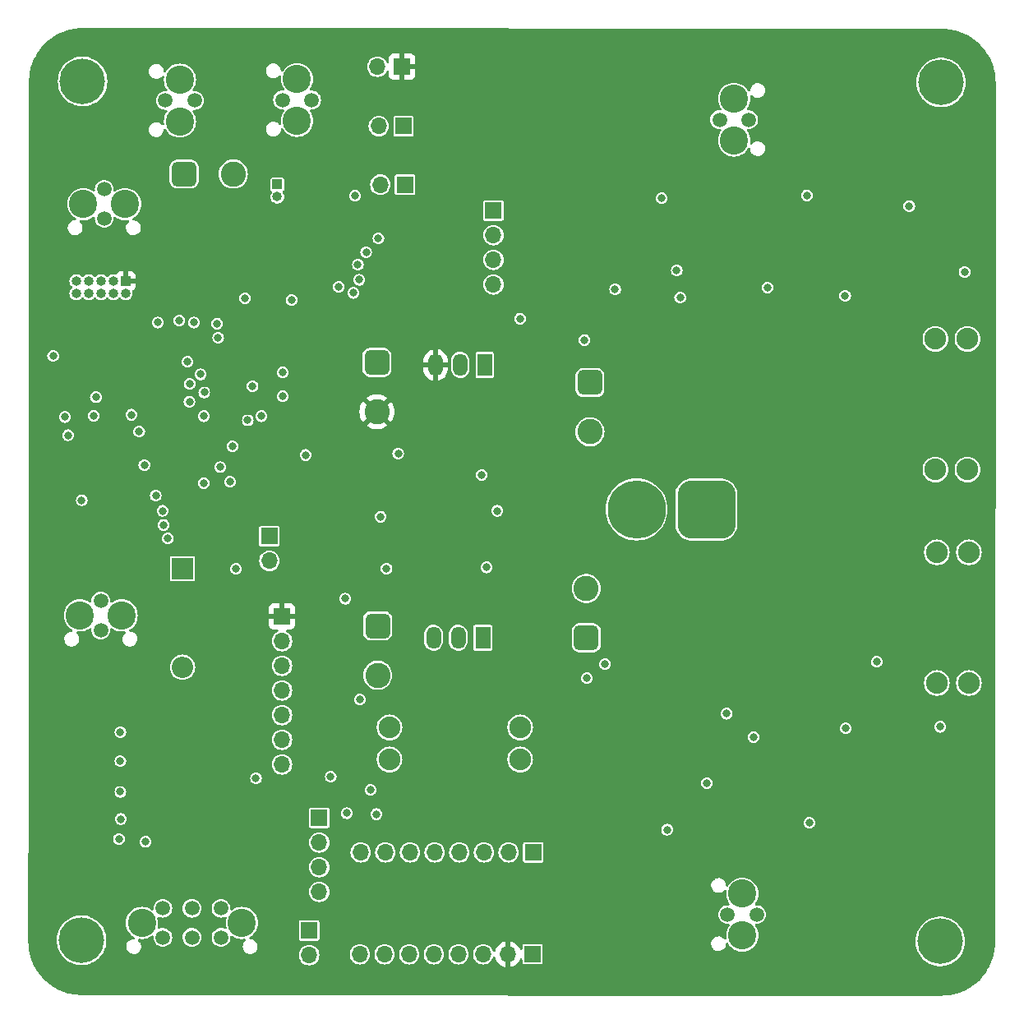
<source format=gbr>
%TF.GenerationSoftware,KiCad,Pcbnew,7.0.10*%
%TF.CreationDate,2024-11-02T13:10:27-06:00*%
%TF.ProjectId,RevA_Mecanismos,52657641-5f4d-4656-9361-6e69736d6f73,rev?*%
%TF.SameCoordinates,Original*%
%TF.FileFunction,Copper,L3,Inr*%
%TF.FilePolarity,Positive*%
%FSLAX46Y46*%
G04 Gerber Fmt 4.6, Leading zero omitted, Abs format (unit mm)*
G04 Created by KiCad (PCBNEW 7.0.10) date 2024-11-02 13:10:27*
%MOMM*%
%LPD*%
G01*
G04 APERTURE LIST*
G04 Aperture macros list*
%AMRoundRect*
0 Rectangle with rounded corners*
0 $1 Rounding radius*
0 $2 $3 $4 $5 $6 $7 $8 $9 X,Y pos of 4 corners*
0 Add a 4 corners polygon primitive as box body*
4,1,4,$2,$3,$4,$5,$6,$7,$8,$9,$2,$3,0*
0 Add four circle primitives for the rounded corners*
1,1,$1+$1,$2,$3*
1,1,$1+$1,$4,$5*
1,1,$1+$1,$6,$7*
1,1,$1+$1,$8,$9*
0 Add four rect primitives between the rounded corners*
20,1,$1+$1,$2,$3,$4,$5,0*
20,1,$1+$1,$4,$5,$6,$7,0*
20,1,$1+$1,$6,$7,$8,$9,0*
20,1,$1+$1,$8,$9,$2,$3,0*%
G04 Aperture macros list end*
%TA.AperFunction,ComponentPad*%
%ADD10C,1.520000*%
%TD*%
%TA.AperFunction,ComponentPad*%
%ADD11C,2.909999*%
%TD*%
%TA.AperFunction,ComponentPad*%
%ADD12RoundRect,0.650000X-0.650000X0.650000X-0.650000X-0.650000X0.650000X-0.650000X0.650000X0.650000X0*%
%TD*%
%TA.AperFunction,ComponentPad*%
%ADD13C,2.600000*%
%TD*%
%TA.AperFunction,ComponentPad*%
%ADD14RoundRect,0.650000X0.650000X-0.650000X0.650000X0.650000X-0.650000X0.650000X-0.650000X-0.650000X0*%
%TD*%
%TA.AperFunction,ComponentPad*%
%ADD15C,2.235200*%
%TD*%
%TA.AperFunction,ComponentPad*%
%ADD16C,4.700000*%
%TD*%
%TA.AperFunction,ComponentPad*%
%ADD17R,1.500000X2.300000*%
%TD*%
%TA.AperFunction,ComponentPad*%
%ADD18O,1.500000X2.300000*%
%TD*%
%TA.AperFunction,ComponentPad*%
%ADD19R,2.200000X2.200000*%
%TD*%
%TA.AperFunction,ComponentPad*%
%ADD20O,2.200000X2.200000*%
%TD*%
%TA.AperFunction,ComponentPad*%
%ADD21R,1.700000X1.700000*%
%TD*%
%TA.AperFunction,ComponentPad*%
%ADD22O,1.700000X1.700000*%
%TD*%
%TA.AperFunction,ComponentPad*%
%ADD23R,1.000000X1.000000*%
%TD*%
%TA.AperFunction,ComponentPad*%
%ADD24O,1.000000X1.000000*%
%TD*%
%TA.AperFunction,ComponentPad*%
%ADD25RoundRect,1.500000X1.500000X1.500000X-1.500000X1.500000X-1.500000X-1.500000X1.500000X-1.500000X0*%
%TD*%
%TA.AperFunction,ComponentPad*%
%ADD26C,6.000000*%
%TD*%
%TA.AperFunction,ComponentPad*%
%ADD27RoundRect,0.650000X-0.650000X-0.650000X0.650000X-0.650000X0.650000X0.650000X-0.650000X0.650000X0*%
%TD*%
%TA.AperFunction,ViaPad*%
%ADD28C,0.800000*%
%TD*%
G04 APERTURE END LIST*
D10*
%TO.N,WP_+*%
%TO.C,J10*%
X149060000Y-54725001D03*
%TO.N,WP_-*%
X152059999Y-54725001D03*
D11*
%TO.N,unconnected-(J10-PadP1)*%
X150560000Y-56874999D03*
%TO.N,unconnected-(J10-PadP2)*%
X150560000Y-52575003D03*
%TD*%
D12*
%TO.N,GND*%
%TO.C,TP2*%
X113837000Y-106879900D03*
D13*
%TO.N,+5V*%
X113837000Y-111959900D03*
%TD*%
D14*
%TO.N,GND*%
%TO.C,TP4*%
X135327000Y-108091100D03*
D13*
%TO.N,+VMOT*%
X135327000Y-103011100D03*
%TD*%
D10*
%TO.N,UART_TX*%
%TO.C,J6*%
X85670000Y-61913900D03*
%TO.N,UART_RX*%
X85670000Y-64913899D03*
D11*
%TO.N,GND*%
X83520002Y-63413900D03*
X87819998Y-63413900D03*
%TD*%
D15*
%TO.N,+12V*%
%TO.C,J20*%
X115052400Y-117339900D03*
X115052400Y-120641900D03*
%TO.N,Net-(J12-Pin_8)*%
X128514400Y-117339900D03*
X128514400Y-120641900D03*
%TD*%
D16*
%TO.N,N/C*%
%TO.C,H2*%
X171877600Y-50890300D03*
%TD*%
D17*
%TO.N,+VMOT*%
%TO.C,U2*%
X124875000Y-80000000D03*
D18*
%TO.N,GND*%
X122335000Y-80000000D03*
%TO.N,+3.3V*%
X119795000Y-80000000D03*
%TD*%
D10*
%TO.N,CAN_P*%
%TO.C,J5*%
X94967800Y-52753502D03*
%TO.N,CAN_N*%
X91967801Y-52753502D03*
D11*
%TO.N,unconnected-(J5-PadP1)*%
X93467800Y-50603504D03*
%TO.N,unconnected-(J5-PadP2)*%
X93467800Y-54903500D03*
%TD*%
D15*
%TO.N,+12V*%
%TO.C,J9*%
X174747800Y-99302700D03*
X171445800Y-99302700D03*
%TO.N,Net-(Q4-S)*%
X174747800Y-112764700D03*
X171445800Y-112764700D03*
%TD*%
D10*
%TO.N,WPM_+*%
%TO.C,J11*%
X152900000Y-136625002D03*
%TO.N,WPM_-*%
X149900001Y-136625002D03*
D11*
%TO.N,unconnected-(J11-PadP1)*%
X151400000Y-134475004D03*
%TO.N,unconnected-(J11-PadP2)*%
X151400000Y-138775000D03*
%TD*%
D19*
%TO.N,+5V*%
%TO.C,D1*%
X93735000Y-100979100D03*
D20*
%TO.N,/Net-(D1-A)*%
X93735000Y-111139100D03*
%TD*%
D21*
%TO.N,GND*%
%TO.C,J12*%
X129789800Y-140704700D03*
D22*
%TO.N,+3.3V*%
X127249800Y-140704700D03*
%TO.N,M2B*%
X124709800Y-140704700D03*
%TO.N,M2A*%
X122169800Y-140704700D03*
%TO.N,M1A*%
X119629800Y-140704700D03*
%TO.N,M1B*%
X117089800Y-140704700D03*
%TO.N,GND*%
X114549800Y-140704700D03*
%TO.N,Net-(J12-Pin_8)*%
X112009800Y-140704700D03*
%TD*%
D16*
%TO.N,N/C*%
%TO.C,H3*%
X83335600Y-139261700D03*
%TD*%
D23*
%TO.N,Net-(J3-Pin_1)*%
%TO.C,J3*%
X103500000Y-61405000D03*
D24*
%TO.N,CAN_N*%
X103500000Y-62675000D03*
%TD*%
D21*
%TO.N,M2B*%
%TO.C,J21*%
X107818800Y-126658500D03*
D22*
%TO.N,M2A*%
X107818800Y-129198500D03*
%TO.N,M1A*%
X107818800Y-131738500D03*
%TO.N,M1B*%
X107818800Y-134278500D03*
%TD*%
D21*
%TO.N,GND*%
%TO.C,J14*%
X106777400Y-138261300D03*
D22*
%TO.N,Net-(J14-Pin_2)*%
X106777400Y-140801300D03*
%TD*%
D12*
%TO.N,GND*%
%TO.C,TP1*%
X135700000Y-81810000D03*
D13*
%TO.N,+12V*%
X135700000Y-86890000D03*
%TD*%
D25*
%TO.N,GND*%
%TO.C,BT1*%
X147708600Y-94883100D03*
D26*
%TO.N,Net-(BT1-+)*%
X140508600Y-94883100D03*
%TD*%
D12*
%TO.N,GND*%
%TO.C,TP3*%
X113756400Y-79736700D03*
D13*
%TO.N,+3.3V*%
X113756400Y-84816700D03*
%TD*%
D10*
%TO.N,+VMOT*%
%TO.C,J15*%
X91701401Y-135975701D03*
%TO.N,GND*%
X94701400Y-135975701D03*
%TO.N,Net-(J14-Pin_2)*%
X97701399Y-135975701D03*
%TO.N,CAN_N*%
X91701401Y-138975700D03*
%TO.N,CAN_P*%
X94701400Y-138975700D03*
%TO.N,unconnected-(J15-Pad6)*%
X97701399Y-138975700D03*
D11*
%TO.N,unconnected-(J15-PadP1)*%
X89551403Y-137475701D03*
%TO.N,unconnected-(J15-PadP2)*%
X99851397Y-137475701D03*
%TD*%
D21*
%TO.N,+5V*%
%TO.C,J18*%
X116494600Y-55383800D03*
D22*
%TO.N,GND*%
X113954600Y-55383800D03*
%TD*%
D17*
%TO.N,+VMOT*%
%TO.C,U3*%
X124672000Y-108092500D03*
D18*
%TO.N,GND*%
X122132000Y-108092500D03*
%TO.N,+5V*%
X119592000Y-108092500D03*
%TD*%
D16*
%TO.N,N/C*%
%TO.C,H1*%
X83434800Y-50788700D03*
%TD*%
D27*
%TO.N,CAN_RX*%
%TO.C,TP5*%
X93886400Y-60325700D03*
D13*
%TO.N,CAN_TX*%
X98966400Y-60325700D03*
%TD*%
D21*
%TO.N,STPR_DIR*%
%TO.C,J13*%
X129866000Y-130214500D03*
D22*
%TO.N,STPR_STEP*%
X127326000Y-130214500D03*
%TO.N,unconnected-(J13-Pin_3-Pad3)*%
X124786000Y-130214500D03*
%TO.N,unconnected-(J13-Pin_4-Pad4)*%
X122246000Y-130214500D03*
%TO.N,unconnected-(J13-Pin_5-Pad5)*%
X119706000Y-130214500D03*
%TO.N,unconnected-(J13-Pin_6-Pad6)*%
X117166000Y-130214500D03*
%TO.N,unconnected-(J13-Pin_7-Pad7)*%
X114626000Y-130214500D03*
%TO.N,STPR_EN*%
X112086000Y-130214500D03*
%TD*%
D21*
%TO.N,+3.3V*%
%TO.C,J17*%
X116350000Y-49275000D03*
D22*
%TO.N,GND*%
X113810000Y-49275000D03*
%TD*%
D15*
%TO.N,+12V*%
%TO.C,J8*%
X174595400Y-77306300D03*
X171293400Y-77306300D03*
%TO.N,Net-(Q3-S)*%
X174595400Y-90768300D03*
X171293400Y-90768300D03*
%TD*%
D21*
%TO.N,+5V*%
%TO.C,J1*%
X102676400Y-97635700D03*
D22*
%TO.N,/Net-(D1-A)*%
X102676400Y-100175700D03*
%TD*%
D16*
%TO.N,N/C*%
%TO.C,H4*%
X171801400Y-139383900D03*
%TD*%
D10*
%TO.N,CAN_P*%
%TO.C,J7*%
X107034400Y-52696499D03*
%TO.N,CAN_N*%
X104034401Y-52696499D03*
D11*
%TO.N,unconnected-(J7-PadP1)*%
X105534400Y-50546501D03*
%TO.N,unconnected-(J7-PadP2)*%
X105534400Y-54846497D03*
%TD*%
D21*
%TO.N,SB1*%
%TO.C,J22*%
X125760000Y-64085000D03*
D22*
%TO.N,SB2*%
X125760000Y-66625000D03*
%TO.N,SB3*%
X125760000Y-69165000D03*
%TO.N,SB4*%
X125760000Y-71705000D03*
%TD*%
D21*
%TO.N,+12V*%
%TO.C,J19*%
X116650000Y-61425000D03*
D22*
%TO.N,GND*%
X114110000Y-61425000D03*
%TD*%
D23*
%TO.N,+3.3V*%
%TO.C,J2*%
X87866400Y-71355700D03*
D24*
%TO.N,SWDIO*%
X87866400Y-72625700D03*
%TO.N,GND*%
X86596400Y-71355700D03*
%TO.N,SWCLK*%
X86596400Y-72625700D03*
%TO.N,GND*%
X85326400Y-71355700D03*
%TO.N,SWO*%
X85326400Y-72625700D03*
%TO.N,unconnected-(J2-KEY-Pad7)*%
X84056400Y-71355700D03*
%TO.N,unconnected-(J2-NC{slash}TDI-Pad8)*%
X84056400Y-72625700D03*
%TO.N,GND*%
X82786400Y-71355700D03*
%TO.N,NRST*%
X82786400Y-72625700D03*
%TD*%
D21*
%TO.N,+3.3V*%
%TO.C,J16*%
X103983400Y-105906700D03*
D22*
%TO.N,IO_2*%
X103983400Y-108446700D03*
%TO.N,IO_3*%
X103983400Y-110986700D03*
%TO.N,IO_4*%
X103983400Y-113526700D03*
%TO.N,IO_5*%
X103983400Y-116066700D03*
%TO.N,IO_6*%
X103983400Y-118606700D03*
%TO.N,GND*%
X103983400Y-121146700D03*
%TD*%
D10*
%TO.N,SCL*%
%TO.C,J4*%
X85314400Y-104303701D03*
%TO.N,SDA*%
X85314400Y-107303700D03*
D11*
%TO.N,GND*%
X83164402Y-105803701D03*
X87464398Y-105803701D03*
%TD*%
D28*
%TO.N,+3.3V*%
X111050000Y-64025000D03*
X95026400Y-115125700D03*
X89835600Y-70854700D03*
X104000000Y-103525000D03*
X100250000Y-79700000D03*
X95776400Y-72975700D03*
X127251400Y-137500700D03*
X99800000Y-96025000D03*
X84587400Y-91951500D03*
X86701400Y-75376400D03*
X100325800Y-88475000D03*
%TO.N,HSE_IN*%
X89800000Y-90325000D03*
X83350000Y-93925000D03*
%TO.N,NRST*%
X89270000Y-86875000D03*
%TO.N,+VMOT*%
X106400000Y-89275000D03*
X114150000Y-95625000D03*
%TO.N,+5V*%
X110500000Y-104075000D03*
X111500000Y-62575000D03*
X111350000Y-72575000D03*
%TO.N,CAN_P*%
X109825700Y-71950700D03*
%TO.N,CAN_N*%
X104976400Y-73300700D03*
%TO.N,DEBUG_1*%
X87326400Y-117825700D03*
X90976400Y-93475700D03*
%TO.N,DEBUG_2*%
X91676400Y-95025700D03*
X87326400Y-120825700D03*
%TO.N,DEBUG_3*%
X87326400Y-123975700D03*
X91776400Y-96475700D03*
%TO.N,DEBUG_4*%
X92226400Y-97875700D03*
X87376400Y-126775700D03*
%TO.N,DEBUG_5*%
X87176400Y-128825700D03*
X94450000Y-83775000D03*
%TO.N,DEBUG_6*%
X89926400Y-129125700D03*
X95973549Y-82828550D03*
%TO.N,CAN_RX*%
X100176400Y-73125700D03*
X91176400Y-75625700D03*
%TO.N,SDA*%
X88450000Y-85125000D03*
X81631400Y-85358100D03*
%TO.N,SCL*%
X84800000Y-83325000D03*
X80400000Y-79075000D03*
%TO.N,UART_TX*%
X94470000Y-81935000D03*
%TO.N,UART_RX*%
X95600000Y-80965000D03*
%TO.N,IO_1*%
X99240000Y-101015000D03*
X95900000Y-92175000D03*
%TO.N,IO_2*%
X98626400Y-92025700D03*
%TO.N,IO_3*%
X97601400Y-90525700D03*
%TO.N,IO_4*%
X98876400Y-88375700D03*
%TO.N,IO_5*%
X100451400Y-85700700D03*
%TO.N,IO_6*%
X101876400Y-85275700D03*
%TO.N,BOOT0*%
X81936200Y-87237700D03*
X84577800Y-85231100D03*
%TO.N,+12V*%
X124550000Y-91325000D03*
%TO.N,Net-(Q3-S)*%
X162000000Y-72855000D03*
X138300000Y-72225000D03*
X154000000Y-72025000D03*
X168600000Y-63625000D03*
X143100000Y-62825000D03*
X144650000Y-70275000D03*
%TO.N,Net-(Q4-S)*%
X158300000Y-127175000D03*
X147750000Y-123075000D03*
X152550000Y-118325000D03*
X162060000Y-117425000D03*
%TO.N,IO_7*%
X97400000Y-77175000D03*
X113910000Y-66965000D03*
%TO.N,IO_8*%
X112650000Y-68375000D03*
X97294669Y-75730331D03*
%TO.N,IO_9*%
X94900000Y-75625000D03*
X111800000Y-69675000D03*
%TO.N,IO_10*%
X111950000Y-71225000D03*
X93400000Y-75425000D03*
%TO.N,STPR_STEP*%
X110650000Y-126175000D03*
X95950000Y-85275000D03*
X113700000Y-126275000D03*
X101300000Y-122575000D03*
%TO.N,STPR_DIR*%
X109000000Y-122425000D03*
X113100000Y-123775000D03*
%TO.N,WP_+*%
X158050000Y-62525000D03*
%TO.N,WPM_+*%
X143650000Y-127875000D03*
%TO.N,WPM_TIM1_CH1N*%
X112000000Y-114475000D03*
X104050000Y-83225000D03*
%TO.N,WPM_TIM1_CH1*%
X171800000Y-117275000D03*
X114750000Y-100975000D03*
%TO.N,WP_TIM1_CH2N*%
X174300000Y-70425000D03*
X104050000Y-80775000D03*
%TO.N,WP_TIM1_CH2*%
X128500000Y-75225000D03*
X94250000Y-79675000D03*
%TO.N,Net-(Q2-Pad1)*%
X126175000Y-95025000D03*
X125075000Y-100850000D03*
%TO.N,LEVEL_SHIFTER*%
X100950000Y-82175000D03*
X115950000Y-89125000D03*
%TO.N,Net-(U5-G)*%
X149800000Y-115925000D03*
X135400000Y-112275000D03*
%TO.N,Net-(U6-G)*%
X135150000Y-77425000D03*
X145000000Y-73075000D03*
%TO.N,Net-(U7-G)*%
X137250000Y-110825000D03*
X165250000Y-110575000D03*
%TD*%
%TA.AperFunction,Conductor*%
%TO.N,+3.3V*%
G36*
X171954599Y-45368243D02*
G01*
X171954748Y-45368287D01*
X172003840Y-45368287D01*
X172008963Y-45368393D01*
X172012718Y-45368548D01*
X172221599Y-45377187D01*
X172462447Y-45387709D01*
X172472335Y-45388540D01*
X172697655Y-45416626D01*
X172698150Y-45416690D01*
X172926138Y-45446705D01*
X172935341Y-45448273D01*
X173160282Y-45495438D01*
X173161161Y-45495627D01*
X173383103Y-45544831D01*
X173391621Y-45547041D01*
X173612768Y-45612879D01*
X173614507Y-45613412D01*
X173830043Y-45681370D01*
X173837813Y-45684107D01*
X174053464Y-45768255D01*
X174055564Y-45769099D01*
X174263777Y-45855344D01*
X174270764Y-45858496D01*
X174478921Y-45960258D01*
X174481715Y-45961667D01*
X174681160Y-46065492D01*
X174687341Y-46068938D01*
X174886634Y-46187690D01*
X174889727Y-46189598D01*
X175079175Y-46310290D01*
X175084597Y-46313949D01*
X175273449Y-46448786D01*
X175276844Y-46451298D01*
X175345019Y-46503611D01*
X175454962Y-46587974D01*
X175459616Y-46591727D01*
X175636759Y-46741758D01*
X175640368Y-46744937D01*
X175805860Y-46896582D01*
X175809742Y-46900300D01*
X175973896Y-47064454D01*
X175977616Y-47068340D01*
X176129269Y-47233839D01*
X176132424Y-47237421D01*
X176282466Y-47414574D01*
X176286220Y-47419229D01*
X176422859Y-47597301D01*
X176425400Y-47600733D01*
X176560241Y-47789589D01*
X176563905Y-47795018D01*
X176684592Y-47984459D01*
X176686533Y-47987610D01*
X176805249Y-48186839D01*
X176808716Y-48193056D01*
X176912529Y-48392478D01*
X176913940Y-48395274D01*
X177015691Y-48603407D01*
X177018852Y-48610415D01*
X177105055Y-48818526D01*
X177106011Y-48820904D01*
X177190081Y-49036358D01*
X177192825Y-49044145D01*
X177260752Y-49259578D01*
X177261336Y-49261484D01*
X177327152Y-49482556D01*
X177329368Y-49491099D01*
X177378517Y-49712791D01*
X177378817Y-49714184D01*
X177425917Y-49938819D01*
X177427495Y-49948079D01*
X177457482Y-50175840D01*
X177457591Y-50176689D01*
X177485654Y-50401830D01*
X177486488Y-50411758D01*
X177497132Y-50655521D01*
X177497144Y-50655805D01*
X177505793Y-50864903D01*
X177505899Y-50870121D01*
X177439701Y-139482934D01*
X177439592Y-139488028D01*
X177430425Y-139706973D01*
X177430413Y-139707254D01*
X177420097Y-139940975D01*
X177419258Y-139950904D01*
X177390462Y-140181013D01*
X177390353Y-140181861D01*
X177360941Y-140404432D01*
X177359359Y-140413689D01*
X177311481Y-140641515D01*
X177311180Y-140642907D01*
X177262686Y-140861177D01*
X177260468Y-140869716D01*
X177193844Y-141093152D01*
X177193259Y-141095057D01*
X177126046Y-141307915D01*
X177123300Y-141315699D01*
X177038391Y-141533043D01*
X177037434Y-141535419D01*
X176952013Y-141741412D01*
X176948851Y-141748416D01*
X176846253Y-141958085D01*
X176844842Y-141960880D01*
X176741848Y-142158554D01*
X176738380Y-142164768D01*
X176618756Y-142365364D01*
X176616813Y-142368514D01*
X176497068Y-142556335D01*
X176493404Y-142561759D01*
X176357611Y-142751822D01*
X176355070Y-142755253D01*
X176219432Y-142931908D01*
X176215678Y-142936561D01*
X176064650Y-143114774D01*
X176061450Y-143118404D01*
X175910935Y-143282570D01*
X175907194Y-143286475D01*
X175741975Y-143451607D01*
X175738068Y-143455346D01*
X175573836Y-143605762D01*
X175570204Y-143608960D01*
X175391916Y-143759890D01*
X175387262Y-143763641D01*
X175210502Y-143899212D01*
X175207069Y-143901752D01*
X175016984Y-144037410D01*
X175011558Y-144041071D01*
X174823605Y-144160761D01*
X174820453Y-144162702D01*
X174619831Y-144282197D01*
X174613616Y-144285662D01*
X174415961Y-144388514D01*
X174413166Y-144389924D01*
X174203363Y-144492452D01*
X174196356Y-144495611D01*
X173990349Y-144580909D01*
X173987973Y-144581864D01*
X173770567Y-144666665D01*
X173762782Y-144669407D01*
X173549843Y-144736523D01*
X173547937Y-144737106D01*
X173324528Y-144803594D01*
X173315988Y-144805809D01*
X173097658Y-144854195D01*
X173096266Y-144854495D01*
X172868435Y-144902249D01*
X172859177Y-144903826D01*
X172636542Y-144933127D01*
X172635695Y-144933235D01*
X172405602Y-144961907D01*
X172395676Y-144962741D01*
X172166893Y-144972726D01*
X172166609Y-144972738D01*
X171942338Y-144982011D01*
X171937111Y-144982117D01*
X83350582Y-144908077D01*
X83345239Y-144907957D01*
X83129699Y-144898480D01*
X83129415Y-144898467D01*
X82890957Y-144887434D01*
X82881047Y-144886577D01*
X82653336Y-144857623D01*
X82652491Y-144857512D01*
X82426329Y-144827175D01*
X82417087Y-144825577D01*
X82190678Y-144777555D01*
X82189288Y-144777252D01*
X81968487Y-144727767D01*
X81959965Y-144725537D01*
X81737490Y-144658776D01*
X81735588Y-144658188D01*
X81520771Y-144589948D01*
X81513003Y-144587193D01*
X81296402Y-144502166D01*
X81294030Y-144501207D01*
X81086362Y-144414700D01*
X81079373Y-144411531D01*
X80870270Y-144308816D01*
X80867480Y-144307402D01*
X80668394Y-144203295D01*
X80662195Y-144199823D01*
X80462106Y-144080120D01*
X80458963Y-144078176D01*
X80269859Y-143957250D01*
X80264445Y-143953584D01*
X80074817Y-143817729D01*
X80071395Y-143815186D01*
X79893586Y-143678309D01*
X79888945Y-143674555D01*
X79711160Y-143523529D01*
X79707539Y-143520330D01*
X79542349Y-143368534D01*
X79538452Y-143364794D01*
X79373684Y-143199588D01*
X79369954Y-143195681D01*
X79218599Y-143030089D01*
X79215409Y-143026460D01*
X79135520Y-142931908D01*
X79064839Y-142848253D01*
X79061098Y-142843602D01*
X78924688Y-142665422D01*
X78922164Y-142662005D01*
X78786825Y-142472030D01*
X78783174Y-142466608D01*
X78662701Y-142277103D01*
X78660823Y-142274048D01*
X78541644Y-142073628D01*
X78538192Y-142067426D01*
X78521518Y-142035333D01*
X78434598Y-141868030D01*
X78433192Y-141865238D01*
X78331033Y-141655862D01*
X78327894Y-141648889D01*
X78321296Y-141632930D01*
X78241899Y-141440891D01*
X78241020Y-141438701D01*
X78156526Y-141221763D01*
X78153814Y-141214054D01*
X78086048Y-140998748D01*
X78085594Y-140997261D01*
X78019374Y-140774441D01*
X78017176Y-140765951D01*
X77968238Y-140544830D01*
X77968001Y-140543734D01*
X77920556Y-140317074D01*
X77918989Y-140307866D01*
X77889188Y-140081138D01*
X77889144Y-140080795D01*
X77860789Y-139852949D01*
X77859961Y-139843078D01*
X77849529Y-139603801D01*
X77848628Y-139581994D01*
X77840642Y-139388649D01*
X77840537Y-139383437D01*
X77840583Y-139329159D01*
X77840639Y-139261705D01*
X80780057Y-139261705D01*
X80800206Y-139581983D01*
X80800207Y-139581990D01*
X80816903Y-139669511D01*
X80855373Y-139871181D01*
X80860345Y-139897242D01*
X80959516Y-140202459D01*
X80959518Y-140202464D01*
X81096158Y-140492838D01*
X81096162Y-140492844D01*
X81268120Y-140763808D01*
X81268122Y-140763811D01*
X81469497Y-141007232D01*
X81472689Y-141011090D01*
X81679454Y-141205254D01*
X81706634Y-141230778D01*
X81706644Y-141230786D01*
X81966260Y-141419408D01*
X81966266Y-141419411D01*
X81966272Y-141419416D01*
X82247503Y-141574024D01*
X82545894Y-141692166D01*
X82545893Y-141692166D01*
X82856735Y-141771976D01*
X82856739Y-141771977D01*
X82923535Y-141780415D01*
X83175124Y-141812199D01*
X83175133Y-141812199D01*
X83175136Y-141812200D01*
X83175138Y-141812200D01*
X83496062Y-141812200D01*
X83496064Y-141812200D01*
X83496067Y-141812199D01*
X83496075Y-141812199D01*
X83686063Y-141788197D01*
X83814461Y-141771977D01*
X84125306Y-141692166D01*
X84423697Y-141574024D01*
X84704928Y-141419416D01*
X84964564Y-141230780D01*
X85198511Y-141011090D01*
X85372064Y-140801300D01*
X105721817Y-140801300D01*
X105742099Y-141007232D01*
X105772134Y-141106244D01*
X105802168Y-141205254D01*
X105899715Y-141387750D01*
X105925705Y-141419419D01*
X106030989Y-141547710D01*
X106095539Y-141600684D01*
X106190950Y-141678985D01*
X106373446Y-141776532D01*
X106571466Y-141836600D01*
X106571465Y-141836600D01*
X106589929Y-141838418D01*
X106777400Y-141856883D01*
X106983334Y-141836600D01*
X107181354Y-141776532D01*
X107363850Y-141678985D01*
X107523810Y-141547710D01*
X107655085Y-141387750D01*
X107752632Y-141205254D01*
X107812700Y-141007234D01*
X107832983Y-140801300D01*
X107823469Y-140704700D01*
X110954217Y-140704700D01*
X110974499Y-140910632D01*
X110974500Y-140910634D01*
X111034568Y-141108654D01*
X111132115Y-141291150D01*
X111132117Y-141291152D01*
X111263389Y-141451110D01*
X111360009Y-141530402D01*
X111423350Y-141582385D01*
X111605846Y-141679932D01*
X111803866Y-141740000D01*
X111803865Y-141740000D01*
X111818202Y-141741412D01*
X112009800Y-141760283D01*
X112215734Y-141740000D01*
X112413754Y-141679932D01*
X112596250Y-141582385D01*
X112756210Y-141451110D01*
X112887485Y-141291150D01*
X112985032Y-141108654D01*
X113045100Y-140910634D01*
X113065383Y-140704700D01*
X113494217Y-140704700D01*
X113514499Y-140910632D01*
X113514500Y-140910634D01*
X113574568Y-141108654D01*
X113672115Y-141291150D01*
X113672117Y-141291152D01*
X113803389Y-141451110D01*
X113900009Y-141530402D01*
X113963350Y-141582385D01*
X114145846Y-141679932D01*
X114343866Y-141740000D01*
X114343865Y-141740000D01*
X114358202Y-141741412D01*
X114549800Y-141760283D01*
X114755734Y-141740000D01*
X114953754Y-141679932D01*
X115136250Y-141582385D01*
X115296210Y-141451110D01*
X115427485Y-141291150D01*
X115525032Y-141108654D01*
X115585100Y-140910634D01*
X115605383Y-140704700D01*
X116034217Y-140704700D01*
X116054499Y-140910632D01*
X116054500Y-140910634D01*
X116114568Y-141108654D01*
X116212115Y-141291150D01*
X116212117Y-141291152D01*
X116343389Y-141451110D01*
X116440009Y-141530402D01*
X116503350Y-141582385D01*
X116685846Y-141679932D01*
X116883866Y-141740000D01*
X116883865Y-141740000D01*
X116898202Y-141741412D01*
X117089800Y-141760283D01*
X117295734Y-141740000D01*
X117493754Y-141679932D01*
X117676250Y-141582385D01*
X117836210Y-141451110D01*
X117967485Y-141291150D01*
X118065032Y-141108654D01*
X118125100Y-140910634D01*
X118145383Y-140704700D01*
X118574217Y-140704700D01*
X118594499Y-140910632D01*
X118594500Y-140910634D01*
X118654568Y-141108654D01*
X118752115Y-141291150D01*
X118752117Y-141291152D01*
X118883389Y-141451110D01*
X118980009Y-141530402D01*
X119043350Y-141582385D01*
X119225846Y-141679932D01*
X119423866Y-141740000D01*
X119423865Y-141740000D01*
X119438202Y-141741412D01*
X119629800Y-141760283D01*
X119835734Y-141740000D01*
X120033754Y-141679932D01*
X120216250Y-141582385D01*
X120376210Y-141451110D01*
X120507485Y-141291150D01*
X120605032Y-141108654D01*
X120665100Y-140910634D01*
X120685383Y-140704700D01*
X121114217Y-140704700D01*
X121134499Y-140910632D01*
X121134500Y-140910634D01*
X121194568Y-141108654D01*
X121292115Y-141291150D01*
X121292117Y-141291152D01*
X121423389Y-141451110D01*
X121520009Y-141530402D01*
X121583350Y-141582385D01*
X121765846Y-141679932D01*
X121963866Y-141740000D01*
X121963865Y-141740000D01*
X121978202Y-141741412D01*
X122169800Y-141760283D01*
X122375734Y-141740000D01*
X122573754Y-141679932D01*
X122756250Y-141582385D01*
X122916210Y-141451110D01*
X123047485Y-141291150D01*
X123145032Y-141108654D01*
X123205100Y-140910634D01*
X123225383Y-140704700D01*
X123654217Y-140704700D01*
X123674499Y-140910632D01*
X123674500Y-140910634D01*
X123734568Y-141108654D01*
X123832115Y-141291150D01*
X123832117Y-141291152D01*
X123963389Y-141451110D01*
X124060009Y-141530402D01*
X124123350Y-141582385D01*
X124305846Y-141679932D01*
X124503866Y-141740000D01*
X124503865Y-141740000D01*
X124518202Y-141741412D01*
X124709800Y-141760283D01*
X124915734Y-141740000D01*
X125113754Y-141679932D01*
X125296250Y-141582385D01*
X125456210Y-141451110D01*
X125587485Y-141291150D01*
X125685032Y-141108654D01*
X125705206Y-141042146D01*
X125743502Y-140983710D01*
X125807314Y-140955253D01*
X125876381Y-140965812D01*
X125928775Y-141012036D01*
X125943641Y-141046049D01*
X125976367Y-141168186D01*
X125976370Y-141168192D01*
X126076199Y-141382278D01*
X126211694Y-141575782D01*
X126378717Y-141742805D01*
X126572221Y-141878300D01*
X126786307Y-141978129D01*
X126786316Y-141978133D01*
X126999800Y-142035334D01*
X126999800Y-141140201D01*
X127107485Y-141189380D01*
X127214037Y-141204700D01*
X127285563Y-141204700D01*
X127392115Y-141189380D01*
X127499800Y-141140201D01*
X127499800Y-142035333D01*
X127713283Y-141978133D01*
X127713292Y-141978129D01*
X127927378Y-141878300D01*
X128120882Y-141742805D01*
X128287905Y-141575782D01*
X128423399Y-141382278D01*
X128502918Y-141211751D01*
X128549090Y-141159312D01*
X128616284Y-141140160D01*
X128683165Y-141160376D01*
X128728499Y-141213541D01*
X128739300Y-141264156D01*
X128739300Y-141574452D01*
X128750931Y-141632929D01*
X128750932Y-141632930D01*
X128795247Y-141699252D01*
X128861569Y-141743567D01*
X128861570Y-141743568D01*
X128920047Y-141755199D01*
X128920050Y-141755200D01*
X128920052Y-141755200D01*
X130659550Y-141755200D01*
X130659551Y-141755199D01*
X130674368Y-141752252D01*
X130718029Y-141743568D01*
X130718029Y-141743567D01*
X130718031Y-141743567D01*
X130784352Y-141699252D01*
X130828667Y-141632931D01*
X130828667Y-141632929D01*
X130828668Y-141632929D01*
X130838722Y-141582382D01*
X130840300Y-141574448D01*
X130840300Y-139834952D01*
X130840300Y-139834949D01*
X130840299Y-139834947D01*
X130828668Y-139776470D01*
X130828667Y-139776469D01*
X130784352Y-139710147D01*
X130723536Y-139669511D01*
X148195618Y-139669511D01*
X148224789Y-139834952D01*
X148226489Y-139844590D01*
X148249199Y-139897238D01*
X148296904Y-140007830D01*
X148379274Y-140118471D01*
X148403067Y-140150430D01*
X148539254Y-140264705D01*
X148596450Y-140293430D01*
X148698118Y-140344490D01*
X148698119Y-140344490D01*
X148698123Y-140344492D01*
X148871110Y-140385491D01*
X148871113Y-140385491D01*
X149004285Y-140385491D01*
X149004292Y-140385491D01*
X149136577Y-140370029D01*
X149303635Y-140309225D01*
X149452168Y-140211534D01*
X149574167Y-140082222D01*
X149663057Y-139928260D01*
X149714045Y-139757949D01*
X149721152Y-139635913D01*
X149744701Y-139570134D01*
X149800076Y-139527527D01*
X149869695Y-139521621D01*
X149931456Y-139554292D01*
X149950669Y-139578335D01*
X150056528Y-139751082D01*
X150056529Y-139751083D01*
X150056530Y-139751085D01*
X150056532Y-139751087D01*
X150225766Y-139949234D01*
X150423913Y-140118468D01*
X150423915Y-140118469D01*
X150423916Y-140118470D01*
X150423917Y-140118471D01*
X150646094Y-140254621D01*
X150706756Y-140279748D01*
X150886841Y-140354342D01*
X151140222Y-140415173D01*
X151400000Y-140435618D01*
X151659778Y-140415173D01*
X151913159Y-140354342D01*
X152153905Y-140254621D01*
X152376087Y-140118468D01*
X152574234Y-139949234D01*
X152743468Y-139751087D01*
X152879621Y-139528905D01*
X152939682Y-139383905D01*
X169245857Y-139383905D01*
X169266006Y-139704183D01*
X169266007Y-139704190D01*
X169274953Y-139751087D01*
X169323929Y-140007829D01*
X169326145Y-140019442D01*
X169425316Y-140324659D01*
X169425318Y-140324664D01*
X169561958Y-140615038D01*
X169561962Y-140615044D01*
X169733920Y-140886008D01*
X169733922Y-140886011D01*
X169905284Y-141093152D01*
X169938489Y-141133290D01*
X170124447Y-141307915D01*
X170172434Y-141352978D01*
X170172444Y-141352986D01*
X170432060Y-141541608D01*
X170432066Y-141541611D01*
X170432072Y-141541616D01*
X170713303Y-141696224D01*
X171011694Y-141814366D01*
X171011693Y-141814366D01*
X171260702Y-141878300D01*
X171322539Y-141894177D01*
X171386989Y-141902319D01*
X171640924Y-141934399D01*
X171640933Y-141934399D01*
X171640936Y-141934400D01*
X171640938Y-141934400D01*
X171961862Y-141934400D01*
X171961864Y-141934400D01*
X171961867Y-141934399D01*
X171961875Y-141934399D01*
X172151863Y-141910397D01*
X172280261Y-141894177D01*
X172591106Y-141814366D01*
X172889497Y-141696224D01*
X173170728Y-141541616D01*
X173430364Y-141352980D01*
X173664311Y-141133290D01*
X173868878Y-140886010D01*
X174040839Y-140615042D01*
X174068898Y-140555415D01*
X174156135Y-140370027D01*
X174177484Y-140324658D01*
X174276656Y-140019438D01*
X174336792Y-139704194D01*
X174339158Y-139666586D01*
X174356943Y-139383905D01*
X174356943Y-139383894D01*
X174336793Y-139063616D01*
X174336792Y-139063609D01*
X174336792Y-139063606D01*
X174276656Y-138748362D01*
X174177484Y-138443142D01*
X174119980Y-138320940D01*
X174040841Y-138152761D01*
X174040837Y-138152755D01*
X173868879Y-137881791D01*
X173868877Y-137881788D01*
X173664312Y-137634511D01*
X173455365Y-137438297D01*
X173430364Y-137414820D01*
X173430361Y-137414818D01*
X173430355Y-137414813D01*
X173170739Y-137226191D01*
X173170721Y-137226180D01*
X172889496Y-137071575D01*
X172889493Y-137071574D01*
X172591103Y-136953433D01*
X172591106Y-136953433D01*
X172280264Y-136873623D01*
X172280251Y-136873621D01*
X171961875Y-136833400D01*
X171961864Y-136833400D01*
X171640936Y-136833400D01*
X171640924Y-136833400D01*
X171322548Y-136873621D01*
X171322535Y-136873623D01*
X171011694Y-136953433D01*
X170713306Y-137071574D01*
X170713303Y-137071575D01*
X170432078Y-137226180D01*
X170432060Y-137226191D01*
X170172444Y-137414813D01*
X170172434Y-137414821D01*
X169938487Y-137634511D01*
X169733922Y-137881788D01*
X169733920Y-137881791D01*
X169561962Y-138152755D01*
X169561958Y-138152761D01*
X169425318Y-138443135D01*
X169425316Y-138443140D01*
X169326145Y-138748357D01*
X169266007Y-139063609D01*
X169266006Y-139063616D01*
X169245857Y-139383894D01*
X169245857Y-139383905D01*
X152939682Y-139383905D01*
X152979342Y-139288159D01*
X153040173Y-139034778D01*
X153060618Y-138775000D01*
X153040173Y-138515222D01*
X152979342Y-138261841D01*
X152908714Y-138091331D01*
X152879621Y-138021094D01*
X152743471Y-137798917D01*
X152743470Y-137798915D01*
X152734364Y-137788254D01*
X152705793Y-137724492D01*
X152716230Y-137655406D01*
X152762361Y-137602931D01*
X152829539Y-137583725D01*
X152840805Y-137584318D01*
X152900000Y-137590149D01*
X153088291Y-137571604D01*
X153269346Y-137516682D01*
X153436207Y-137427492D01*
X153582462Y-137307464D01*
X153702490Y-137161209D01*
X153791680Y-136994348D01*
X153846602Y-136813293D01*
X153865147Y-136625002D01*
X153846602Y-136436711D01*
X153791680Y-136255656D01*
X153702490Y-136088795D01*
X153674219Y-136054346D01*
X153582462Y-135942539D01*
X153436210Y-135822514D01*
X153436208Y-135822513D01*
X153436207Y-135822512D01*
X153269346Y-135733322D01*
X153178818Y-135705861D01*
X153088289Y-135678399D01*
X152920569Y-135661880D01*
X152900000Y-135659855D01*
X152899999Y-135659855D01*
X152899998Y-135659855D01*
X152840806Y-135665684D01*
X152772160Y-135652664D01*
X152721451Y-135604599D01*
X152704778Y-135536748D01*
X152727434Y-135470653D01*
X152734348Y-135461769D01*
X152743468Y-135451091D01*
X152879621Y-135228909D01*
X152979342Y-134988163D01*
X153040173Y-134734782D01*
X153060618Y-134475004D01*
X153040173Y-134215226D01*
X152979342Y-133961845D01*
X152879621Y-133721099D01*
X152879621Y-133721098D01*
X152743471Y-133498921D01*
X152743470Y-133498920D01*
X152743469Y-133498919D01*
X152743468Y-133498917D01*
X152574234Y-133300770D01*
X152376087Y-133131536D01*
X152376085Y-133131534D01*
X152376083Y-133131533D01*
X152376082Y-133131532D01*
X152153905Y-132995382D01*
X151913154Y-132895660D01*
X151659774Y-132834830D01*
X151659775Y-132834830D01*
X151400000Y-132814386D01*
X151140224Y-132834830D01*
X150886845Y-132895660D01*
X150646094Y-132995382D01*
X150423917Y-133131532D01*
X150423916Y-133131533D01*
X150225766Y-133300770D01*
X150056529Y-133498920D01*
X150056528Y-133498922D01*
X149953003Y-133667859D01*
X149901191Y-133714734D01*
X149832262Y-133726157D01*
X149768099Y-133698499D01*
X149729074Y-133640544D01*
X149723486Y-133595859D01*
X149724382Y-133580483D01*
X149693511Y-133405404D01*
X149623096Y-133242165D01*
X149608766Y-133222917D01*
X149516932Y-133099563D01*
X149380746Y-132985289D01*
X149380744Y-132985288D01*
X149221881Y-132905503D01*
X149221877Y-132905502D01*
X149048890Y-132864503D01*
X148915708Y-132864503D01*
X148799958Y-132878032D01*
X148783422Y-132879965D01*
X148783419Y-132879966D01*
X148616367Y-132940767D01*
X148548675Y-132985289D01*
X148467832Y-133038460D01*
X148467831Y-133038460D01*
X148467831Y-133038461D01*
X148345833Y-133167770D01*
X148256944Y-133321731D01*
X148205955Y-133492044D01*
X148205954Y-133492049D01*
X148197306Y-133640544D01*
X148195618Y-133669523D01*
X148226489Y-133844602D01*
X148239406Y-133874546D01*
X148296904Y-134007842D01*
X148379520Y-134118813D01*
X148403067Y-134150442D01*
X148539254Y-134264717D01*
X148617990Y-134304260D01*
X148698118Y-134344502D01*
X148698119Y-134344502D01*
X148698123Y-134344504D01*
X148871110Y-134385503D01*
X148871113Y-134385503D01*
X149004285Y-134385503D01*
X149004292Y-134385503D01*
X149136577Y-134370041D01*
X149303635Y-134309237D01*
X149452168Y-134211546D01*
X149547137Y-134110884D01*
X149607458Y-134075632D01*
X149677265Y-134078587D01*
X149734393Y-134118813D01*
X149760703Y-134183540D01*
X149759945Y-134210348D01*
X149760209Y-134210369D01*
X149739382Y-134475004D01*
X149759826Y-134734779D01*
X149820656Y-134988158D01*
X149920378Y-135228909D01*
X150056528Y-135451086D01*
X150056529Y-135451087D01*
X150056530Y-135451089D01*
X150056532Y-135451091D01*
X150065636Y-135461750D01*
X150094206Y-135525512D01*
X150083768Y-135594597D01*
X150037637Y-135647073D01*
X149970459Y-135666278D01*
X149959192Y-135665684D01*
X149900002Y-135659855D01*
X149900001Y-135659855D01*
X149881457Y-135661681D01*
X149711711Y-135678399D01*
X149530652Y-135733323D01*
X149363790Y-135822514D01*
X149217538Y-135942539D01*
X149097513Y-136088791D01*
X149008322Y-136255653D01*
X148953398Y-136436712D01*
X148934854Y-136625002D01*
X148953398Y-136813291D01*
X148969806Y-136867379D01*
X149008321Y-136994348D01*
X149087070Y-137141676D01*
X149097513Y-137161212D01*
X149217538Y-137307464D01*
X149348353Y-137414820D01*
X149363794Y-137427492D01*
X149530655Y-137516682D01*
X149711710Y-137571604D01*
X149900001Y-137590149D01*
X149959191Y-137584319D01*
X150027837Y-137597338D01*
X150078547Y-137645402D01*
X150095222Y-137713253D01*
X150072566Y-137779348D01*
X150065639Y-137788250D01*
X150056528Y-137798918D01*
X149920378Y-138021094D01*
X149820656Y-138261845D01*
X149759826Y-138515224D01*
X149739382Y-138775000D01*
X149760209Y-139039635D01*
X149758996Y-139039730D01*
X149750765Y-139103412D01*
X149705767Y-139156863D01*
X149639015Y-139177500D01*
X149571702Y-139158773D01*
X149537785Y-139127561D01*
X149524993Y-139110378D01*
X149516933Y-139099552D01*
X149474094Y-139063606D01*
X149380746Y-138985277D01*
X149380744Y-138985276D01*
X149221881Y-138905491D01*
X149220805Y-138905236D01*
X149048890Y-138864491D01*
X148915708Y-138864491D01*
X148799958Y-138878020D01*
X148783422Y-138879953D01*
X148783419Y-138879954D01*
X148616367Y-138940755D01*
X148548675Y-138985277D01*
X148467832Y-139038448D01*
X148467831Y-139038448D01*
X148467831Y-139038449D01*
X148345833Y-139167758D01*
X148256944Y-139321719D01*
X148256943Y-139321721D01*
X148256943Y-139321722D01*
X148253585Y-139332940D01*
X148205955Y-139492032D01*
X148205954Y-139492037D01*
X148195618Y-139669510D01*
X148195618Y-139669511D01*
X130723536Y-139669511D01*
X130718030Y-139665832D01*
X130718029Y-139665831D01*
X130659552Y-139654200D01*
X130659548Y-139654200D01*
X128920052Y-139654200D01*
X128920047Y-139654200D01*
X128861570Y-139665831D01*
X128861569Y-139665832D01*
X128795247Y-139710147D01*
X128750932Y-139776469D01*
X128750931Y-139776470D01*
X128739300Y-139834947D01*
X128739300Y-140145243D01*
X128719615Y-140212282D01*
X128666811Y-140258037D01*
X128597653Y-140267981D01*
X128534097Y-140238956D01*
X128502918Y-140197648D01*
X128423400Y-140027122D01*
X128423399Y-140027120D01*
X128287913Y-139833626D01*
X128287908Y-139833620D01*
X128120882Y-139666594D01*
X127927378Y-139531099D01*
X127713292Y-139431270D01*
X127713286Y-139431267D01*
X127499800Y-139374064D01*
X127499800Y-140269198D01*
X127392115Y-140220020D01*
X127285563Y-140204700D01*
X127214037Y-140204700D01*
X127107485Y-140220020D01*
X126999800Y-140269198D01*
X126999800Y-139374064D01*
X126999799Y-139374064D01*
X126786313Y-139431267D01*
X126786307Y-139431270D01*
X126572222Y-139531099D01*
X126572220Y-139531100D01*
X126378726Y-139666586D01*
X126378720Y-139666591D01*
X126211691Y-139833620D01*
X126211686Y-139833626D01*
X126076200Y-140027120D01*
X126076199Y-140027122D01*
X125976370Y-140241207D01*
X125976367Y-140241214D01*
X125943641Y-140363350D01*
X125907276Y-140423010D01*
X125844429Y-140453539D01*
X125775053Y-140445244D01*
X125721175Y-140400759D01*
X125705206Y-140367253D01*
X125685032Y-140300746D01*
X125587485Y-140118250D01*
X125535486Y-140054889D01*
X125456210Y-139958289D01*
X125317665Y-139844590D01*
X125296250Y-139827015D01*
X125113754Y-139729468D01*
X124915734Y-139669400D01*
X124915732Y-139669399D01*
X124915734Y-139669399D01*
X124709800Y-139649117D01*
X124503867Y-139669399D01*
X124305843Y-139729469D01*
X124237500Y-139766000D01*
X124123350Y-139827015D01*
X124123348Y-139827016D01*
X124123347Y-139827017D01*
X123963389Y-139958289D01*
X123861681Y-140082223D01*
X123832115Y-140118250D01*
X123806482Y-140166206D01*
X123734569Y-140300743D01*
X123674499Y-140498767D01*
X123654217Y-140704700D01*
X123225383Y-140704700D01*
X123205100Y-140498766D01*
X123145032Y-140300746D01*
X123047485Y-140118250D01*
X122995486Y-140054889D01*
X122916210Y-139958289D01*
X122777665Y-139844590D01*
X122756250Y-139827015D01*
X122573754Y-139729468D01*
X122375734Y-139669400D01*
X122375732Y-139669399D01*
X122375734Y-139669399D01*
X122169800Y-139649117D01*
X121963867Y-139669399D01*
X121765843Y-139729469D01*
X121697500Y-139766000D01*
X121583350Y-139827015D01*
X121583348Y-139827016D01*
X121583347Y-139827017D01*
X121423389Y-139958289D01*
X121321681Y-140082223D01*
X121292115Y-140118250D01*
X121266482Y-140166206D01*
X121194569Y-140300743D01*
X121134499Y-140498767D01*
X121114217Y-140704700D01*
X120685383Y-140704700D01*
X120665100Y-140498766D01*
X120605032Y-140300746D01*
X120507485Y-140118250D01*
X120455486Y-140054889D01*
X120376210Y-139958289D01*
X120237665Y-139844590D01*
X120216250Y-139827015D01*
X120033754Y-139729468D01*
X119835734Y-139669400D01*
X119835732Y-139669399D01*
X119835734Y-139669399D01*
X119629800Y-139649117D01*
X119423867Y-139669399D01*
X119225843Y-139729469D01*
X119157500Y-139766000D01*
X119043350Y-139827015D01*
X119043348Y-139827016D01*
X119043347Y-139827017D01*
X118883389Y-139958289D01*
X118781681Y-140082223D01*
X118752115Y-140118250D01*
X118726482Y-140166206D01*
X118654569Y-140300743D01*
X118594499Y-140498767D01*
X118574217Y-140704700D01*
X118145383Y-140704700D01*
X118125100Y-140498766D01*
X118065032Y-140300746D01*
X117967485Y-140118250D01*
X117915486Y-140054889D01*
X117836210Y-139958289D01*
X117697665Y-139844590D01*
X117676250Y-139827015D01*
X117493754Y-139729468D01*
X117295734Y-139669400D01*
X117295732Y-139669399D01*
X117295734Y-139669399D01*
X117089800Y-139649117D01*
X116883867Y-139669399D01*
X116685843Y-139729469D01*
X116617500Y-139766000D01*
X116503350Y-139827015D01*
X116503348Y-139827016D01*
X116503347Y-139827017D01*
X116343389Y-139958289D01*
X116241681Y-140082223D01*
X116212115Y-140118250D01*
X116186482Y-140166206D01*
X116114569Y-140300743D01*
X116054499Y-140498767D01*
X116034217Y-140704700D01*
X115605383Y-140704700D01*
X115585100Y-140498766D01*
X115525032Y-140300746D01*
X115427485Y-140118250D01*
X115375486Y-140054889D01*
X115296210Y-139958289D01*
X115157665Y-139844590D01*
X115136250Y-139827015D01*
X114953754Y-139729468D01*
X114755734Y-139669400D01*
X114755732Y-139669399D01*
X114755734Y-139669399D01*
X114549800Y-139649117D01*
X114343867Y-139669399D01*
X114145843Y-139729469D01*
X114077500Y-139766000D01*
X113963350Y-139827015D01*
X113963348Y-139827016D01*
X113963347Y-139827017D01*
X113803389Y-139958289D01*
X113701681Y-140082223D01*
X113672115Y-140118250D01*
X113646482Y-140166206D01*
X113574569Y-140300743D01*
X113514499Y-140498767D01*
X113494217Y-140704700D01*
X113065383Y-140704700D01*
X113045100Y-140498766D01*
X112985032Y-140300746D01*
X112887485Y-140118250D01*
X112835486Y-140054889D01*
X112756210Y-139958289D01*
X112617665Y-139844590D01*
X112596250Y-139827015D01*
X112413754Y-139729468D01*
X112215734Y-139669400D01*
X112215732Y-139669399D01*
X112215734Y-139669399D01*
X112009800Y-139649117D01*
X111803867Y-139669399D01*
X111605843Y-139729469D01*
X111537500Y-139766000D01*
X111423350Y-139827015D01*
X111423348Y-139827016D01*
X111423347Y-139827017D01*
X111263389Y-139958289D01*
X111161681Y-140082223D01*
X111132115Y-140118250D01*
X111106482Y-140166206D01*
X111034569Y-140300743D01*
X110974499Y-140498767D01*
X110954217Y-140704700D01*
X107823469Y-140704700D01*
X107812700Y-140595366D01*
X107752632Y-140397346D01*
X107655085Y-140214850D01*
X107597960Y-140145243D01*
X107523810Y-140054889D01*
X107363852Y-139923617D01*
X107363853Y-139923617D01*
X107363850Y-139923615D01*
X107193954Y-139832802D01*
X107181356Y-139826069D01*
X107181355Y-139826068D01*
X107181354Y-139826068D01*
X106983334Y-139766000D01*
X106983332Y-139765999D01*
X106983334Y-139765999D01*
X106777400Y-139745717D01*
X106571467Y-139765999D01*
X106373443Y-139826069D01*
X106323116Y-139852970D01*
X106190950Y-139923615D01*
X106190948Y-139923616D01*
X106190947Y-139923617D01*
X106030989Y-140054889D01*
X105899717Y-140214847D01*
X105802169Y-140397343D01*
X105742099Y-140595367D01*
X105721817Y-140801300D01*
X85372064Y-140801300D01*
X85403078Y-140763810D01*
X85575039Y-140492842D01*
X85711684Y-140202458D01*
X85810856Y-139897238D01*
X85870992Y-139581994D01*
X85871088Y-139580471D01*
X85891143Y-139261705D01*
X85891143Y-139261694D01*
X85870993Y-138941416D01*
X85870992Y-138941409D01*
X85870992Y-138941406D01*
X85810856Y-138626162D01*
X85711684Y-138320942D01*
X85711681Y-138320935D01*
X85575041Y-138030561D01*
X85575037Y-138030555D01*
X85403079Y-137759591D01*
X85403077Y-137759588D01*
X85198512Y-137512311D01*
X85159526Y-137475701D01*
X87890785Y-137475701D01*
X87911229Y-137735476D01*
X87972059Y-137988855D01*
X88071781Y-138229606D01*
X88207931Y-138451783D01*
X88207932Y-138451784D01*
X88207933Y-138451786D01*
X88207935Y-138451788D01*
X88377169Y-138649935D01*
X88575316Y-138819169D01*
X88748791Y-138925474D01*
X88795665Y-138977285D01*
X88807088Y-139046215D01*
X88779431Y-139110378D01*
X88721475Y-139149403D01*
X88684000Y-139155201D01*
X88657110Y-139155201D01*
X88549679Y-139167758D01*
X88524824Y-139170663D01*
X88524821Y-139170664D01*
X88357769Y-139231465D01*
X88290077Y-139275987D01*
X88209234Y-139329158D01*
X88209233Y-139329158D01*
X88209233Y-139329159D01*
X88087235Y-139458468D01*
X87998346Y-139612429D01*
X87947357Y-139782742D01*
X87947356Y-139782747D01*
X87937020Y-139960220D01*
X87937020Y-139960221D01*
X87964923Y-140118471D01*
X87967891Y-140135300D01*
X87981223Y-140166206D01*
X88038306Y-140298540D01*
X88106655Y-140390347D01*
X88144469Y-140441140D01*
X88280656Y-140555415D01*
X88359392Y-140594958D01*
X88439520Y-140635200D01*
X88439521Y-140635200D01*
X88439525Y-140635202D01*
X88612512Y-140676201D01*
X88612515Y-140676201D01*
X88745687Y-140676201D01*
X88745694Y-140676201D01*
X88877979Y-140660739D01*
X89045037Y-140599935D01*
X89193570Y-140502244D01*
X89315569Y-140372932D01*
X89404459Y-140218970D01*
X89455447Y-140048659D01*
X89465784Y-139871181D01*
X89434913Y-139696102D01*
X89364498Y-139532863D01*
X89363185Y-139531100D01*
X89258334Y-139390261D01*
X89190022Y-139332940D01*
X89151320Y-139274768D01*
X89150212Y-139204908D01*
X89187049Y-139145538D01*
X89250136Y-139115508D01*
X89289143Y-139115480D01*
X89291619Y-139115872D01*
X89291625Y-139115874D01*
X89291630Y-139115874D01*
X89291634Y-139115875D01*
X89350294Y-139120491D01*
X89551403Y-139136319D01*
X89811181Y-139115874D01*
X90064562Y-139055043D01*
X90305308Y-138955322D01*
X90527490Y-138819169D01*
X90538149Y-138810065D01*
X90601906Y-138781495D01*
X90670992Y-138791930D01*
X90723469Y-138838059D01*
X90742677Y-138905236D01*
X90742083Y-138916508D01*
X90736254Y-138975698D01*
X90736254Y-138975699D01*
X90754798Y-139163989D01*
X90767211Y-139204908D01*
X90809721Y-139345046D01*
X90888287Y-139492032D01*
X90898913Y-139511910D01*
X91018938Y-139658162D01*
X91140524Y-139757944D01*
X91165194Y-139778190D01*
X91332055Y-139867380D01*
X91513110Y-139922302D01*
X91701401Y-139940847D01*
X91889692Y-139922302D01*
X92070747Y-139867380D01*
X92237608Y-139778190D01*
X92383863Y-139658162D01*
X92503891Y-139511907D01*
X92593081Y-139345046D01*
X92648003Y-139163991D01*
X92666548Y-138975700D01*
X93736253Y-138975700D01*
X93754797Y-139163989D01*
X93767210Y-139204908D01*
X93809720Y-139345046D01*
X93888286Y-139492032D01*
X93898912Y-139511910D01*
X94018937Y-139658162D01*
X94140523Y-139757944D01*
X94165193Y-139778190D01*
X94332054Y-139867380D01*
X94513109Y-139922302D01*
X94701400Y-139940847D01*
X94889691Y-139922302D01*
X95070746Y-139867380D01*
X95237607Y-139778190D01*
X95383862Y-139658162D01*
X95503890Y-139511907D01*
X95593080Y-139345046D01*
X95648002Y-139163991D01*
X95666547Y-138975700D01*
X96736252Y-138975700D01*
X96754796Y-139163989D01*
X96767209Y-139204908D01*
X96809719Y-139345046D01*
X96888285Y-139492032D01*
X96898911Y-139511910D01*
X97018936Y-139658162D01*
X97140522Y-139757944D01*
X97165192Y-139778190D01*
X97332053Y-139867380D01*
X97513108Y-139922302D01*
X97701399Y-139940847D01*
X97889690Y-139922302D01*
X98070745Y-139867380D01*
X98237606Y-139778190D01*
X98383861Y-139658162D01*
X98503889Y-139511907D01*
X98593079Y-139345046D01*
X98648001Y-139163991D01*
X98666546Y-138975700D01*
X98660716Y-138916508D01*
X98673735Y-138847863D01*
X98721800Y-138797153D01*
X98789650Y-138780478D01*
X98855745Y-138803134D01*
X98864651Y-138810065D01*
X98875312Y-138819171D01*
X98875314Y-138819172D01*
X99097491Y-138955322D01*
X99146686Y-138975699D01*
X99338238Y-139055043D01*
X99591619Y-139115874D01*
X99851397Y-139136319D01*
X100087515Y-139117736D01*
X100113794Y-139115668D01*
X100182171Y-139130032D01*
X100231928Y-139179084D01*
X100247267Y-139247249D01*
X100223318Y-139312886D01*
X100213717Y-139324380D01*
X100087211Y-139458467D01*
X99998322Y-139612429D01*
X99947333Y-139782742D01*
X99947332Y-139782747D01*
X99936996Y-139960220D01*
X99936996Y-139960221D01*
X99964899Y-140118471D01*
X99967867Y-140135300D01*
X99981199Y-140166206D01*
X100038282Y-140298540D01*
X100106631Y-140390347D01*
X100144445Y-140441140D01*
X100280632Y-140555415D01*
X100359368Y-140594958D01*
X100439496Y-140635200D01*
X100439497Y-140635200D01*
X100439501Y-140635202D01*
X100612488Y-140676201D01*
X100612491Y-140676201D01*
X100745663Y-140676201D01*
X100745670Y-140676201D01*
X100877955Y-140660739D01*
X101045013Y-140599935D01*
X101193546Y-140502244D01*
X101315545Y-140372932D01*
X101404435Y-140218970D01*
X101455423Y-140048659D01*
X101465760Y-139871181D01*
X101434889Y-139696102D01*
X101364474Y-139532863D01*
X101363161Y-139531100D01*
X101258310Y-139390261D01*
X101122124Y-139275987D01*
X101122122Y-139275986D01*
X100963259Y-139196201D01*
X100963255Y-139196200D01*
X100790268Y-139155201D01*
X100718800Y-139155201D01*
X100651761Y-139135516D01*
X100647893Y-139131052D01*
X105726900Y-139131052D01*
X105738531Y-139189529D01*
X105738532Y-139189530D01*
X105782847Y-139255852D01*
X105849169Y-139300167D01*
X105849170Y-139300168D01*
X105907647Y-139311799D01*
X105907650Y-139311800D01*
X105907652Y-139311800D01*
X107647150Y-139311800D01*
X107647151Y-139311799D01*
X107661968Y-139308852D01*
X107705629Y-139300168D01*
X107705629Y-139300167D01*
X107705631Y-139300167D01*
X107771952Y-139255852D01*
X107816267Y-139189531D01*
X107816267Y-139189529D01*
X107816268Y-139189529D01*
X107825018Y-139145538D01*
X107827900Y-139131048D01*
X107827900Y-137391552D01*
X107827900Y-137391549D01*
X107827899Y-137391547D01*
X107816268Y-137333070D01*
X107816267Y-137333069D01*
X107771952Y-137266747D01*
X107705630Y-137222432D01*
X107705629Y-137222431D01*
X107647152Y-137210800D01*
X107647148Y-137210800D01*
X105907652Y-137210800D01*
X105907647Y-137210800D01*
X105849170Y-137222431D01*
X105849169Y-137222432D01*
X105782847Y-137266747D01*
X105738532Y-137333069D01*
X105738531Y-137333070D01*
X105726900Y-137391547D01*
X105726900Y-139131052D01*
X100647893Y-139131052D01*
X100606006Y-139082712D01*
X100596062Y-139013554D01*
X100625087Y-138949998D01*
X100654006Y-138925475D01*
X100827484Y-138819169D01*
X101025631Y-138649935D01*
X101194865Y-138451788D01*
X101331018Y-138229606D01*
X101430739Y-137988860D01*
X101491570Y-137735479D01*
X101512015Y-137475701D01*
X101491570Y-137215923D01*
X101430739Y-136962542D01*
X101331018Y-136721796D01*
X101331018Y-136721795D01*
X101194868Y-136499618D01*
X101194867Y-136499617D01*
X101194866Y-136499616D01*
X101194865Y-136499614D01*
X101025631Y-136301467D01*
X100827484Y-136132233D01*
X100827482Y-136132231D01*
X100827480Y-136132230D01*
X100827479Y-136132229D01*
X100605302Y-135996079D01*
X100364551Y-135896357D01*
X100111171Y-135835527D01*
X100111172Y-135835527D01*
X99851397Y-135815083D01*
X99591621Y-135835527D01*
X99338242Y-135896357D01*
X99097491Y-135996079D01*
X98875315Y-136132229D01*
X98864647Y-136141340D01*
X98800884Y-136169907D01*
X98731799Y-136159468D01*
X98679325Y-136113335D01*
X98660122Y-136046156D01*
X98660716Y-136034892D01*
X98666546Y-135975701D01*
X98648001Y-135787410D01*
X98593079Y-135606355D01*
X98503889Y-135439494D01*
X98417381Y-135334083D01*
X98383861Y-135293238D01*
X98237609Y-135173213D01*
X98237607Y-135173212D01*
X98237606Y-135173211D01*
X98070745Y-135084021D01*
X97980217Y-135056560D01*
X97889688Y-135029098D01*
X97701399Y-135010554D01*
X97513109Y-135029098D01*
X97332050Y-135084022D01*
X97165188Y-135173213D01*
X97018936Y-135293238D01*
X96898911Y-135439490D01*
X96809720Y-135606352D01*
X96754796Y-135787411D01*
X96736252Y-135975701D01*
X96754796Y-136163990D01*
X96754797Y-136163992D01*
X96809719Y-136345047D01*
X96892339Y-136499617D01*
X96898911Y-136511911D01*
X97018936Y-136658163D01*
X97132575Y-136751423D01*
X97165192Y-136778191D01*
X97332053Y-136867381D01*
X97513108Y-136922303D01*
X97701399Y-136940848D01*
X97889690Y-136922303D01*
X98070745Y-136867381D01*
X98084423Y-136860070D01*
X98152825Y-136845827D01*
X98218069Y-136870826D01*
X98259441Y-136927130D01*
X98263805Y-136996863D01*
X98263452Y-136998374D01*
X98211223Y-137215925D01*
X98190779Y-137475701D01*
X98211223Y-137735476D01*
X98211223Y-137735478D01*
X98263451Y-137953027D01*
X98259960Y-138022809D01*
X98219296Y-138079626D01*
X98154369Y-138105439D01*
X98085794Y-138092053D01*
X98084424Y-138091331D01*
X98070749Y-138084021D01*
X97889688Y-138029097D01*
X97701399Y-138010553D01*
X97513109Y-138029097D01*
X97332050Y-138084021D01*
X97165188Y-138173212D01*
X97018936Y-138293237D01*
X96898911Y-138439489D01*
X96809720Y-138606351D01*
X96754796Y-138787410D01*
X96736252Y-138975700D01*
X95666547Y-138975700D01*
X95648002Y-138787409D01*
X95593080Y-138606354D01*
X95503890Y-138439493D01*
X95503887Y-138439489D01*
X95383862Y-138293237D01*
X95237610Y-138173212D01*
X95237608Y-138173211D01*
X95237607Y-138173210D01*
X95070746Y-138084020D01*
X94980218Y-138056559D01*
X94889689Y-138029097D01*
X94701400Y-138010553D01*
X94513110Y-138029097D01*
X94332051Y-138084021D01*
X94165189Y-138173212D01*
X94018937Y-138293237D01*
X93898912Y-138439489D01*
X93809721Y-138606351D01*
X93754797Y-138787410D01*
X93736253Y-138975700D01*
X92666548Y-138975700D01*
X92648003Y-138787409D01*
X92593081Y-138606354D01*
X92503891Y-138439493D01*
X92503888Y-138439489D01*
X92383863Y-138293237D01*
X92237611Y-138173212D01*
X92237609Y-138173211D01*
X92237608Y-138173210D01*
X92070747Y-138084020D01*
X91980219Y-138056559D01*
X91889690Y-138029097D01*
X91701401Y-138010553D01*
X91513111Y-138029097D01*
X91369214Y-138072747D01*
X91332055Y-138084020D01*
X91332054Y-138084020D01*
X91332049Y-138084022D01*
X91318373Y-138091332D01*
X91249970Y-138105573D01*
X91184727Y-138080571D01*
X91143357Y-138024266D01*
X91138996Y-137954532D01*
X91139348Y-137953026D01*
X91156450Y-137881790D01*
X91191576Y-137735479D01*
X91212021Y-137475701D01*
X91191576Y-137215923D01*
X91139347Y-136998372D01*
X91142838Y-136928592D01*
X91183502Y-136871774D01*
X91248428Y-136845961D01*
X91317003Y-136859347D01*
X91318374Y-136860069D01*
X91332050Y-136867379D01*
X91332052Y-136867379D01*
X91332055Y-136867381D01*
X91513110Y-136922303D01*
X91701401Y-136940848D01*
X91889692Y-136922303D01*
X92070747Y-136867381D01*
X92237608Y-136778191D01*
X92383863Y-136658163D01*
X92503891Y-136511908D01*
X92593081Y-136345047D01*
X92648003Y-136163992D01*
X92666548Y-135975701D01*
X93736253Y-135975701D01*
X93754797Y-136163990D01*
X93754798Y-136163992D01*
X93809720Y-136345047D01*
X93892340Y-136499617D01*
X93898912Y-136511911D01*
X94018937Y-136658163D01*
X94132576Y-136751423D01*
X94165193Y-136778191D01*
X94332054Y-136867381D01*
X94513109Y-136922303D01*
X94701400Y-136940848D01*
X94889691Y-136922303D01*
X95070746Y-136867381D01*
X95237607Y-136778191D01*
X95383862Y-136658163D01*
X95503890Y-136511908D01*
X95593080Y-136345047D01*
X95648002Y-136163992D01*
X95666547Y-135975701D01*
X95648002Y-135787410D01*
X95593080Y-135606355D01*
X95503890Y-135439494D01*
X95417382Y-135334083D01*
X95383862Y-135293238D01*
X95237610Y-135173213D01*
X95237608Y-135173212D01*
X95237607Y-135173211D01*
X95070746Y-135084021D01*
X94980218Y-135056560D01*
X94889689Y-135029098D01*
X94701400Y-135010554D01*
X94513110Y-135029098D01*
X94332051Y-135084022D01*
X94165189Y-135173213D01*
X94018937Y-135293238D01*
X93898912Y-135439490D01*
X93809721Y-135606352D01*
X93754797Y-135787411D01*
X93736253Y-135975701D01*
X92666548Y-135975701D01*
X92648003Y-135787410D01*
X92593081Y-135606355D01*
X92503891Y-135439494D01*
X92417383Y-135334083D01*
X92383863Y-135293238D01*
X92237611Y-135173213D01*
X92237609Y-135173212D01*
X92237608Y-135173211D01*
X92070747Y-135084021D01*
X91980219Y-135056560D01*
X91889690Y-135029098D01*
X91701401Y-135010554D01*
X91513111Y-135029098D01*
X91332052Y-135084022D01*
X91165190Y-135173213D01*
X91018938Y-135293238D01*
X90898913Y-135439490D01*
X90809722Y-135606352D01*
X90754798Y-135787411D01*
X90736254Y-135975701D01*
X90736254Y-135975702D01*
X90742083Y-136034893D01*
X90729063Y-136103539D01*
X90680998Y-136154249D01*
X90613147Y-136170922D01*
X90547052Y-136148266D01*
X90538149Y-136141337D01*
X90531458Y-136135622D01*
X90527490Y-136132233D01*
X90527488Y-136132231D01*
X90527486Y-136132230D01*
X90527485Y-136132229D01*
X90305308Y-135996079D01*
X90064557Y-135896357D01*
X89811177Y-135835527D01*
X89811178Y-135835527D01*
X89551403Y-135815083D01*
X89291627Y-135835527D01*
X89038248Y-135896357D01*
X88797497Y-135996079D01*
X88575320Y-136132229D01*
X88575319Y-136132230D01*
X88377169Y-136301467D01*
X88207932Y-136499617D01*
X88207931Y-136499618D01*
X88071781Y-136721795D01*
X87972059Y-136962546D01*
X87911229Y-137215925D01*
X87890785Y-137475701D01*
X85159526Y-137475701D01*
X85093501Y-137413699D01*
X84964564Y-137292620D01*
X84964561Y-137292618D01*
X84964555Y-137292613D01*
X84704939Y-137103991D01*
X84704921Y-137103980D01*
X84423696Y-136949375D01*
X84423693Y-136949374D01*
X84162502Y-136845961D01*
X84125306Y-136831234D01*
X84125304Y-136831233D01*
X84125306Y-136831233D01*
X83814464Y-136751423D01*
X83814451Y-136751421D01*
X83496075Y-136711200D01*
X83496064Y-136711200D01*
X83175136Y-136711200D01*
X83175124Y-136711200D01*
X82856748Y-136751421D01*
X82856735Y-136751423D01*
X82545894Y-136831233D01*
X82247506Y-136949374D01*
X82247503Y-136949375D01*
X81966278Y-137103980D01*
X81966260Y-137103991D01*
X81706644Y-137292613D01*
X81706634Y-137292621D01*
X81472687Y-137512311D01*
X81268122Y-137759588D01*
X81268120Y-137759591D01*
X81096162Y-138030555D01*
X81096158Y-138030561D01*
X80959518Y-138320935D01*
X80959516Y-138320940D01*
X80860345Y-138626157D01*
X80800207Y-138941409D01*
X80800206Y-138941416D01*
X80780057Y-139261694D01*
X80780057Y-139261705D01*
X77840639Y-139261705D01*
X77844804Y-134278500D01*
X106763217Y-134278500D01*
X106783499Y-134484432D01*
X106783500Y-134484434D01*
X106843568Y-134682454D01*
X106941115Y-134864950D01*
X106941117Y-134864952D01*
X107072389Y-135024910D01*
X107169009Y-135104202D01*
X107232350Y-135156185D01*
X107414846Y-135253732D01*
X107612866Y-135313800D01*
X107612865Y-135313800D01*
X107631329Y-135315618D01*
X107818800Y-135334083D01*
X108024734Y-135313800D01*
X108222754Y-135253732D01*
X108405250Y-135156185D01*
X108565210Y-135024910D01*
X108696485Y-134864950D01*
X108794032Y-134682454D01*
X108854100Y-134484434D01*
X108874383Y-134278500D01*
X108854100Y-134072566D01*
X108794032Y-133874546D01*
X108696485Y-133692050D01*
X108604925Y-133580483D01*
X108565210Y-133532089D01*
X108410844Y-133405406D01*
X108405250Y-133400815D01*
X108222754Y-133303268D01*
X108024734Y-133243200D01*
X108024732Y-133243199D01*
X108024734Y-133243199D01*
X107818800Y-133222917D01*
X107612867Y-133243199D01*
X107414843Y-133303269D01*
X107304698Y-133362143D01*
X107232350Y-133400815D01*
X107232348Y-133400816D01*
X107232347Y-133400817D01*
X107072389Y-133532089D01*
X106959602Y-133669523D01*
X106941115Y-133692050D01*
X106925588Y-133721099D01*
X106843569Y-133874543D01*
X106783499Y-134072567D01*
X106763217Y-134278500D01*
X77844804Y-134278500D01*
X77846927Y-131738500D01*
X106763217Y-131738500D01*
X106783499Y-131944432D01*
X106783500Y-131944434D01*
X106843568Y-132142454D01*
X106941115Y-132324950D01*
X106941117Y-132324952D01*
X107072389Y-132484910D01*
X107169009Y-132564202D01*
X107232350Y-132616185D01*
X107414846Y-132713732D01*
X107612866Y-132773800D01*
X107612865Y-132773800D01*
X107631329Y-132775618D01*
X107818800Y-132794083D01*
X108024734Y-132773800D01*
X108222754Y-132713732D01*
X108405250Y-132616185D01*
X108565210Y-132484910D01*
X108696485Y-132324950D01*
X108794032Y-132142454D01*
X108854100Y-131944434D01*
X108874383Y-131738500D01*
X108854100Y-131532566D01*
X108794032Y-131334546D01*
X108696485Y-131152050D01*
X108640842Y-131084248D01*
X108565210Y-130992089D01*
X108405252Y-130860817D01*
X108405253Y-130860817D01*
X108405250Y-130860815D01*
X108222754Y-130763268D01*
X108024734Y-130703200D01*
X108024732Y-130703199D01*
X108024734Y-130703199D01*
X107818800Y-130682917D01*
X107612867Y-130703199D01*
X107414843Y-130763269D01*
X107304698Y-130822143D01*
X107232350Y-130860815D01*
X107232348Y-130860816D01*
X107232347Y-130860817D01*
X107072389Y-130992089D01*
X106941117Y-131152047D01*
X106941115Y-131152050D01*
X106910647Y-131209052D01*
X106843569Y-131334543D01*
X106783499Y-131532567D01*
X106763217Y-131738500D01*
X77846927Y-131738500D01*
X77849361Y-128825701D01*
X86570718Y-128825701D01*
X86591355Y-128982460D01*
X86591356Y-128982462D01*
X86650687Y-129125701D01*
X86651864Y-129128541D01*
X86748118Y-129253982D01*
X86873559Y-129350236D01*
X87019638Y-129410744D01*
X87098019Y-129421063D01*
X87176399Y-129431382D01*
X87176400Y-129431382D01*
X87176401Y-129431382D01*
X87228654Y-129424502D01*
X87333162Y-129410744D01*
X87479241Y-129350236D01*
X87604682Y-129253982D01*
X87700936Y-129128541D01*
X87702112Y-129125701D01*
X89320718Y-129125701D01*
X89341355Y-129282460D01*
X89341356Y-129282462D01*
X89391878Y-129404434D01*
X89401864Y-129428541D01*
X89498118Y-129553982D01*
X89623559Y-129650236D01*
X89769638Y-129710744D01*
X89848019Y-129721063D01*
X89926399Y-129731382D01*
X89926400Y-129731382D01*
X89926401Y-129731382D01*
X89978654Y-129724502D01*
X90083162Y-129710744D01*
X90229241Y-129650236D01*
X90354682Y-129553982D01*
X90450936Y-129428541D01*
X90511444Y-129282462D01*
X90522498Y-129198500D01*
X106763217Y-129198500D01*
X106783499Y-129404432D01*
X106813534Y-129503444D01*
X106843568Y-129602454D01*
X106941115Y-129784950D01*
X106941117Y-129784952D01*
X107072389Y-129944910D01*
X107149957Y-130008567D01*
X107232350Y-130076185D01*
X107414846Y-130173732D01*
X107612866Y-130233800D01*
X107612865Y-130233800D01*
X107631329Y-130235618D01*
X107818800Y-130254083D01*
X108024734Y-130233800D01*
X108088358Y-130214500D01*
X111030417Y-130214500D01*
X111050699Y-130420432D01*
X111050700Y-130420434D01*
X111110768Y-130618454D01*
X111208315Y-130800950D01*
X111208317Y-130800952D01*
X111339589Y-130960910D01*
X111377583Y-130992090D01*
X111499550Y-131092185D01*
X111682046Y-131189732D01*
X111880066Y-131249800D01*
X111880065Y-131249800D01*
X111898529Y-131251618D01*
X112086000Y-131270083D01*
X112291934Y-131249800D01*
X112489954Y-131189732D01*
X112672450Y-131092185D01*
X112832410Y-130960910D01*
X112963685Y-130800950D01*
X113061232Y-130618454D01*
X113121300Y-130420434D01*
X113141583Y-130214500D01*
X113570417Y-130214500D01*
X113590699Y-130420432D01*
X113590700Y-130420434D01*
X113650768Y-130618454D01*
X113748315Y-130800950D01*
X113748317Y-130800952D01*
X113879589Y-130960910D01*
X113917583Y-130992090D01*
X114039550Y-131092185D01*
X114222046Y-131189732D01*
X114420066Y-131249800D01*
X114420065Y-131249800D01*
X114438529Y-131251618D01*
X114626000Y-131270083D01*
X114831934Y-131249800D01*
X115029954Y-131189732D01*
X115212450Y-131092185D01*
X115372410Y-130960910D01*
X115503685Y-130800950D01*
X115601232Y-130618454D01*
X115661300Y-130420434D01*
X115681583Y-130214500D01*
X116110417Y-130214500D01*
X116130699Y-130420432D01*
X116130700Y-130420434D01*
X116190768Y-130618454D01*
X116288315Y-130800950D01*
X116288317Y-130800952D01*
X116419589Y-130960910D01*
X116457583Y-130992090D01*
X116579550Y-131092185D01*
X116762046Y-131189732D01*
X116960066Y-131249800D01*
X116960065Y-131249800D01*
X116978529Y-131251618D01*
X117166000Y-131270083D01*
X117371934Y-131249800D01*
X117569954Y-131189732D01*
X117752450Y-131092185D01*
X117912410Y-130960910D01*
X118043685Y-130800950D01*
X118141232Y-130618454D01*
X118201300Y-130420434D01*
X118221583Y-130214500D01*
X118650417Y-130214500D01*
X118670699Y-130420432D01*
X118670700Y-130420434D01*
X118730768Y-130618454D01*
X118828315Y-130800950D01*
X118828317Y-130800952D01*
X118959589Y-130960910D01*
X118997583Y-130992090D01*
X119119550Y-131092185D01*
X119302046Y-131189732D01*
X119500066Y-131249800D01*
X119500065Y-131249800D01*
X119518529Y-131251618D01*
X119706000Y-131270083D01*
X119911934Y-131249800D01*
X120109954Y-131189732D01*
X120292450Y-131092185D01*
X120452410Y-130960910D01*
X120583685Y-130800950D01*
X120681232Y-130618454D01*
X120741300Y-130420434D01*
X120761583Y-130214500D01*
X121190417Y-130214500D01*
X121210699Y-130420432D01*
X121210700Y-130420434D01*
X121270768Y-130618454D01*
X121368315Y-130800950D01*
X121368317Y-130800952D01*
X121499589Y-130960910D01*
X121537583Y-130992090D01*
X121659550Y-131092185D01*
X121842046Y-131189732D01*
X122040066Y-131249800D01*
X122040065Y-131249800D01*
X122058529Y-131251618D01*
X122246000Y-131270083D01*
X122451934Y-131249800D01*
X122649954Y-131189732D01*
X122832450Y-131092185D01*
X122992410Y-130960910D01*
X123123685Y-130800950D01*
X123221232Y-130618454D01*
X123281300Y-130420434D01*
X123301583Y-130214500D01*
X123730417Y-130214500D01*
X123750699Y-130420432D01*
X123750700Y-130420434D01*
X123810768Y-130618454D01*
X123908315Y-130800950D01*
X123908317Y-130800952D01*
X124039589Y-130960910D01*
X124077583Y-130992090D01*
X124199550Y-131092185D01*
X124382046Y-131189732D01*
X124580066Y-131249800D01*
X124580065Y-131249800D01*
X124598529Y-131251618D01*
X124786000Y-131270083D01*
X124991934Y-131249800D01*
X125189954Y-131189732D01*
X125372450Y-131092185D01*
X125532410Y-130960910D01*
X125663685Y-130800950D01*
X125761232Y-130618454D01*
X125821300Y-130420434D01*
X125841583Y-130214500D01*
X126270417Y-130214500D01*
X126290699Y-130420432D01*
X126290700Y-130420434D01*
X126350768Y-130618454D01*
X126448315Y-130800950D01*
X126448317Y-130800952D01*
X126579589Y-130960910D01*
X126617583Y-130992090D01*
X126739550Y-131092185D01*
X126922046Y-131189732D01*
X127120066Y-131249800D01*
X127120065Y-131249800D01*
X127138529Y-131251618D01*
X127326000Y-131270083D01*
X127531934Y-131249800D01*
X127729954Y-131189732D01*
X127912450Y-131092185D01*
X127922116Y-131084252D01*
X128815500Y-131084252D01*
X128827131Y-131142729D01*
X128827132Y-131142730D01*
X128871447Y-131209052D01*
X128937769Y-131253367D01*
X128937770Y-131253368D01*
X128996247Y-131264999D01*
X128996250Y-131265000D01*
X128996252Y-131265000D01*
X130735750Y-131265000D01*
X130735751Y-131264999D01*
X130750568Y-131262052D01*
X130794229Y-131253368D01*
X130794229Y-131253367D01*
X130794231Y-131253367D01*
X130860552Y-131209052D01*
X130904867Y-131142731D01*
X130904867Y-131142729D01*
X130904868Y-131142729D01*
X130916499Y-131084252D01*
X130916500Y-131084250D01*
X130916500Y-129344749D01*
X130916499Y-129344747D01*
X130904868Y-129286270D01*
X130904867Y-129286269D01*
X130860552Y-129219947D01*
X130794230Y-129175632D01*
X130794229Y-129175631D01*
X130735752Y-129164000D01*
X130735748Y-129164000D01*
X128996252Y-129164000D01*
X128996247Y-129164000D01*
X128937770Y-129175631D01*
X128937769Y-129175632D01*
X128871447Y-129219947D01*
X128827132Y-129286269D01*
X128827131Y-129286270D01*
X128815500Y-129344747D01*
X128815500Y-131084252D01*
X127922116Y-131084252D01*
X128072410Y-130960910D01*
X128203685Y-130800950D01*
X128301232Y-130618454D01*
X128361300Y-130420434D01*
X128381583Y-130214500D01*
X128361300Y-130008566D01*
X128301232Y-129810546D01*
X128203685Y-129628050D01*
X128142899Y-129553981D01*
X128072410Y-129468089D01*
X127954677Y-129371469D01*
X127912450Y-129336815D01*
X127729954Y-129239268D01*
X127531934Y-129179200D01*
X127531932Y-129179199D01*
X127531934Y-129179199D01*
X127326000Y-129158917D01*
X127120067Y-129179199D01*
X126922043Y-129239269D01*
X126841240Y-129282460D01*
X126739550Y-129336815D01*
X126739548Y-129336816D01*
X126739547Y-129336817D01*
X126579589Y-129468089D01*
X126469319Y-129602456D01*
X126448315Y-129628050D01*
X126409643Y-129700398D01*
X126350769Y-129810543D01*
X126290699Y-130008567D01*
X126270417Y-130214500D01*
X125841583Y-130214500D01*
X125821300Y-130008566D01*
X125761232Y-129810546D01*
X125663685Y-129628050D01*
X125602899Y-129553981D01*
X125532410Y-129468089D01*
X125414677Y-129371469D01*
X125372450Y-129336815D01*
X125189954Y-129239268D01*
X124991934Y-129179200D01*
X124991932Y-129179199D01*
X124991934Y-129179199D01*
X124786000Y-129158917D01*
X124580067Y-129179199D01*
X124382043Y-129239269D01*
X124301240Y-129282460D01*
X124199550Y-129336815D01*
X124199548Y-129336816D01*
X124199547Y-129336817D01*
X124039589Y-129468089D01*
X123929319Y-129602456D01*
X123908315Y-129628050D01*
X123869643Y-129700398D01*
X123810769Y-129810543D01*
X123750699Y-130008567D01*
X123730417Y-130214500D01*
X123301583Y-130214500D01*
X123281300Y-130008566D01*
X123221232Y-129810546D01*
X123123685Y-129628050D01*
X123062899Y-129553981D01*
X122992410Y-129468089D01*
X122874677Y-129371469D01*
X122832450Y-129336815D01*
X122649954Y-129239268D01*
X122451934Y-129179200D01*
X122451932Y-129179199D01*
X122451934Y-129179199D01*
X122246000Y-129158917D01*
X122040067Y-129179199D01*
X121842043Y-129239269D01*
X121761240Y-129282460D01*
X121659550Y-129336815D01*
X121659548Y-129336816D01*
X121659547Y-129336817D01*
X121499589Y-129468089D01*
X121389319Y-129602456D01*
X121368315Y-129628050D01*
X121329643Y-129700398D01*
X121270769Y-129810543D01*
X121210699Y-130008567D01*
X121190417Y-130214500D01*
X120761583Y-130214500D01*
X120741300Y-130008566D01*
X120681232Y-129810546D01*
X120583685Y-129628050D01*
X120522899Y-129553981D01*
X120452410Y-129468089D01*
X120334677Y-129371469D01*
X120292450Y-129336815D01*
X120109954Y-129239268D01*
X119911934Y-129179200D01*
X119911932Y-129179199D01*
X119911934Y-129179199D01*
X119706000Y-129158917D01*
X119500067Y-129179199D01*
X119302043Y-129239269D01*
X119221240Y-129282460D01*
X119119550Y-129336815D01*
X119119548Y-129336816D01*
X119119547Y-129336817D01*
X118959589Y-129468089D01*
X118849319Y-129602456D01*
X118828315Y-129628050D01*
X118789643Y-129700398D01*
X118730769Y-129810543D01*
X118670699Y-130008567D01*
X118650417Y-130214500D01*
X118221583Y-130214500D01*
X118201300Y-130008566D01*
X118141232Y-129810546D01*
X118043685Y-129628050D01*
X117982899Y-129553981D01*
X117912410Y-129468089D01*
X117794677Y-129371469D01*
X117752450Y-129336815D01*
X117569954Y-129239268D01*
X117371934Y-129179200D01*
X117371932Y-129179199D01*
X117371934Y-129179199D01*
X117166000Y-129158917D01*
X116960067Y-129179199D01*
X116762043Y-129239269D01*
X116681240Y-129282460D01*
X116579550Y-129336815D01*
X116579548Y-129336816D01*
X116579547Y-129336817D01*
X116419589Y-129468089D01*
X116309319Y-129602456D01*
X116288315Y-129628050D01*
X116249643Y-129700398D01*
X116190769Y-129810543D01*
X116130699Y-130008567D01*
X116110417Y-130214500D01*
X115681583Y-130214500D01*
X115661300Y-130008566D01*
X115601232Y-129810546D01*
X115503685Y-129628050D01*
X115442899Y-129553981D01*
X115372410Y-129468089D01*
X115254677Y-129371469D01*
X115212450Y-129336815D01*
X115029954Y-129239268D01*
X114831934Y-129179200D01*
X114831932Y-129179199D01*
X114831934Y-129179199D01*
X114626000Y-129158917D01*
X114420067Y-129179199D01*
X114222043Y-129239269D01*
X114141240Y-129282460D01*
X114039550Y-129336815D01*
X114039548Y-129336816D01*
X114039547Y-129336817D01*
X113879589Y-129468089D01*
X113769319Y-129602456D01*
X113748315Y-129628050D01*
X113709643Y-129700398D01*
X113650769Y-129810543D01*
X113590699Y-130008567D01*
X113570417Y-130214500D01*
X113141583Y-130214500D01*
X113121300Y-130008566D01*
X113061232Y-129810546D01*
X112963685Y-129628050D01*
X112902899Y-129553981D01*
X112832410Y-129468089D01*
X112714677Y-129371469D01*
X112672450Y-129336815D01*
X112489954Y-129239268D01*
X112291934Y-129179200D01*
X112291932Y-129179199D01*
X112291934Y-129179199D01*
X112086000Y-129158917D01*
X111880067Y-129179199D01*
X111682043Y-129239269D01*
X111601240Y-129282460D01*
X111499550Y-129336815D01*
X111499548Y-129336816D01*
X111499547Y-129336817D01*
X111339589Y-129468089D01*
X111229319Y-129602456D01*
X111208315Y-129628050D01*
X111169643Y-129700398D01*
X111110769Y-129810543D01*
X111050699Y-130008567D01*
X111030417Y-130214500D01*
X108088358Y-130214500D01*
X108222754Y-130173732D01*
X108405250Y-130076185D01*
X108565210Y-129944910D01*
X108696485Y-129784950D01*
X108794032Y-129602454D01*
X108854100Y-129404434D01*
X108874383Y-129198500D01*
X108854100Y-128992566D01*
X108794032Y-128794546D01*
X108696485Y-128612050D01*
X108571738Y-128460044D01*
X108565210Y-128452089D01*
X108405252Y-128320817D01*
X108405253Y-128320817D01*
X108405250Y-128320815D01*
X108222754Y-128223268D01*
X108024734Y-128163200D01*
X108024732Y-128163199D01*
X108024734Y-128163199D01*
X107818800Y-128142917D01*
X107612867Y-128163199D01*
X107414843Y-128223269D01*
X107304698Y-128282143D01*
X107232350Y-128320815D01*
X107232348Y-128320816D01*
X107232347Y-128320817D01*
X107072389Y-128452089D01*
X106941117Y-128612047D01*
X106941115Y-128612050D01*
X106910707Y-128668939D01*
X106843569Y-128794543D01*
X106783499Y-128992567D01*
X106763217Y-129198500D01*
X90522498Y-129198500D01*
X90532082Y-129125700D01*
X90511444Y-128968938D01*
X90450936Y-128822859D01*
X90354682Y-128697418D01*
X90229241Y-128601164D01*
X90083162Y-128540656D01*
X90083160Y-128540655D01*
X89926401Y-128520018D01*
X89926399Y-128520018D01*
X89769639Y-128540655D01*
X89769637Y-128540656D01*
X89623560Y-128601163D01*
X89498118Y-128697418D01*
X89401863Y-128822860D01*
X89341356Y-128968937D01*
X89341355Y-128968939D01*
X89320718Y-129125698D01*
X89320718Y-129125701D01*
X87702112Y-129125701D01*
X87761444Y-128982462D01*
X87782082Y-128825700D01*
X87761444Y-128668938D01*
X87700936Y-128522859D01*
X87604682Y-128397418D01*
X87479241Y-128301164D01*
X87333162Y-128240656D01*
X87333160Y-128240655D01*
X87176401Y-128220018D01*
X87176399Y-128220018D01*
X87019639Y-128240655D01*
X87019637Y-128240656D01*
X86873560Y-128301163D01*
X86748118Y-128397418D01*
X86651863Y-128522860D01*
X86591356Y-128668937D01*
X86591355Y-128668939D01*
X86570718Y-128825698D01*
X86570718Y-128825701D01*
X77849361Y-128825701D01*
X77850156Y-127875001D01*
X143044318Y-127875001D01*
X143064955Y-128031760D01*
X143064956Y-128031762D01*
X143125464Y-128177841D01*
X143221718Y-128303282D01*
X143347159Y-128399536D01*
X143493238Y-128460044D01*
X143571619Y-128470363D01*
X143649999Y-128480682D01*
X143650000Y-128480682D01*
X143650001Y-128480682D01*
X143702254Y-128473802D01*
X143806762Y-128460044D01*
X143952841Y-128399536D01*
X144078282Y-128303282D01*
X144174536Y-128177841D01*
X144235044Y-128031762D01*
X144255682Y-127875000D01*
X144235044Y-127718238D01*
X144174536Y-127572159D01*
X144078282Y-127446718D01*
X143952841Y-127350464D01*
X143907690Y-127331762D01*
X143806762Y-127289956D01*
X143806760Y-127289955D01*
X143650001Y-127269318D01*
X143649999Y-127269318D01*
X143493239Y-127289955D01*
X143493237Y-127289956D01*
X143347160Y-127350463D01*
X143221718Y-127446718D01*
X143125463Y-127572160D01*
X143064956Y-127718237D01*
X143064955Y-127718239D01*
X143044318Y-127874998D01*
X143044318Y-127875001D01*
X77850156Y-127875001D01*
X77850446Y-127528252D01*
X106768300Y-127528252D01*
X106779931Y-127586729D01*
X106779932Y-127586730D01*
X106824247Y-127653052D01*
X106890569Y-127697367D01*
X106890570Y-127697368D01*
X106949047Y-127708999D01*
X106949050Y-127709000D01*
X106949052Y-127709000D01*
X108688550Y-127709000D01*
X108688551Y-127708999D01*
X108703368Y-127706052D01*
X108747029Y-127697368D01*
X108747029Y-127697367D01*
X108747031Y-127697367D01*
X108813352Y-127653052D01*
X108857667Y-127586731D01*
X108857667Y-127586729D01*
X108857668Y-127586729D01*
X108869299Y-127528252D01*
X108869300Y-127528250D01*
X108869300Y-127175001D01*
X157694318Y-127175001D01*
X157714955Y-127331760D01*
X157714956Y-127331762D01*
X157775464Y-127477841D01*
X157871718Y-127603282D01*
X157997159Y-127699536D01*
X158143238Y-127760044D01*
X158221619Y-127770363D01*
X158299999Y-127780682D01*
X158300000Y-127780682D01*
X158300001Y-127780682D01*
X158352254Y-127773802D01*
X158456762Y-127760044D01*
X158602841Y-127699536D01*
X158728282Y-127603282D01*
X158824536Y-127477841D01*
X158885044Y-127331762D01*
X158898802Y-127227254D01*
X158905682Y-127175001D01*
X158905682Y-127174998D01*
X158885044Y-127018239D01*
X158885044Y-127018238D01*
X158824536Y-126872159D01*
X158728282Y-126746718D01*
X158602841Y-126650464D01*
X158456762Y-126589956D01*
X158456760Y-126589955D01*
X158300001Y-126569318D01*
X158299999Y-126569318D01*
X158143239Y-126589955D01*
X158143237Y-126589956D01*
X157997160Y-126650463D01*
X157871718Y-126746718D01*
X157775463Y-126872160D01*
X157714956Y-127018237D01*
X157714955Y-127018239D01*
X157694318Y-127174998D01*
X157694318Y-127175001D01*
X108869300Y-127175001D01*
X108869300Y-126175001D01*
X110044318Y-126175001D01*
X110064955Y-126331760D01*
X110064956Y-126331762D01*
X110106376Y-126431760D01*
X110125464Y-126477841D01*
X110221718Y-126603282D01*
X110347159Y-126699536D01*
X110493238Y-126760044D01*
X110571619Y-126770363D01*
X110649999Y-126780682D01*
X110650000Y-126780682D01*
X110650001Y-126780682D01*
X110702254Y-126773802D01*
X110806762Y-126760044D01*
X110952841Y-126699536D01*
X111078282Y-126603282D01*
X111174536Y-126477841D01*
X111235044Y-126331762D01*
X111242517Y-126275001D01*
X113094318Y-126275001D01*
X113114955Y-126431760D01*
X113114956Y-126431762D01*
X113171933Y-126569318D01*
X113175464Y-126577841D01*
X113271718Y-126703282D01*
X113397159Y-126799536D01*
X113543238Y-126860044D01*
X113621619Y-126870363D01*
X113699999Y-126880682D01*
X113700000Y-126880682D01*
X113700001Y-126880682D01*
X113764739Y-126872159D01*
X113856762Y-126860044D01*
X114002841Y-126799536D01*
X114128282Y-126703282D01*
X114224536Y-126577841D01*
X114285044Y-126431762D01*
X114305682Y-126275000D01*
X114285044Y-126118238D01*
X114224536Y-125972159D01*
X114128282Y-125846718D01*
X114002841Y-125750464D01*
X113993797Y-125746718D01*
X113856762Y-125689956D01*
X113856760Y-125689955D01*
X113700001Y-125669318D01*
X113699999Y-125669318D01*
X113543239Y-125689955D01*
X113543237Y-125689956D01*
X113397160Y-125750463D01*
X113271718Y-125846718D01*
X113175463Y-125972160D01*
X113114956Y-126118237D01*
X113114955Y-126118239D01*
X113094318Y-126274998D01*
X113094318Y-126275001D01*
X111242517Y-126275001D01*
X111255682Y-126175000D01*
X111235044Y-126018238D01*
X111174536Y-125872159D01*
X111078282Y-125746718D01*
X110952841Y-125650464D01*
X110806762Y-125589956D01*
X110806760Y-125589955D01*
X110650001Y-125569318D01*
X110649999Y-125569318D01*
X110493239Y-125589955D01*
X110493237Y-125589956D01*
X110347160Y-125650463D01*
X110221718Y-125746718D01*
X110125463Y-125872160D01*
X110064956Y-126018237D01*
X110064955Y-126018239D01*
X110044318Y-126174998D01*
X110044318Y-126175001D01*
X108869300Y-126175001D01*
X108869300Y-125788749D01*
X108869299Y-125788747D01*
X108857668Y-125730270D01*
X108857667Y-125730269D01*
X108813352Y-125663947D01*
X108747030Y-125619632D01*
X108747029Y-125619631D01*
X108688552Y-125608000D01*
X108688548Y-125608000D01*
X106949052Y-125608000D01*
X106949047Y-125608000D01*
X106890570Y-125619631D01*
X106890569Y-125619632D01*
X106824247Y-125663947D01*
X106779932Y-125730269D01*
X106779931Y-125730270D01*
X106768300Y-125788747D01*
X106768300Y-127528252D01*
X77850446Y-127528252D01*
X77851075Y-126775701D01*
X86770718Y-126775701D01*
X86791355Y-126932460D01*
X86791356Y-126932462D01*
X86851864Y-127078541D01*
X86948118Y-127203982D01*
X87073559Y-127300236D01*
X87219638Y-127360744D01*
X87298019Y-127371063D01*
X87376399Y-127381382D01*
X87376400Y-127381382D01*
X87376401Y-127381382D01*
X87428654Y-127374502D01*
X87533162Y-127360744D01*
X87679241Y-127300236D01*
X87804682Y-127203982D01*
X87900936Y-127078541D01*
X87961444Y-126932462D01*
X87982082Y-126775700D01*
X87978266Y-126746718D01*
X87961444Y-126618939D01*
X87961444Y-126618938D01*
X87900936Y-126472859D01*
X87804682Y-126347418D01*
X87679241Y-126251164D01*
X87533162Y-126190656D01*
X87533160Y-126190655D01*
X87376401Y-126170018D01*
X87376399Y-126170018D01*
X87219639Y-126190655D01*
X87219637Y-126190656D01*
X87073560Y-126251163D01*
X86948118Y-126347418D01*
X86851863Y-126472860D01*
X86791356Y-126618937D01*
X86791355Y-126618939D01*
X86770718Y-126775698D01*
X86770718Y-126775701D01*
X77851075Y-126775701D01*
X77853415Y-123975701D01*
X86720718Y-123975701D01*
X86741355Y-124132460D01*
X86741356Y-124132462D01*
X86801864Y-124278541D01*
X86898118Y-124403982D01*
X87023559Y-124500236D01*
X87169638Y-124560744D01*
X87248019Y-124571063D01*
X87326399Y-124581382D01*
X87326400Y-124581382D01*
X87326401Y-124581382D01*
X87378654Y-124574502D01*
X87483162Y-124560744D01*
X87629241Y-124500236D01*
X87754682Y-124403982D01*
X87850936Y-124278541D01*
X87911444Y-124132462D01*
X87932082Y-123975700D01*
X87926297Y-123931762D01*
X87911444Y-123818939D01*
X87911444Y-123818938D01*
X87893245Y-123775001D01*
X112494318Y-123775001D01*
X112514955Y-123931760D01*
X112514956Y-123931762D01*
X112575464Y-124077841D01*
X112671718Y-124203282D01*
X112797159Y-124299536D01*
X112943238Y-124360044D01*
X113021619Y-124370363D01*
X113099999Y-124380682D01*
X113100000Y-124380682D01*
X113100001Y-124380682D01*
X113152254Y-124373802D01*
X113256762Y-124360044D01*
X113402841Y-124299536D01*
X113528282Y-124203282D01*
X113624536Y-124077841D01*
X113685044Y-123931762D01*
X113699897Y-123818939D01*
X113705682Y-123775001D01*
X113705682Y-123774998D01*
X113685044Y-123618239D01*
X113685044Y-123618238D01*
X113624536Y-123472159D01*
X113528282Y-123346718D01*
X113402841Y-123250464D01*
X113357690Y-123231762D01*
X113256762Y-123189956D01*
X113256760Y-123189955D01*
X113100001Y-123169318D01*
X113099999Y-123169318D01*
X112943239Y-123189955D01*
X112943237Y-123189956D01*
X112797160Y-123250463D01*
X112671718Y-123346718D01*
X112575463Y-123472160D01*
X112514956Y-123618237D01*
X112514955Y-123618239D01*
X112494318Y-123774998D01*
X112494318Y-123775001D01*
X87893245Y-123775001D01*
X87850936Y-123672859D01*
X87754682Y-123547418D01*
X87629241Y-123451164D01*
X87483162Y-123390656D01*
X87483160Y-123390655D01*
X87326401Y-123370018D01*
X87326399Y-123370018D01*
X87169639Y-123390655D01*
X87169637Y-123390656D01*
X87023560Y-123451163D01*
X86898118Y-123547418D01*
X86801863Y-123672860D01*
X86741356Y-123818937D01*
X86741355Y-123818939D01*
X86720718Y-123975698D01*
X86720718Y-123975701D01*
X77853415Y-123975701D01*
X77854586Y-122575001D01*
X100694318Y-122575001D01*
X100714955Y-122731760D01*
X100714956Y-122731762D01*
X100775464Y-122877841D01*
X100871718Y-123003282D01*
X100997159Y-123099536D01*
X101143238Y-123160044D01*
X101213681Y-123169318D01*
X101299999Y-123180682D01*
X101300000Y-123180682D01*
X101300001Y-123180682D01*
X101352254Y-123173802D01*
X101456762Y-123160044D01*
X101602841Y-123099536D01*
X101634816Y-123075001D01*
X147144318Y-123075001D01*
X147164955Y-123231760D01*
X147164956Y-123231762D01*
X147222223Y-123370018D01*
X147225464Y-123377841D01*
X147321718Y-123503282D01*
X147447159Y-123599536D01*
X147593238Y-123660044D01*
X147671619Y-123670363D01*
X147749999Y-123680682D01*
X147750000Y-123680682D01*
X147750001Y-123680682D01*
X147809422Y-123672859D01*
X147906762Y-123660044D01*
X148052841Y-123599536D01*
X148178282Y-123503282D01*
X148274536Y-123377841D01*
X148335044Y-123231762D01*
X148355682Y-123075000D01*
X148349847Y-123030682D01*
X148335044Y-122918239D01*
X148335044Y-122918238D01*
X148274536Y-122772159D01*
X148178282Y-122646718D01*
X148052841Y-122550464D01*
X147906762Y-122489956D01*
X147906760Y-122489955D01*
X147750001Y-122469318D01*
X147749999Y-122469318D01*
X147593239Y-122489955D01*
X147593237Y-122489956D01*
X147447160Y-122550463D01*
X147321718Y-122646718D01*
X147225463Y-122772160D01*
X147164956Y-122918237D01*
X147164955Y-122918239D01*
X147144318Y-123074998D01*
X147144318Y-123075001D01*
X101634816Y-123075001D01*
X101728282Y-123003282D01*
X101824536Y-122877841D01*
X101885044Y-122731762D01*
X101905682Y-122575000D01*
X101885934Y-122425001D01*
X108394318Y-122425001D01*
X108414955Y-122581760D01*
X108414956Y-122581762D01*
X108475464Y-122727841D01*
X108571718Y-122853282D01*
X108697159Y-122949536D01*
X108843238Y-123010044D01*
X108921619Y-123020363D01*
X108999999Y-123030682D01*
X109000000Y-123030682D01*
X109000001Y-123030682D01*
X109052254Y-123023802D01*
X109156762Y-123010044D01*
X109302841Y-122949536D01*
X109428282Y-122853282D01*
X109524536Y-122727841D01*
X109585044Y-122581762D01*
X109605682Y-122425000D01*
X109585044Y-122268238D01*
X109524536Y-122122159D01*
X109428282Y-121996718D01*
X109302841Y-121900464D01*
X109266089Y-121885241D01*
X109156762Y-121839956D01*
X109156760Y-121839955D01*
X109000001Y-121819318D01*
X108999999Y-121819318D01*
X108843239Y-121839955D01*
X108843237Y-121839956D01*
X108697160Y-121900463D01*
X108571718Y-121996718D01*
X108475463Y-122122160D01*
X108414956Y-122268237D01*
X108414955Y-122268239D01*
X108394318Y-122424998D01*
X108394318Y-122425001D01*
X101885934Y-122425001D01*
X101885044Y-122418238D01*
X101824536Y-122272159D01*
X101728282Y-122146718D01*
X101602841Y-122050464D01*
X101456762Y-121989956D01*
X101456760Y-121989955D01*
X101300001Y-121969318D01*
X101299999Y-121969318D01*
X101143239Y-121989955D01*
X101143237Y-121989956D01*
X100997160Y-122050463D01*
X100871718Y-122146718D01*
X100775463Y-122272160D01*
X100714956Y-122418237D01*
X100714955Y-122418239D01*
X100694318Y-122574998D01*
X100694318Y-122575001D01*
X77854586Y-122575001D01*
X77856048Y-120825701D01*
X86720718Y-120825701D01*
X86741355Y-120982460D01*
X86741356Y-120982462D01*
X86801864Y-121128541D01*
X86898118Y-121253982D01*
X87023559Y-121350236D01*
X87169638Y-121410744D01*
X87248019Y-121421063D01*
X87326399Y-121431382D01*
X87326400Y-121431382D01*
X87326401Y-121431382D01*
X87378654Y-121424502D01*
X87483162Y-121410744D01*
X87629241Y-121350236D01*
X87754682Y-121253982D01*
X87837002Y-121146700D01*
X102927817Y-121146700D01*
X102948099Y-121352632D01*
X102948100Y-121352634D01*
X103008168Y-121550654D01*
X103105715Y-121733150D01*
X103105717Y-121733152D01*
X103236989Y-121893110D01*
X103300137Y-121944933D01*
X103396950Y-122024385D01*
X103579446Y-122121932D01*
X103777466Y-122182000D01*
X103777465Y-122182000D01*
X103795929Y-122183818D01*
X103983400Y-122202283D01*
X104189334Y-122182000D01*
X104387354Y-122121932D01*
X104569850Y-122024385D01*
X104729810Y-121893110D01*
X104861085Y-121733150D01*
X104958632Y-121550654D01*
X105018700Y-121352634D01*
X105038983Y-121146700D01*
X105018700Y-120940766D01*
X104958632Y-120742746D01*
X104904729Y-120641902D01*
X113729265Y-120641902D01*
X113749365Y-120871654D01*
X113749366Y-120871662D01*
X113809058Y-121094434D01*
X113809062Y-121094445D01*
X113833429Y-121146700D01*
X113906531Y-121303468D01*
X114038820Y-121492395D01*
X114201905Y-121655480D01*
X114390832Y-121787769D01*
X114458490Y-121819318D01*
X114599854Y-121885237D01*
X114599856Y-121885237D01*
X114599861Y-121885240D01*
X114822640Y-121944934D01*
X114986754Y-121959291D01*
X115052398Y-121965035D01*
X115052400Y-121965035D01*
X115052402Y-121965035D01*
X115109840Y-121960009D01*
X115282160Y-121944934D01*
X115504939Y-121885240D01*
X115713968Y-121787769D01*
X115902895Y-121655480D01*
X116065980Y-121492395D01*
X116198269Y-121303468D01*
X116295740Y-121094439D01*
X116355434Y-120871660D01*
X116370509Y-120699340D01*
X116375535Y-120641902D01*
X127191265Y-120641902D01*
X127211365Y-120871654D01*
X127211366Y-120871662D01*
X127271058Y-121094434D01*
X127271062Y-121094445D01*
X127295429Y-121146700D01*
X127368531Y-121303468D01*
X127500820Y-121492395D01*
X127663905Y-121655480D01*
X127852832Y-121787769D01*
X127920490Y-121819318D01*
X128061854Y-121885237D01*
X128061856Y-121885237D01*
X128061861Y-121885240D01*
X128284640Y-121944934D01*
X128448754Y-121959291D01*
X128514398Y-121965035D01*
X128514400Y-121965035D01*
X128514402Y-121965035D01*
X128571840Y-121960009D01*
X128744160Y-121944934D01*
X128966939Y-121885240D01*
X129175968Y-121787769D01*
X129364895Y-121655480D01*
X129527980Y-121492395D01*
X129660269Y-121303468D01*
X129757740Y-121094439D01*
X129817434Y-120871660D01*
X129832509Y-120699340D01*
X129837535Y-120641902D01*
X129837535Y-120641897D01*
X129829997Y-120555740D01*
X129817434Y-120412140D01*
X129757740Y-120189361D01*
X129660269Y-119980333D01*
X129527980Y-119791405D01*
X129364895Y-119628320D01*
X129175968Y-119496031D01*
X129150993Y-119484385D01*
X128966945Y-119398562D01*
X128966934Y-119398558D01*
X128744162Y-119338866D01*
X128744154Y-119338865D01*
X128514402Y-119318765D01*
X128514398Y-119318765D01*
X128284645Y-119338865D01*
X128284637Y-119338866D01*
X128061865Y-119398558D01*
X128061861Y-119398560D01*
X127852833Y-119496031D01*
X127663905Y-119628320D01*
X127663903Y-119628321D01*
X127663900Y-119628324D01*
X127500824Y-119791400D01*
X127368531Y-119980333D01*
X127271061Y-120189359D01*
X127271058Y-120189365D01*
X127211366Y-120412137D01*
X127211365Y-120412145D01*
X127191265Y-120641897D01*
X127191265Y-120641902D01*
X116375535Y-120641902D01*
X116375535Y-120641897D01*
X116367997Y-120555740D01*
X116355434Y-120412140D01*
X116295740Y-120189361D01*
X116198269Y-119980333D01*
X116065980Y-119791405D01*
X115902895Y-119628320D01*
X115713968Y-119496031D01*
X115688993Y-119484385D01*
X115504945Y-119398562D01*
X115504934Y-119398558D01*
X115282162Y-119338866D01*
X115282154Y-119338865D01*
X115052402Y-119318765D01*
X115052398Y-119318765D01*
X114822645Y-119338865D01*
X114822637Y-119338866D01*
X114599865Y-119398558D01*
X114599861Y-119398560D01*
X114390833Y-119496031D01*
X114201905Y-119628320D01*
X114201903Y-119628321D01*
X114201900Y-119628324D01*
X114038824Y-119791400D01*
X113906531Y-119980333D01*
X113809061Y-120189359D01*
X113809058Y-120189365D01*
X113749366Y-120412137D01*
X113749365Y-120412145D01*
X113729265Y-120641897D01*
X113729265Y-120641902D01*
X104904729Y-120641902D01*
X104861085Y-120560250D01*
X104809102Y-120496909D01*
X104729810Y-120400289D01*
X104569852Y-120269017D01*
X104569853Y-120269017D01*
X104569850Y-120269015D01*
X104387354Y-120171468D01*
X104189334Y-120111400D01*
X104189332Y-120111399D01*
X104189334Y-120111399D01*
X103983400Y-120091117D01*
X103777467Y-120111399D01*
X103579443Y-120171469D01*
X103545963Y-120189365D01*
X103396950Y-120269015D01*
X103396948Y-120269016D01*
X103396947Y-120269017D01*
X103236989Y-120400289D01*
X103105717Y-120560247D01*
X103008169Y-120742743D01*
X102948099Y-120940767D01*
X102927817Y-121146700D01*
X87837002Y-121146700D01*
X87850936Y-121128541D01*
X87911444Y-120982462D01*
X87932082Y-120825700D01*
X87911444Y-120668938D01*
X87850936Y-120522859D01*
X87754682Y-120397418D01*
X87629241Y-120301164D01*
X87551631Y-120269017D01*
X87483162Y-120240656D01*
X87483160Y-120240655D01*
X87326401Y-120220018D01*
X87326399Y-120220018D01*
X87169639Y-120240655D01*
X87169637Y-120240656D01*
X87023560Y-120301163D01*
X86898118Y-120397418D01*
X86801863Y-120522860D01*
X86741356Y-120668937D01*
X86741355Y-120668939D01*
X86720718Y-120825698D01*
X86720718Y-120825701D01*
X77856048Y-120825701D01*
X77857902Y-118606700D01*
X102927817Y-118606700D01*
X102948099Y-118812632D01*
X102948100Y-118812634D01*
X103008168Y-119010654D01*
X103105715Y-119193150D01*
X103105717Y-119193152D01*
X103236989Y-119353110D01*
X103333609Y-119432402D01*
X103396950Y-119484385D01*
X103579446Y-119581932D01*
X103777466Y-119642000D01*
X103777465Y-119642000D01*
X103795929Y-119643818D01*
X103983400Y-119662283D01*
X104189334Y-119642000D01*
X104387354Y-119581932D01*
X104569850Y-119484385D01*
X104729810Y-119353110D01*
X104861085Y-119193150D01*
X104958632Y-119010654D01*
X105018700Y-118812634D01*
X105038983Y-118606700D01*
X105018700Y-118400766D01*
X104958632Y-118202746D01*
X104861085Y-118020250D01*
X104759706Y-117896718D01*
X104729810Y-117860289D01*
X104612077Y-117763669D01*
X104569850Y-117729015D01*
X104387354Y-117631468D01*
X104189334Y-117571400D01*
X104189332Y-117571399D01*
X104189334Y-117571399D01*
X103983400Y-117551117D01*
X103777467Y-117571399D01*
X103579443Y-117631469D01*
X103509347Y-117668937D01*
X103396950Y-117729015D01*
X103396948Y-117729016D01*
X103396947Y-117729017D01*
X103236989Y-117860289D01*
X103105717Y-118020247D01*
X103008169Y-118202743D01*
X102948099Y-118400767D01*
X102927817Y-118606700D01*
X77857902Y-118606700D01*
X77858555Y-117825701D01*
X86720718Y-117825701D01*
X86741355Y-117982460D01*
X86741356Y-117982462D01*
X86801864Y-118128541D01*
X86898118Y-118253982D01*
X87023559Y-118350236D01*
X87169638Y-118410744D01*
X87248019Y-118421063D01*
X87326399Y-118431382D01*
X87326400Y-118431382D01*
X87326401Y-118431382D01*
X87378654Y-118424502D01*
X87483162Y-118410744D01*
X87629241Y-118350236D01*
X87754682Y-118253982D01*
X87850936Y-118128541D01*
X87911444Y-117982462D01*
X87932082Y-117825700D01*
X87928637Y-117799536D01*
X87911444Y-117668939D01*
X87911444Y-117668938D01*
X87850936Y-117522859D01*
X87754682Y-117397418D01*
X87679725Y-117339902D01*
X113729265Y-117339902D01*
X113749365Y-117569654D01*
X113749366Y-117569662D01*
X113809058Y-117792434D01*
X113809062Y-117792445D01*
X113882315Y-117949536D01*
X113906531Y-118001468D01*
X114038820Y-118190395D01*
X114201905Y-118353480D01*
X114390832Y-118485769D01*
X114516589Y-118544410D01*
X114599854Y-118583237D01*
X114599856Y-118583237D01*
X114599861Y-118583240D01*
X114822640Y-118642934D01*
X114986754Y-118657291D01*
X115052398Y-118663035D01*
X115052400Y-118663035D01*
X115052402Y-118663035D01*
X115109840Y-118658009D01*
X115282160Y-118642934D01*
X115504939Y-118583240D01*
X115713968Y-118485769D01*
X115902895Y-118353480D01*
X116065980Y-118190395D01*
X116198269Y-118001468D01*
X116295740Y-117792439D01*
X116355434Y-117569660D01*
X116375535Y-117339902D01*
X127191265Y-117339902D01*
X127211365Y-117569654D01*
X127211366Y-117569662D01*
X127271058Y-117792434D01*
X127271062Y-117792445D01*
X127344315Y-117949536D01*
X127368531Y-118001468D01*
X127500820Y-118190395D01*
X127663905Y-118353480D01*
X127852832Y-118485769D01*
X127978589Y-118544410D01*
X128061854Y-118583237D01*
X128061856Y-118583237D01*
X128061861Y-118583240D01*
X128284640Y-118642934D01*
X128448754Y-118657291D01*
X128514398Y-118663035D01*
X128514400Y-118663035D01*
X128514402Y-118663035D01*
X128571840Y-118658009D01*
X128744160Y-118642934D01*
X128966939Y-118583240D01*
X129175968Y-118485769D01*
X129364895Y-118353480D01*
X129393374Y-118325001D01*
X151944318Y-118325001D01*
X151964955Y-118481760D01*
X151964956Y-118481762D01*
X152025464Y-118627841D01*
X152121718Y-118753282D01*
X152247159Y-118849536D01*
X152393238Y-118910044D01*
X152471619Y-118920363D01*
X152549999Y-118930682D01*
X152550000Y-118930682D01*
X152550001Y-118930682D01*
X152602254Y-118923802D01*
X152706762Y-118910044D01*
X152852841Y-118849536D01*
X152978282Y-118753282D01*
X153074536Y-118627841D01*
X153135044Y-118481762D01*
X153155682Y-118325000D01*
X153135044Y-118168238D01*
X153074536Y-118022159D01*
X152978282Y-117896718D01*
X152852841Y-117800464D01*
X152833481Y-117792445D01*
X152706762Y-117739956D01*
X152706760Y-117739955D01*
X152550001Y-117719318D01*
X152549999Y-117719318D01*
X152393239Y-117739955D01*
X152393237Y-117739956D01*
X152247160Y-117800463D01*
X152121718Y-117896718D01*
X152025463Y-118022160D01*
X151964956Y-118168237D01*
X151964955Y-118168239D01*
X151944318Y-118324998D01*
X151944318Y-118325001D01*
X129393374Y-118325001D01*
X129527980Y-118190395D01*
X129660269Y-118001468D01*
X129757740Y-117792439D01*
X129817434Y-117569660D01*
X129830090Y-117425001D01*
X161454318Y-117425001D01*
X161474955Y-117581760D01*
X161474956Y-117581762D01*
X161531933Y-117719318D01*
X161535464Y-117727841D01*
X161631718Y-117853282D01*
X161757159Y-117949536D01*
X161903238Y-118010044D01*
X161980738Y-118020247D01*
X162059999Y-118030682D01*
X162060000Y-118030682D01*
X162060001Y-118030682D01*
X162139262Y-118020247D01*
X162216762Y-118010044D01*
X162362841Y-117949536D01*
X162488282Y-117853282D01*
X162584536Y-117727841D01*
X162645044Y-117581762D01*
X162665682Y-117425000D01*
X162645934Y-117275001D01*
X171194318Y-117275001D01*
X171214955Y-117431760D01*
X171214956Y-117431762D01*
X171272795Y-117571399D01*
X171275464Y-117577841D01*
X171371718Y-117703282D01*
X171497159Y-117799536D01*
X171643238Y-117860044D01*
X171721619Y-117870363D01*
X171799999Y-117880682D01*
X171800000Y-117880682D01*
X171800001Y-117880682D01*
X171852254Y-117873802D01*
X171956762Y-117860044D01*
X172102841Y-117799536D01*
X172228282Y-117703282D01*
X172324536Y-117577841D01*
X172385044Y-117431762D01*
X172398802Y-117327254D01*
X172405682Y-117275001D01*
X172405682Y-117274998D01*
X172391923Y-117170492D01*
X172385044Y-117118238D01*
X172324536Y-116972159D01*
X172228282Y-116846718D01*
X172102841Y-116750464D01*
X171956762Y-116689956D01*
X171956760Y-116689955D01*
X171800001Y-116669318D01*
X171799999Y-116669318D01*
X171643239Y-116689955D01*
X171643237Y-116689956D01*
X171497160Y-116750463D01*
X171371718Y-116846718D01*
X171275463Y-116972160D01*
X171214956Y-117118237D01*
X171214955Y-117118239D01*
X171194318Y-117274998D01*
X171194318Y-117275001D01*
X162645934Y-117275001D01*
X162645044Y-117268238D01*
X162584536Y-117122159D01*
X162488282Y-116996718D01*
X162362841Y-116900464D01*
X162331217Y-116887365D01*
X162216762Y-116839956D01*
X162216760Y-116839955D01*
X162060001Y-116819318D01*
X162059999Y-116819318D01*
X161903239Y-116839955D01*
X161903237Y-116839956D01*
X161757160Y-116900463D01*
X161631718Y-116996718D01*
X161535463Y-117122160D01*
X161474956Y-117268237D01*
X161474955Y-117268239D01*
X161454318Y-117424998D01*
X161454318Y-117425001D01*
X129830090Y-117425001D01*
X129837535Y-117339900D01*
X129817434Y-117110140D01*
X129757740Y-116887361D01*
X129660269Y-116678333D01*
X129527980Y-116489405D01*
X129364895Y-116326320D01*
X129175968Y-116194031D01*
X129175964Y-116194029D01*
X128966945Y-116096562D01*
X128966934Y-116096558D01*
X128744162Y-116036866D01*
X128744154Y-116036865D01*
X128514402Y-116016765D01*
X128514398Y-116016765D01*
X128284645Y-116036865D01*
X128284637Y-116036866D01*
X128061865Y-116096558D01*
X128061861Y-116096560D01*
X127852833Y-116194031D01*
X127663905Y-116326320D01*
X127663903Y-116326321D01*
X127663900Y-116326324D01*
X127500824Y-116489400D01*
X127500821Y-116489403D01*
X127500820Y-116489405D01*
X127386164Y-116653150D01*
X127368531Y-116678333D01*
X127271061Y-116887359D01*
X127271058Y-116887365D01*
X127211366Y-117110137D01*
X127211365Y-117110145D01*
X127191265Y-117339897D01*
X127191265Y-117339902D01*
X116375535Y-117339902D01*
X116375535Y-117339900D01*
X116355434Y-117110140D01*
X116295740Y-116887361D01*
X116198269Y-116678333D01*
X116065980Y-116489405D01*
X115902895Y-116326320D01*
X115713968Y-116194031D01*
X115713964Y-116194029D01*
X115504945Y-116096562D01*
X115504934Y-116096558D01*
X115282162Y-116036866D01*
X115282154Y-116036865D01*
X115052402Y-116016765D01*
X115052398Y-116016765D01*
X114822645Y-116036865D01*
X114822637Y-116036866D01*
X114599865Y-116096558D01*
X114599861Y-116096560D01*
X114390833Y-116194031D01*
X114201905Y-116326320D01*
X114201903Y-116326321D01*
X114201900Y-116326324D01*
X114038824Y-116489400D01*
X114038821Y-116489403D01*
X114038820Y-116489405D01*
X113924164Y-116653150D01*
X113906531Y-116678333D01*
X113809061Y-116887359D01*
X113809058Y-116887365D01*
X113749366Y-117110137D01*
X113749365Y-117110145D01*
X113729265Y-117339897D01*
X113729265Y-117339902D01*
X87679725Y-117339902D01*
X87629241Y-117301164D01*
X87549748Y-117268237D01*
X87483162Y-117240656D01*
X87483160Y-117240655D01*
X87326401Y-117220018D01*
X87326399Y-117220018D01*
X87169639Y-117240655D01*
X87169637Y-117240656D01*
X87023560Y-117301163D01*
X86898118Y-117397418D01*
X86801863Y-117522860D01*
X86741356Y-117668937D01*
X86741355Y-117668939D01*
X86720718Y-117825698D01*
X86720718Y-117825701D01*
X77858555Y-117825701D01*
X77860025Y-116066700D01*
X102927817Y-116066700D01*
X102948099Y-116272632D01*
X102948100Y-116272634D01*
X103008168Y-116470654D01*
X103105715Y-116653150D01*
X103105717Y-116653152D01*
X103236989Y-116813110D01*
X103333609Y-116892402D01*
X103396950Y-116944385D01*
X103579446Y-117041932D01*
X103777466Y-117102000D01*
X103777465Y-117102000D01*
X103795929Y-117103818D01*
X103983400Y-117122283D01*
X104189334Y-117102000D01*
X104387354Y-117041932D01*
X104569850Y-116944385D01*
X104729810Y-116813110D01*
X104861085Y-116653150D01*
X104958632Y-116470654D01*
X105018700Y-116272634D01*
X105038983Y-116066700D01*
X105025027Y-115925001D01*
X149194318Y-115925001D01*
X149214955Y-116081760D01*
X149214956Y-116081762D01*
X149261458Y-116194029D01*
X149275464Y-116227841D01*
X149371718Y-116353282D01*
X149497159Y-116449536D01*
X149643238Y-116510044D01*
X149721619Y-116520363D01*
X149799999Y-116530682D01*
X149800000Y-116530682D01*
X149800001Y-116530682D01*
X149852254Y-116523802D01*
X149956762Y-116510044D01*
X150102841Y-116449536D01*
X150228282Y-116353282D01*
X150324536Y-116227841D01*
X150385044Y-116081762D01*
X150405682Y-115925000D01*
X150397225Y-115860766D01*
X150385044Y-115768239D01*
X150385044Y-115768238D01*
X150324536Y-115622159D01*
X150228282Y-115496718D01*
X150102841Y-115400464D01*
X149956762Y-115339956D01*
X149956760Y-115339955D01*
X149800001Y-115319318D01*
X149799999Y-115319318D01*
X149643239Y-115339955D01*
X149643237Y-115339956D01*
X149497160Y-115400463D01*
X149371718Y-115496718D01*
X149275463Y-115622160D01*
X149214956Y-115768237D01*
X149214955Y-115768239D01*
X149194318Y-115924998D01*
X149194318Y-115925001D01*
X105025027Y-115925001D01*
X105018700Y-115860766D01*
X104958632Y-115662746D01*
X104861085Y-115480250D01*
X104795606Y-115400463D01*
X104729810Y-115320289D01*
X104569852Y-115189017D01*
X104569853Y-115189017D01*
X104569850Y-115189015D01*
X104387354Y-115091468D01*
X104189334Y-115031400D01*
X104189332Y-115031399D01*
X104189334Y-115031399D01*
X103983400Y-115011117D01*
X103777467Y-115031399D01*
X103579443Y-115091469D01*
X103469298Y-115150343D01*
X103396950Y-115189015D01*
X103396948Y-115189016D01*
X103396947Y-115189017D01*
X103236989Y-115320289D01*
X103105717Y-115480247D01*
X103008169Y-115662743D01*
X102948099Y-115860767D01*
X102927817Y-116066700D01*
X77860025Y-116066700D01*
X77862148Y-113526700D01*
X102927817Y-113526700D01*
X102948099Y-113732632D01*
X102948100Y-113732634D01*
X103008168Y-113930654D01*
X103105715Y-114113150D01*
X103105717Y-114113152D01*
X103236989Y-114273110D01*
X103291979Y-114318238D01*
X103396950Y-114404385D01*
X103579446Y-114501932D01*
X103777466Y-114562000D01*
X103777465Y-114562000D01*
X103795929Y-114563818D01*
X103983400Y-114582283D01*
X104189334Y-114562000D01*
X104387354Y-114501932D01*
X104437738Y-114475001D01*
X111394318Y-114475001D01*
X111414955Y-114631760D01*
X111414956Y-114631762D01*
X111475464Y-114777841D01*
X111571718Y-114903282D01*
X111697159Y-114999536D01*
X111843238Y-115060044D01*
X111921619Y-115070363D01*
X111999999Y-115080682D01*
X112000000Y-115080682D01*
X112000001Y-115080682D01*
X112052254Y-115073802D01*
X112156762Y-115060044D01*
X112302841Y-114999536D01*
X112428282Y-114903282D01*
X112524536Y-114777841D01*
X112585044Y-114631762D01*
X112605682Y-114475000D01*
X112585044Y-114318238D01*
X112524536Y-114172159D01*
X112428282Y-114046718D01*
X112302841Y-113950464D01*
X112255020Y-113930656D01*
X112156762Y-113889956D01*
X112156760Y-113889955D01*
X112000001Y-113869318D01*
X111999999Y-113869318D01*
X111843239Y-113889955D01*
X111843237Y-113889956D01*
X111697160Y-113950463D01*
X111571718Y-114046718D01*
X111475463Y-114172160D01*
X111414956Y-114318237D01*
X111414955Y-114318239D01*
X111394318Y-114474998D01*
X111394318Y-114475001D01*
X104437738Y-114475001D01*
X104569850Y-114404385D01*
X104729810Y-114273110D01*
X104861085Y-114113150D01*
X104958632Y-113930654D01*
X105018700Y-113732634D01*
X105038983Y-113526700D01*
X105018700Y-113320766D01*
X104958632Y-113122746D01*
X104861085Y-112940250D01*
X104745605Y-112799536D01*
X104729810Y-112780289D01*
X104569852Y-112649017D01*
X104569853Y-112649017D01*
X104569850Y-112649015D01*
X104387354Y-112551468D01*
X104189334Y-112491400D01*
X104189332Y-112491399D01*
X104189334Y-112491399D01*
X103983400Y-112471117D01*
X103777467Y-112491399D01*
X103579443Y-112551469D01*
X103469298Y-112610343D01*
X103396950Y-112649015D01*
X103396948Y-112649016D01*
X103396947Y-112649017D01*
X103236989Y-112780289D01*
X103105717Y-112940247D01*
X103008169Y-113122743D01*
X102948099Y-113320767D01*
X102927817Y-113526700D01*
X77862148Y-113526700D01*
X77864144Y-111139101D01*
X92429532Y-111139101D01*
X92449364Y-111365786D01*
X92449366Y-111365797D01*
X92508258Y-111585588D01*
X92508261Y-111585597D01*
X92604431Y-111791832D01*
X92604432Y-111791834D01*
X92734954Y-111978241D01*
X92895858Y-112139145D01*
X92895861Y-112139147D01*
X93082266Y-112269668D01*
X93288504Y-112365839D01*
X93508308Y-112424735D01*
X93670230Y-112438901D01*
X93734998Y-112444568D01*
X93735000Y-112444568D01*
X93735002Y-112444568D01*
X93791673Y-112439609D01*
X93961692Y-112424735D01*
X94181496Y-112365839D01*
X94387734Y-112269668D01*
X94574139Y-112139147D01*
X94735047Y-111978239D01*
X94865568Y-111791834D01*
X94961739Y-111585596D01*
X95020635Y-111365792D01*
X95040468Y-111139100D01*
X95027135Y-110986700D01*
X102927817Y-110986700D01*
X102948099Y-111192632D01*
X102948100Y-111192634D01*
X103008168Y-111390654D01*
X103105715Y-111573150D01*
X103105717Y-111573152D01*
X103236989Y-111733110D01*
X103308543Y-111791832D01*
X103396950Y-111864385D01*
X103579446Y-111961932D01*
X103777466Y-112022000D01*
X103777465Y-112022000D01*
X103795929Y-112023818D01*
X103983400Y-112042283D01*
X104189334Y-112022000D01*
X104387354Y-111961932D01*
X104391146Y-111959905D01*
X112331357Y-111959905D01*
X112351890Y-112207712D01*
X112351892Y-112207724D01*
X112412936Y-112448781D01*
X112512826Y-112676506D01*
X112648833Y-112884682D01*
X112648836Y-112884685D01*
X112817256Y-113067638D01*
X113013491Y-113220374D01*
X113232190Y-113338728D01*
X113467386Y-113419471D01*
X113712665Y-113460400D01*
X113961335Y-113460400D01*
X114206614Y-113419471D01*
X114441810Y-113338728D01*
X114660509Y-113220374D01*
X114856744Y-113067638D01*
X115025164Y-112884685D01*
X115161173Y-112676507D01*
X115261063Y-112448781D01*
X115305070Y-112275001D01*
X134794318Y-112275001D01*
X134814955Y-112431760D01*
X134814956Y-112431762D01*
X134857692Y-112534937D01*
X134875464Y-112577841D01*
X134971718Y-112703282D01*
X135097159Y-112799536D01*
X135243238Y-112860044D01*
X135321619Y-112870363D01*
X135399999Y-112880682D01*
X135400000Y-112880682D01*
X135400001Y-112880682D01*
X135452254Y-112873802D01*
X135556762Y-112860044D01*
X135702841Y-112799536D01*
X135748238Y-112764702D01*
X170122665Y-112764702D01*
X170142765Y-112994454D01*
X170142766Y-112994462D01*
X170202458Y-113217234D01*
X170202462Y-113217245D01*
X170299929Y-113426264D01*
X170299931Y-113426268D01*
X170432220Y-113615195D01*
X170595305Y-113778280D01*
X170784232Y-113910569D01*
X170869786Y-113950463D01*
X170993254Y-114008037D01*
X170993256Y-114008037D01*
X170993261Y-114008040D01*
X171216040Y-114067734D01*
X171380154Y-114082091D01*
X171445798Y-114087835D01*
X171445800Y-114087835D01*
X171445802Y-114087835D01*
X171503240Y-114082809D01*
X171675560Y-114067734D01*
X171898339Y-114008040D01*
X172107368Y-113910569D01*
X172296295Y-113778280D01*
X172459380Y-113615195D01*
X172591669Y-113426268D01*
X172689140Y-113217239D01*
X172748834Y-112994460D01*
X172768935Y-112764702D01*
X173424665Y-112764702D01*
X173444765Y-112994454D01*
X173444766Y-112994462D01*
X173504458Y-113217234D01*
X173504462Y-113217245D01*
X173601929Y-113426264D01*
X173601931Y-113426268D01*
X173734220Y-113615195D01*
X173897305Y-113778280D01*
X174086232Y-113910569D01*
X174171786Y-113950463D01*
X174295254Y-114008037D01*
X174295256Y-114008037D01*
X174295261Y-114008040D01*
X174518040Y-114067734D01*
X174682154Y-114082091D01*
X174747798Y-114087835D01*
X174747800Y-114087835D01*
X174747802Y-114087835D01*
X174805240Y-114082809D01*
X174977560Y-114067734D01*
X175200339Y-114008040D01*
X175409368Y-113910569D01*
X175598295Y-113778280D01*
X175761380Y-113615195D01*
X175893669Y-113426268D01*
X175991140Y-113217239D01*
X176050834Y-112994460D01*
X176070935Y-112764700D01*
X176050834Y-112534940D01*
X175991140Y-112312161D01*
X175893669Y-112103133D01*
X175761380Y-111914205D01*
X175598295Y-111751120D01*
X175409368Y-111618831D01*
X175409364Y-111618829D01*
X175200345Y-111521362D01*
X175200334Y-111521358D01*
X174977562Y-111461666D01*
X174977554Y-111461665D01*
X174747802Y-111441565D01*
X174747798Y-111441565D01*
X174518045Y-111461665D01*
X174518037Y-111461666D01*
X174295265Y-111521358D01*
X174295261Y-111521360D01*
X174086233Y-111618831D01*
X173897305Y-111751120D01*
X173897303Y-111751121D01*
X173897300Y-111751124D01*
X173734224Y-111914200D01*
X173734221Y-111914203D01*
X173734220Y-111914205D01*
X173644539Y-112042283D01*
X173601931Y-112103133D01*
X173504461Y-112312159D01*
X173504458Y-112312165D01*
X173444766Y-112534937D01*
X173444765Y-112534945D01*
X173424665Y-112764697D01*
X173424665Y-112764702D01*
X172768935Y-112764702D01*
X172768935Y-112764700D01*
X172748834Y-112534940D01*
X172689140Y-112312161D01*
X172591669Y-112103133D01*
X172459380Y-111914205D01*
X172296295Y-111751120D01*
X172107368Y-111618831D01*
X172107364Y-111618829D01*
X171898345Y-111521362D01*
X171898334Y-111521358D01*
X171675562Y-111461666D01*
X171675554Y-111461665D01*
X171445802Y-111441565D01*
X171445798Y-111441565D01*
X171216045Y-111461665D01*
X171216037Y-111461666D01*
X170993265Y-111521358D01*
X170993261Y-111521360D01*
X170784233Y-111618831D01*
X170595305Y-111751120D01*
X170595303Y-111751121D01*
X170595300Y-111751124D01*
X170432224Y-111914200D01*
X170432221Y-111914203D01*
X170432220Y-111914205D01*
X170342539Y-112042283D01*
X170299931Y-112103133D01*
X170202461Y-112312159D01*
X170202458Y-112312165D01*
X170142766Y-112534937D01*
X170142765Y-112534945D01*
X170122665Y-112764697D01*
X170122665Y-112764702D01*
X135748238Y-112764702D01*
X135828282Y-112703282D01*
X135924536Y-112577841D01*
X135985044Y-112431762D01*
X136005682Y-112275000D01*
X135996823Y-112207712D01*
X135985044Y-112118239D01*
X135985044Y-112118238D01*
X135924536Y-111972159D01*
X135828282Y-111846718D01*
X135702841Y-111750464D01*
X135556762Y-111689956D01*
X135556760Y-111689955D01*
X135400001Y-111669318D01*
X135399999Y-111669318D01*
X135243239Y-111689955D01*
X135243237Y-111689956D01*
X135097160Y-111750463D01*
X134971718Y-111846718D01*
X134875463Y-111972160D01*
X134814956Y-112118237D01*
X134814955Y-112118239D01*
X134794318Y-112274998D01*
X134794318Y-112275001D01*
X115305070Y-112275001D01*
X115322108Y-112207721D01*
X115327790Y-112139147D01*
X115342643Y-111959905D01*
X115342643Y-111959894D01*
X115322109Y-111712087D01*
X115322107Y-111712075D01*
X115261063Y-111471018D01*
X115161173Y-111243293D01*
X115025166Y-111035117D01*
X114976047Y-110981760D01*
X114856744Y-110852162D01*
X114821848Y-110825001D01*
X136644318Y-110825001D01*
X136664955Y-110981760D01*
X136664956Y-110981762D01*
X136725464Y-111127841D01*
X136821718Y-111253282D01*
X136947159Y-111349536D01*
X137093238Y-111410044D01*
X137171619Y-111420363D01*
X137249999Y-111430682D01*
X137250000Y-111430682D01*
X137250001Y-111430682D01*
X137302254Y-111423802D01*
X137406762Y-111410044D01*
X137552841Y-111349536D01*
X137678282Y-111253282D01*
X137774536Y-111127841D01*
X137835044Y-110981762D01*
X137855682Y-110825000D01*
X137835044Y-110668238D01*
X137796424Y-110575001D01*
X164644318Y-110575001D01*
X164664955Y-110731760D01*
X164664956Y-110731762D01*
X164703576Y-110825000D01*
X164725464Y-110877841D01*
X164821718Y-111003282D01*
X164947159Y-111099536D01*
X165093238Y-111160044D01*
X165171619Y-111170363D01*
X165249999Y-111180682D01*
X165250000Y-111180682D01*
X165250001Y-111180682D01*
X165302254Y-111173802D01*
X165406762Y-111160044D01*
X165552841Y-111099536D01*
X165678282Y-111003282D01*
X165774536Y-110877841D01*
X165835044Y-110731762D01*
X165855682Y-110575000D01*
X165848725Y-110522159D01*
X165835044Y-110418239D01*
X165835044Y-110418238D01*
X165774536Y-110272159D01*
X165678282Y-110146718D01*
X165552841Y-110050464D01*
X165458696Y-110011468D01*
X165406762Y-109989956D01*
X165406760Y-109989955D01*
X165250001Y-109969318D01*
X165249999Y-109969318D01*
X165093239Y-109989955D01*
X165093237Y-109989956D01*
X164947160Y-110050463D01*
X164821718Y-110146718D01*
X164725463Y-110272160D01*
X164664956Y-110418237D01*
X164664955Y-110418239D01*
X164644318Y-110574998D01*
X164644318Y-110575001D01*
X137796424Y-110575001D01*
X137774536Y-110522159D01*
X137678282Y-110396718D01*
X137552841Y-110300464D01*
X137551619Y-110299958D01*
X137406762Y-110239956D01*
X137406760Y-110239955D01*
X137250001Y-110219318D01*
X137249999Y-110219318D01*
X137093239Y-110239955D01*
X137093237Y-110239956D01*
X136947160Y-110300463D01*
X136821718Y-110396718D01*
X136725463Y-110522160D01*
X136664956Y-110668237D01*
X136664955Y-110668239D01*
X136644318Y-110824998D01*
X136644318Y-110825001D01*
X114821848Y-110825001D01*
X114660509Y-110699426D01*
X114660507Y-110699425D01*
X114660506Y-110699424D01*
X114441811Y-110581072D01*
X114441802Y-110581069D01*
X114206616Y-110500329D01*
X113961335Y-110459400D01*
X113712665Y-110459400D01*
X113467383Y-110500329D01*
X113232197Y-110581069D01*
X113232188Y-110581072D01*
X113013493Y-110699424D01*
X112817257Y-110852161D01*
X112648833Y-111035117D01*
X112512826Y-111243293D01*
X112412936Y-111471018D01*
X112351892Y-111712075D01*
X112351890Y-111712087D01*
X112331357Y-111959894D01*
X112331357Y-111959905D01*
X104391146Y-111959905D01*
X104569850Y-111864385D01*
X104729810Y-111733110D01*
X104861085Y-111573150D01*
X104958632Y-111390654D01*
X105018700Y-111192634D01*
X105038983Y-110986700D01*
X105018700Y-110780766D01*
X104958632Y-110582746D01*
X104861085Y-110400250D01*
X104809102Y-110336909D01*
X104729810Y-110240289D01*
X104569852Y-110109017D01*
X104569853Y-110109017D01*
X104569850Y-110109015D01*
X104387354Y-110011468D01*
X104189334Y-109951400D01*
X104189332Y-109951399D01*
X104189334Y-109951399D01*
X103983400Y-109931117D01*
X103777467Y-109951399D01*
X103579443Y-110011469D01*
X103506492Y-110050463D01*
X103396950Y-110109015D01*
X103396948Y-110109016D01*
X103396947Y-110109017D01*
X103236989Y-110240289D01*
X103105717Y-110400247D01*
X103008169Y-110582743D01*
X102948099Y-110780767D01*
X102927817Y-110986700D01*
X95027135Y-110986700D01*
X95020635Y-110912408D01*
X94963567Y-110699426D01*
X94961741Y-110692611D01*
X94961738Y-110692602D01*
X94910511Y-110582746D01*
X94865568Y-110486366D01*
X94735047Y-110299961D01*
X94735045Y-110299958D01*
X94574141Y-110139054D01*
X94387734Y-110008532D01*
X94387732Y-110008531D01*
X94181497Y-109912361D01*
X94181488Y-109912358D01*
X93961697Y-109853466D01*
X93961693Y-109853465D01*
X93961692Y-109853465D01*
X93961691Y-109853464D01*
X93961686Y-109853464D01*
X93735002Y-109833632D01*
X93734998Y-109833632D01*
X93508313Y-109853464D01*
X93508302Y-109853466D01*
X93288511Y-109912358D01*
X93288502Y-109912361D01*
X93082267Y-110008531D01*
X93082265Y-110008532D01*
X92895858Y-110139054D01*
X92734954Y-110299958D01*
X92604432Y-110486365D01*
X92604431Y-110486367D01*
X92508261Y-110692602D01*
X92508258Y-110692611D01*
X92449366Y-110912402D01*
X92449364Y-110912413D01*
X92429532Y-111139098D01*
X92429532Y-111139101D01*
X77864144Y-111139101D01*
X77868603Y-105803701D01*
X81503784Y-105803701D01*
X81524228Y-106063476D01*
X81585058Y-106316855D01*
X81684780Y-106557606D01*
X81820930Y-106779783D01*
X81820931Y-106779784D01*
X81820932Y-106779786D01*
X81820934Y-106779788D01*
X81990168Y-106977935D01*
X82188315Y-107147169D01*
X82361790Y-107253474D01*
X82408664Y-107305285D01*
X82420087Y-107374215D01*
X82392430Y-107438378D01*
X82334474Y-107477403D01*
X82296999Y-107483201D01*
X82270109Y-107483201D01*
X82154359Y-107496730D01*
X82137823Y-107498663D01*
X82137820Y-107498664D01*
X81970768Y-107559465D01*
X81903076Y-107603987D01*
X81822233Y-107657158D01*
X81822232Y-107657158D01*
X81822232Y-107657159D01*
X81700234Y-107786468D01*
X81611345Y-107940429D01*
X81560356Y-108110742D01*
X81560355Y-108110747D01*
X81550019Y-108288220D01*
X81550019Y-108288221D01*
X81580889Y-108463297D01*
X81651305Y-108626540D01*
X81757468Y-108769140D01*
X81893655Y-108883415D01*
X81972391Y-108922958D01*
X82052519Y-108963200D01*
X82052520Y-108963200D01*
X82052524Y-108963202D01*
X82225511Y-109004201D01*
X82225514Y-109004201D01*
X82358686Y-109004201D01*
X82358693Y-109004201D01*
X82490978Y-108988739D01*
X82658036Y-108927935D01*
X82806569Y-108830244D01*
X82928568Y-108700932D01*
X83017458Y-108546970D01*
X83068446Y-108376659D01*
X83078783Y-108199181D01*
X83047912Y-108024102D01*
X82977497Y-107860863D01*
X82977038Y-107860247D01*
X82871333Y-107718261D01*
X82803021Y-107660940D01*
X82764319Y-107602768D01*
X82763211Y-107532908D01*
X82800048Y-107473538D01*
X82863135Y-107443508D01*
X82902142Y-107443480D01*
X82904618Y-107443872D01*
X82904624Y-107443874D01*
X82904629Y-107443874D01*
X82904633Y-107443875D01*
X82963293Y-107448491D01*
X83164402Y-107464319D01*
X83424180Y-107443874D01*
X83677561Y-107383043D01*
X83918307Y-107283322D01*
X84140489Y-107147169D01*
X84151148Y-107138065D01*
X84214905Y-107109495D01*
X84283991Y-107119930D01*
X84336468Y-107166059D01*
X84355676Y-107233236D01*
X84355082Y-107244508D01*
X84349253Y-107303698D01*
X84349253Y-107303699D01*
X84367797Y-107491989D01*
X84380210Y-107532908D01*
X84422720Y-107673046D01*
X84483345Y-107786467D01*
X84511912Y-107839910D01*
X84631937Y-107986162D01*
X84778189Y-108106187D01*
X84778193Y-108106190D01*
X84945054Y-108195380D01*
X85126109Y-108250302D01*
X85314400Y-108268847D01*
X85502691Y-108250302D01*
X85683746Y-108195380D01*
X85850607Y-108106190D01*
X85996862Y-107986162D01*
X86116890Y-107839907D01*
X86206080Y-107673046D01*
X86261002Y-107491991D01*
X86279547Y-107303700D01*
X86273717Y-107244508D01*
X86286736Y-107175863D01*
X86334801Y-107125153D01*
X86402651Y-107108478D01*
X86468746Y-107131134D01*
X86477652Y-107138065D01*
X86488313Y-107147171D01*
X86488315Y-107147172D01*
X86710492Y-107283322D01*
X86759687Y-107303699D01*
X86951239Y-107383043D01*
X87204620Y-107443874D01*
X87464398Y-107464319D01*
X87724176Y-107443874D01*
X87724176Y-107443873D01*
X87726806Y-107443667D01*
X87795183Y-107458031D01*
X87844940Y-107507083D01*
X87860279Y-107575248D01*
X87836330Y-107640885D01*
X87826729Y-107652379D01*
X87700222Y-107786467D01*
X87611333Y-107940429D01*
X87560344Y-108110742D01*
X87560343Y-108110747D01*
X87550007Y-108288220D01*
X87550007Y-108288221D01*
X87580877Y-108463297D01*
X87651293Y-108626540D01*
X87757456Y-108769140D01*
X87893643Y-108883415D01*
X87972379Y-108922958D01*
X88052507Y-108963200D01*
X88052508Y-108963200D01*
X88052512Y-108963202D01*
X88225499Y-109004201D01*
X88225502Y-109004201D01*
X88358674Y-109004201D01*
X88358681Y-109004201D01*
X88490966Y-108988739D01*
X88658024Y-108927935D01*
X88806557Y-108830244D01*
X88928556Y-108700932D01*
X89017446Y-108546970D01*
X89068434Y-108376659D01*
X89078771Y-108199181D01*
X89047900Y-108024102D01*
X88977485Y-107860863D01*
X88977026Y-107860247D01*
X88871321Y-107718261D01*
X88735135Y-107603987D01*
X88735133Y-107603986D01*
X88576270Y-107524201D01*
X88576266Y-107524200D01*
X88403279Y-107483201D01*
X88331801Y-107483201D01*
X88264762Y-107463516D01*
X88219007Y-107410712D01*
X88209063Y-107341554D01*
X88238088Y-107277998D01*
X88267007Y-107253475D01*
X88440485Y-107147169D01*
X88638632Y-106977935D01*
X88786722Y-106804544D01*
X102633400Y-106804544D01*
X102639801Y-106864072D01*
X102639803Y-106864079D01*
X102690045Y-106998786D01*
X102690049Y-106998793D01*
X102776209Y-107113887D01*
X102776212Y-107113890D01*
X102891306Y-107200050D01*
X102891313Y-107200054D01*
X103026020Y-107250296D01*
X103026027Y-107250298D01*
X103085555Y-107256699D01*
X103085572Y-107256700D01*
X103486213Y-107256700D01*
X103553252Y-107276385D01*
X103599007Y-107329189D01*
X103608951Y-107398347D01*
X103579926Y-107461903D01*
X103544667Y-107490057D01*
X103396950Y-107569015D01*
X103396948Y-107569016D01*
X103396947Y-107569017D01*
X103236989Y-107700289D01*
X103105717Y-107860247D01*
X103105715Y-107860250D01*
X103067043Y-107932598D01*
X103008169Y-108042743D01*
X102948099Y-108240767D01*
X102927817Y-108446700D01*
X102948099Y-108652632D01*
X102957864Y-108684822D01*
X103008168Y-108850654D01*
X103105715Y-109033150D01*
X103108155Y-109036123D01*
X103236989Y-109193110D01*
X103247643Y-109201853D01*
X103396950Y-109324385D01*
X103579446Y-109421932D01*
X103777466Y-109482000D01*
X103777465Y-109482000D01*
X103795929Y-109483818D01*
X103983400Y-109502283D01*
X104189334Y-109482000D01*
X104387354Y-109421932D01*
X104569850Y-109324385D01*
X104729810Y-109193110D01*
X104861085Y-109033150D01*
X104958632Y-108850654D01*
X105018700Y-108652634D01*
X105029724Y-108540707D01*
X118641500Y-108540707D01*
X118656154Y-108684822D01*
X118714022Y-108869259D01*
X118714029Y-108869274D01*
X118807839Y-109038288D01*
X118807842Y-109038293D01*
X118933758Y-109184966D01*
X118933759Y-109184968D01*
X119086624Y-109303294D01*
X119086627Y-109303296D01*
X119260184Y-109388430D01*
X119260188Y-109388431D01*
X119260186Y-109388431D01*
X119447317Y-109436883D01*
X119447320Y-109436883D01*
X119447326Y-109436885D01*
X119640390Y-109446676D01*
X119831474Y-109417403D01*
X120012753Y-109350264D01*
X120176807Y-109248009D01*
X120316919Y-109114823D01*
X120427353Y-108956158D01*
X120503587Y-108778512D01*
X120542500Y-108589156D01*
X120542500Y-108540707D01*
X121181500Y-108540707D01*
X121196154Y-108684822D01*
X121254022Y-108869259D01*
X121254029Y-108869274D01*
X121347839Y-109038288D01*
X121347842Y-109038293D01*
X121473758Y-109184966D01*
X121473759Y-109184968D01*
X121626624Y-109303294D01*
X121626627Y-109303296D01*
X121800184Y-109388430D01*
X121800188Y-109388431D01*
X121800186Y-109388431D01*
X121987317Y-109436883D01*
X121987320Y-109436883D01*
X121987326Y-109436885D01*
X122180390Y-109446676D01*
X122371474Y-109417403D01*
X122552753Y-109350264D01*
X122693956Y-109262252D01*
X123721500Y-109262252D01*
X123733131Y-109320729D01*
X123733132Y-109320730D01*
X123777447Y-109387052D01*
X123843769Y-109431367D01*
X123843770Y-109431368D01*
X123902247Y-109442999D01*
X123902250Y-109443000D01*
X123902252Y-109443000D01*
X125441750Y-109443000D01*
X125441751Y-109442999D01*
X125456568Y-109440052D01*
X125500229Y-109431368D01*
X125500229Y-109431367D01*
X125500231Y-109431367D01*
X125566552Y-109387052D01*
X125610867Y-109320731D01*
X125610867Y-109320729D01*
X125610868Y-109320729D01*
X125622499Y-109262252D01*
X125622500Y-109262250D01*
X125622500Y-108815051D01*
X133826500Y-108815051D01*
X133829317Y-108856599D01*
X133873963Y-109036121D01*
X133873964Y-109036123D01*
X133956156Y-109201850D01*
X134072059Y-109346040D01*
X134124795Y-109388430D01*
X134216247Y-109461942D01*
X134381979Y-109544137D01*
X134561501Y-109588782D01*
X134561502Y-109588782D01*
X134561505Y-109588783D01*
X134603046Y-109591600D01*
X134603048Y-109591600D01*
X136050952Y-109591600D01*
X136050954Y-109591600D01*
X136092495Y-109588783D01*
X136272021Y-109544137D01*
X136437753Y-109461942D01*
X136581940Y-109346040D01*
X136697842Y-109201853D01*
X136780037Y-109036121D01*
X136824683Y-108856595D01*
X136827500Y-108815054D01*
X136827500Y-107367146D01*
X136824683Y-107325605D01*
X136819235Y-107303700D01*
X136807547Y-107256699D01*
X136780037Y-107146079D01*
X136697842Y-106980347D01*
X136647945Y-106918273D01*
X136581940Y-106836159D01*
X136475603Y-106750683D01*
X136437753Y-106720258D01*
X136437751Y-106720257D01*
X136437750Y-106720256D01*
X136272023Y-106638064D01*
X136272021Y-106638063D01*
X136092497Y-106593417D01*
X136092501Y-106593417D01*
X136061339Y-106591304D01*
X136050954Y-106590600D01*
X134603046Y-106590600D01*
X134591177Y-106591404D01*
X134561500Y-106593417D01*
X134381978Y-106638063D01*
X134381976Y-106638064D01*
X134216249Y-106720256D01*
X134072059Y-106836159D01*
X133956156Y-106980349D01*
X133873964Y-107146076D01*
X133873963Y-107146078D01*
X133829317Y-107325600D01*
X133826500Y-107367148D01*
X133826500Y-108815051D01*
X125622500Y-108815051D01*
X125622500Y-106922749D01*
X125622499Y-106922747D01*
X125610868Y-106864270D01*
X125610867Y-106864269D01*
X125566552Y-106797947D01*
X125500230Y-106753632D01*
X125500229Y-106753631D01*
X125441752Y-106742000D01*
X125441748Y-106742000D01*
X123902252Y-106742000D01*
X123902247Y-106742000D01*
X123843770Y-106753631D01*
X123843769Y-106753632D01*
X123777447Y-106797947D01*
X123733132Y-106864269D01*
X123733131Y-106864270D01*
X123721500Y-106922747D01*
X123721500Y-109262252D01*
X122693956Y-109262252D01*
X122716807Y-109248009D01*
X122856919Y-109114823D01*
X122967353Y-108956158D01*
X123043587Y-108778512D01*
X123082500Y-108589156D01*
X123082500Y-107644294D01*
X123082154Y-107640885D01*
X123067845Y-107500177D01*
X123009977Y-107315740D01*
X123009975Y-107315736D01*
X123009974Y-107315732D01*
X122916159Y-107146709D01*
X122916158Y-107146708D01*
X122916157Y-107146706D01*
X122790241Y-107000033D01*
X122790240Y-107000031D01*
X122637375Y-106881705D01*
X122637371Y-106881703D01*
X122544523Y-106836159D01*
X122463816Y-106796570D01*
X122463814Y-106796569D01*
X122463811Y-106796568D01*
X122463813Y-106796568D01*
X122276682Y-106748116D01*
X122276676Y-106748115D01*
X122147964Y-106741587D01*
X122083610Y-106738324D01*
X122083609Y-106738324D01*
X122083607Y-106738324D01*
X121892533Y-106767595D01*
X121892521Y-106767598D01*
X121711251Y-106834734D01*
X121711242Y-106834738D01*
X121547196Y-106936988D01*
X121407080Y-107070177D01*
X121296646Y-107228842D01*
X121220413Y-107406487D01*
X121181500Y-107595843D01*
X121181500Y-108540707D01*
X120542500Y-108540707D01*
X120542500Y-107644294D01*
X120542154Y-107640885D01*
X120527845Y-107500177D01*
X120469977Y-107315740D01*
X120469975Y-107315736D01*
X120469974Y-107315732D01*
X120376159Y-107146709D01*
X120376158Y-107146708D01*
X120376157Y-107146706D01*
X120250241Y-107000033D01*
X120250240Y-107000031D01*
X120097375Y-106881705D01*
X120097371Y-106881703D01*
X120004523Y-106836159D01*
X119923816Y-106796570D01*
X119923814Y-106796569D01*
X119923811Y-106796568D01*
X119923813Y-106796568D01*
X119736682Y-106748116D01*
X119736676Y-106748115D01*
X119607964Y-106741587D01*
X119543610Y-106738324D01*
X119543609Y-106738324D01*
X119543607Y-106738324D01*
X119352533Y-106767595D01*
X119352521Y-106767598D01*
X119171251Y-106834734D01*
X119171242Y-106834738D01*
X119007196Y-106936988D01*
X118867080Y-107070177D01*
X118756646Y-107228842D01*
X118680413Y-107406487D01*
X118641500Y-107595843D01*
X118641500Y-108540707D01*
X105029724Y-108540707D01*
X105038983Y-108446700D01*
X105018700Y-108240766D01*
X104958632Y-108042746D01*
X104861085Y-107860250D01*
X104800533Y-107786467D01*
X104729810Y-107700289D01*
X104612298Y-107603851D01*
X112336500Y-107603851D01*
X112339317Y-107645399D01*
X112383963Y-107824921D01*
X112383964Y-107824923D01*
X112466156Y-107990650D01*
X112582059Y-108134840D01*
X112657372Y-108195378D01*
X112726247Y-108250742D01*
X112891979Y-108332937D01*
X113071501Y-108377582D01*
X113071502Y-108377582D01*
X113071505Y-108377583D01*
X113113046Y-108380400D01*
X113113048Y-108380400D01*
X114560952Y-108380400D01*
X114560954Y-108380400D01*
X114602495Y-108377583D01*
X114782021Y-108332937D01*
X114947753Y-108250742D01*
X115091940Y-108134840D01*
X115207842Y-107990653D01*
X115290037Y-107824921D01*
X115334683Y-107645395D01*
X115337500Y-107603854D01*
X115337500Y-106155946D01*
X115334683Y-106114405D01*
X115290037Y-105934879D01*
X115207842Y-105769147D01*
X115117454Y-105656700D01*
X115091940Y-105624959D01*
X114989785Y-105542845D01*
X114947753Y-105509058D01*
X114947751Y-105509057D01*
X114947750Y-105509056D01*
X114782023Y-105426864D01*
X114782021Y-105426863D01*
X114602497Y-105382217D01*
X114602501Y-105382217D01*
X114571339Y-105380104D01*
X114560954Y-105379400D01*
X113113046Y-105379400D01*
X113101177Y-105380204D01*
X113071500Y-105382217D01*
X112891978Y-105426863D01*
X112891976Y-105426864D01*
X112726249Y-105509056D01*
X112582059Y-105624959D01*
X112466156Y-105769149D01*
X112383964Y-105934876D01*
X112383963Y-105934878D01*
X112339317Y-106114400D01*
X112336500Y-106155948D01*
X112336500Y-107603851D01*
X104612298Y-107603851D01*
X104569852Y-107569017D01*
X104569853Y-107569017D01*
X104569850Y-107569015D01*
X104422132Y-107490057D01*
X104372289Y-107441095D01*
X104356829Y-107372957D01*
X104380661Y-107307278D01*
X104436219Y-107264909D01*
X104480587Y-107256700D01*
X104881228Y-107256700D01*
X104881244Y-107256699D01*
X104940772Y-107250298D01*
X104940779Y-107250296D01*
X105075486Y-107200054D01*
X105075493Y-107200050D01*
X105190587Y-107113890D01*
X105190590Y-107113887D01*
X105276750Y-106998793D01*
X105276754Y-106998786D01*
X105326996Y-106864079D01*
X105326998Y-106864072D01*
X105333399Y-106804544D01*
X105333400Y-106804527D01*
X105333400Y-106156700D01*
X104417086Y-106156700D01*
X104442893Y-106116544D01*
X104483400Y-105978589D01*
X104483400Y-105834811D01*
X104442893Y-105696856D01*
X104417086Y-105656700D01*
X105333400Y-105656700D01*
X105333400Y-105008872D01*
X105333399Y-105008855D01*
X105326998Y-104949327D01*
X105326996Y-104949320D01*
X105276754Y-104814613D01*
X105276750Y-104814606D01*
X105190590Y-104699512D01*
X105190587Y-104699509D01*
X105075493Y-104613349D01*
X105075486Y-104613345D01*
X104940779Y-104563103D01*
X104940772Y-104563101D01*
X104881244Y-104556700D01*
X104233400Y-104556700D01*
X104233400Y-105471198D01*
X104125715Y-105422020D01*
X104019163Y-105406700D01*
X103947637Y-105406700D01*
X103841085Y-105422020D01*
X103733400Y-105471198D01*
X103733400Y-104556700D01*
X103085555Y-104556700D01*
X103026027Y-104563101D01*
X103026020Y-104563103D01*
X102891313Y-104613345D01*
X102891306Y-104613349D01*
X102776212Y-104699509D01*
X102776209Y-104699512D01*
X102690049Y-104814606D01*
X102690045Y-104814613D01*
X102639803Y-104949320D01*
X102639801Y-104949327D01*
X102633400Y-105008855D01*
X102633400Y-105656700D01*
X103549714Y-105656700D01*
X103523907Y-105696856D01*
X103483400Y-105834811D01*
X103483400Y-105978589D01*
X103523907Y-106116544D01*
X103549714Y-106156700D01*
X102633400Y-106156700D01*
X102633400Y-106804544D01*
X88786722Y-106804544D01*
X88807866Y-106779788D01*
X88944019Y-106557606D01*
X89043740Y-106316860D01*
X89104571Y-106063479D01*
X89125016Y-105803701D01*
X89104571Y-105543923D01*
X89043740Y-105290542D01*
X88944019Y-105049796D01*
X88944019Y-105049795D01*
X88807869Y-104827618D01*
X88807868Y-104827617D01*
X88807867Y-104827616D01*
X88807866Y-104827614D01*
X88638632Y-104629467D01*
X88440485Y-104460233D01*
X88440483Y-104460231D01*
X88440481Y-104460230D01*
X88440480Y-104460229D01*
X88218303Y-104324079D01*
X87977552Y-104224357D01*
X87724172Y-104163527D01*
X87724173Y-104163527D01*
X87464398Y-104143083D01*
X87204622Y-104163527D01*
X86951243Y-104224357D01*
X86710492Y-104324079D01*
X86488316Y-104460229D01*
X86477648Y-104469340D01*
X86413885Y-104497907D01*
X86344800Y-104487468D01*
X86292326Y-104441335D01*
X86273123Y-104374156D01*
X86273717Y-104362892D01*
X86279547Y-104303701D01*
X86261002Y-104115410D01*
X86248744Y-104075001D01*
X109894318Y-104075001D01*
X109914955Y-104231760D01*
X109914956Y-104231762D01*
X109973937Y-104374156D01*
X109975464Y-104377841D01*
X110071718Y-104503282D01*
X110197159Y-104599536D01*
X110343238Y-104660044D01*
X110421619Y-104670363D01*
X110499999Y-104680682D01*
X110500000Y-104680682D01*
X110500001Y-104680682D01*
X110557994Y-104673047D01*
X110656762Y-104660044D01*
X110802841Y-104599536D01*
X110928282Y-104503282D01*
X111024536Y-104377841D01*
X111085044Y-104231762D01*
X111105682Y-104075000D01*
X111085044Y-103918238D01*
X111024536Y-103772159D01*
X110928282Y-103646718D01*
X110802841Y-103550464D01*
X110680964Y-103499981D01*
X110656762Y-103489956D01*
X110656760Y-103489955D01*
X110500001Y-103469318D01*
X110499999Y-103469318D01*
X110343239Y-103489955D01*
X110343237Y-103489956D01*
X110197160Y-103550463D01*
X110071718Y-103646718D01*
X109975463Y-103772160D01*
X109914956Y-103918237D01*
X109914955Y-103918239D01*
X109894318Y-104074998D01*
X109894318Y-104075001D01*
X86248744Y-104075001D01*
X86206080Y-103934355D01*
X86116890Y-103767494D01*
X86084237Y-103727706D01*
X85996862Y-103621238D01*
X85850610Y-103501213D01*
X85850608Y-103501212D01*
X85850607Y-103501211D01*
X85683746Y-103412021D01*
X85593218Y-103384560D01*
X85502689Y-103357098D01*
X85314400Y-103338554D01*
X85126110Y-103357098D01*
X84945051Y-103412022D01*
X84778189Y-103501213D01*
X84631937Y-103621238D01*
X84511912Y-103767490D01*
X84422721Y-103934352D01*
X84367797Y-104115411D01*
X84349253Y-104303701D01*
X84349253Y-104303702D01*
X84355082Y-104362893D01*
X84342062Y-104431539D01*
X84293997Y-104482249D01*
X84226146Y-104498922D01*
X84160051Y-104476266D01*
X84151148Y-104469337D01*
X84140485Y-104460230D01*
X84140484Y-104460229D01*
X83918307Y-104324079D01*
X83677556Y-104224357D01*
X83424176Y-104163527D01*
X83424177Y-104163527D01*
X83164402Y-104143083D01*
X82904626Y-104163527D01*
X82651247Y-104224357D01*
X82410496Y-104324079D01*
X82188319Y-104460229D01*
X82188318Y-104460230D01*
X81990168Y-104629467D01*
X81820931Y-104827617D01*
X81820930Y-104827618D01*
X81684780Y-105049795D01*
X81585058Y-105290546D01*
X81524228Y-105543925D01*
X81503784Y-105803701D01*
X77868603Y-105803701D01*
X77870937Y-103011105D01*
X133821357Y-103011105D01*
X133841890Y-103258912D01*
X133841892Y-103258924D01*
X133902936Y-103499981D01*
X134002826Y-103727706D01*
X134138833Y-103935882D01*
X134138836Y-103935885D01*
X134307256Y-104118838D01*
X134503491Y-104271574D01*
X134722190Y-104389928D01*
X134957386Y-104470671D01*
X135202665Y-104511600D01*
X135451335Y-104511600D01*
X135696614Y-104470671D01*
X135931810Y-104389928D01*
X136150509Y-104271574D01*
X136346744Y-104118838D01*
X136515164Y-103935885D01*
X136651173Y-103727707D01*
X136751063Y-103499981D01*
X136812108Y-103258921D01*
X136832643Y-103011100D01*
X136812108Y-102763279D01*
X136751063Y-102522219D01*
X136651173Y-102294493D01*
X136641442Y-102279599D01*
X136515166Y-102086317D01*
X136493557Y-102062844D01*
X136346744Y-101903362D01*
X136150509Y-101750626D01*
X136150507Y-101750625D01*
X136150506Y-101750624D01*
X135931811Y-101632272D01*
X135931802Y-101632269D01*
X135696616Y-101551529D01*
X135451335Y-101510600D01*
X135202665Y-101510600D01*
X134957383Y-101551529D01*
X134722197Y-101632269D01*
X134722188Y-101632272D01*
X134503493Y-101750624D01*
X134307257Y-101903361D01*
X134138833Y-102086317D01*
X134002826Y-102294493D01*
X133902936Y-102522218D01*
X133841892Y-102763275D01*
X133841890Y-102763287D01*
X133821357Y-103011094D01*
X133821357Y-103011105D01*
X77870937Y-103011105D01*
X77871699Y-102098852D01*
X92434500Y-102098852D01*
X92446131Y-102157329D01*
X92446132Y-102157330D01*
X92490447Y-102223652D01*
X92556769Y-102267967D01*
X92556770Y-102267968D01*
X92615247Y-102279599D01*
X92615250Y-102279600D01*
X92615252Y-102279600D01*
X94854750Y-102279600D01*
X94854751Y-102279599D01*
X94869568Y-102276652D01*
X94913229Y-102267968D01*
X94913229Y-102267967D01*
X94913231Y-102267967D01*
X94979552Y-102223652D01*
X95023867Y-102157331D01*
X95023867Y-102157329D01*
X95023868Y-102157329D01*
X95035499Y-102098852D01*
X95035500Y-102098850D01*
X95035500Y-101015001D01*
X98634318Y-101015001D01*
X98654955Y-101171760D01*
X98654956Y-101171762D01*
X98698894Y-101277839D01*
X98715464Y-101317841D01*
X98811718Y-101443282D01*
X98937159Y-101539536D01*
X99083238Y-101600044D01*
X99161619Y-101610363D01*
X99239999Y-101620682D01*
X99240000Y-101620682D01*
X99240001Y-101620682D01*
X99292254Y-101613802D01*
X99396762Y-101600044D01*
X99542841Y-101539536D01*
X99668282Y-101443282D01*
X99764536Y-101317841D01*
X99825044Y-101171762D01*
X99845682Y-101015000D01*
X99844597Y-101006762D01*
X99825044Y-100858239D01*
X99825044Y-100858238D01*
X99764536Y-100712159D01*
X99668282Y-100586718D01*
X99542841Y-100490464D01*
X99396762Y-100429956D01*
X99396760Y-100429955D01*
X99240001Y-100409318D01*
X99239999Y-100409318D01*
X99083239Y-100429955D01*
X99083237Y-100429956D01*
X98937160Y-100490463D01*
X98811718Y-100586718D01*
X98715463Y-100712160D01*
X98654956Y-100858237D01*
X98654955Y-100858239D01*
X98634318Y-101014998D01*
X98634318Y-101015001D01*
X95035500Y-101015001D01*
X95035500Y-100175700D01*
X101620817Y-100175700D01*
X101641099Y-100381632D01*
X101661979Y-100450463D01*
X101701168Y-100579654D01*
X101798715Y-100762150D01*
X101798717Y-100762152D01*
X101929989Y-100922110D01*
X101994437Y-100975000D01*
X102089950Y-101053385D01*
X102272446Y-101150932D01*
X102470466Y-101211000D01*
X102470465Y-101211000D01*
X102488929Y-101212818D01*
X102676400Y-101231283D01*
X102882334Y-101211000D01*
X103080354Y-101150932D01*
X103262850Y-101053385D01*
X103358362Y-100975001D01*
X114144318Y-100975001D01*
X114164955Y-101131760D01*
X114164956Y-101131762D01*
X114206178Y-101231282D01*
X114225464Y-101277841D01*
X114321718Y-101403282D01*
X114447159Y-101499536D01*
X114593238Y-101560044D01*
X114671619Y-101570363D01*
X114749999Y-101580682D01*
X114750000Y-101580682D01*
X114750001Y-101580682D01*
X114802254Y-101573802D01*
X114906762Y-101560044D01*
X115052841Y-101499536D01*
X115178282Y-101403282D01*
X115274536Y-101277841D01*
X115335044Y-101131762D01*
X115350416Y-101014998D01*
X115355682Y-100975001D01*
X115355682Y-100974998D01*
X115339226Y-100850001D01*
X124469318Y-100850001D01*
X124489955Y-101006760D01*
X124489956Y-101006762D01*
X124550464Y-101152841D01*
X124646718Y-101278282D01*
X124772159Y-101374536D01*
X124918238Y-101435044D01*
X124980805Y-101443281D01*
X125074999Y-101455682D01*
X125075000Y-101455682D01*
X125075001Y-101455682D01*
X125127254Y-101448802D01*
X125231762Y-101435044D01*
X125377841Y-101374536D01*
X125503282Y-101278282D01*
X125599536Y-101152841D01*
X125660044Y-101006762D01*
X125679597Y-100858239D01*
X125680682Y-100850001D01*
X125680682Y-100849998D01*
X125660044Y-100693239D01*
X125660044Y-100693238D01*
X125599536Y-100547159D01*
X125503282Y-100421718D01*
X125377841Y-100325464D01*
X125355666Y-100316279D01*
X125231762Y-100264956D01*
X125231760Y-100264955D01*
X125075001Y-100244318D01*
X125074999Y-100244318D01*
X124918239Y-100264955D01*
X124918237Y-100264956D01*
X124772160Y-100325463D01*
X124646718Y-100421718D01*
X124550463Y-100547160D01*
X124489956Y-100693237D01*
X124489955Y-100693239D01*
X124469318Y-100849998D01*
X124469318Y-100850001D01*
X115339226Y-100850001D01*
X115335044Y-100818238D01*
X115274536Y-100672159D01*
X115178282Y-100546718D01*
X115052841Y-100450464D01*
X115048268Y-100448570D01*
X114906762Y-100389956D01*
X114906760Y-100389955D01*
X114750001Y-100369318D01*
X114749999Y-100369318D01*
X114593239Y-100389955D01*
X114593237Y-100389956D01*
X114447160Y-100450463D01*
X114321718Y-100546718D01*
X114225463Y-100672160D01*
X114164956Y-100818237D01*
X114164955Y-100818239D01*
X114144318Y-100974998D01*
X114144318Y-100975001D01*
X103358362Y-100975001D01*
X103422810Y-100922110D01*
X103554085Y-100762150D01*
X103651632Y-100579654D01*
X103711700Y-100381634D01*
X103731983Y-100175700D01*
X103711700Y-99969766D01*
X103651632Y-99771746D01*
X103554085Y-99589250D01*
X103502102Y-99525909D01*
X103422810Y-99429289D01*
X103268561Y-99302702D01*
X170122665Y-99302702D01*
X170142765Y-99532454D01*
X170142766Y-99532462D01*
X170202458Y-99755234D01*
X170202462Y-99755245D01*
X170251008Y-99859352D01*
X170299931Y-99964268D01*
X170432220Y-100153195D01*
X170595305Y-100316280D01*
X170784232Y-100448569D01*
X170874075Y-100490463D01*
X170993254Y-100546037D01*
X170993256Y-100546037D01*
X170993261Y-100546040D01*
X171216040Y-100605734D01*
X171380154Y-100620091D01*
X171445798Y-100625835D01*
X171445800Y-100625835D01*
X171445802Y-100625835D01*
X171503240Y-100620809D01*
X171675560Y-100605734D01*
X171898339Y-100546040D01*
X172107368Y-100448569D01*
X172296295Y-100316280D01*
X172459380Y-100153195D01*
X172591669Y-99964268D01*
X172689140Y-99755239D01*
X172748834Y-99532460D01*
X172768935Y-99302702D01*
X173424665Y-99302702D01*
X173444765Y-99532454D01*
X173444766Y-99532462D01*
X173504458Y-99755234D01*
X173504462Y-99755245D01*
X173553008Y-99859352D01*
X173601931Y-99964268D01*
X173734220Y-100153195D01*
X173897305Y-100316280D01*
X174086232Y-100448569D01*
X174176075Y-100490463D01*
X174295254Y-100546037D01*
X174295256Y-100546037D01*
X174295261Y-100546040D01*
X174518040Y-100605734D01*
X174682154Y-100620091D01*
X174747798Y-100625835D01*
X174747800Y-100625835D01*
X174747802Y-100625835D01*
X174805240Y-100620809D01*
X174977560Y-100605734D01*
X175200339Y-100546040D01*
X175409368Y-100448569D01*
X175598295Y-100316280D01*
X175761380Y-100153195D01*
X175893669Y-99964268D01*
X175991140Y-99755239D01*
X176050834Y-99532460D01*
X176070935Y-99302700D01*
X176070525Y-99298017D01*
X176050834Y-99072945D01*
X176050834Y-99072940D01*
X175991140Y-98850161D01*
X175893669Y-98641133D01*
X175761380Y-98452205D01*
X175598295Y-98289120D01*
X175409368Y-98156831D01*
X175409364Y-98156829D01*
X175200345Y-98059362D01*
X175200334Y-98059358D01*
X174977562Y-97999666D01*
X174977554Y-97999665D01*
X174747802Y-97979565D01*
X174747798Y-97979565D01*
X174518045Y-97999665D01*
X174518037Y-97999666D01*
X174295265Y-98059358D01*
X174295261Y-98059360D01*
X174086233Y-98156831D01*
X173897305Y-98289120D01*
X173897303Y-98289121D01*
X173897300Y-98289124D01*
X173734224Y-98452200D01*
X173734221Y-98452203D01*
X173734220Y-98452205D01*
X173696936Y-98505452D01*
X173601931Y-98641133D01*
X173504461Y-98850159D01*
X173504458Y-98850165D01*
X173444766Y-99072937D01*
X173444765Y-99072945D01*
X173424665Y-99302697D01*
X173424665Y-99302702D01*
X172768935Y-99302702D01*
X172768935Y-99302700D01*
X172768525Y-99298017D01*
X172748834Y-99072945D01*
X172748834Y-99072940D01*
X172689140Y-98850161D01*
X172591669Y-98641133D01*
X172459380Y-98452205D01*
X172296295Y-98289120D01*
X172107368Y-98156831D01*
X172107364Y-98156829D01*
X171898345Y-98059362D01*
X171898334Y-98059358D01*
X171675562Y-97999666D01*
X171675554Y-97999665D01*
X171445802Y-97979565D01*
X171445798Y-97979565D01*
X171216045Y-97999665D01*
X171216037Y-97999666D01*
X170993265Y-98059358D01*
X170993261Y-98059360D01*
X170784233Y-98156831D01*
X170595305Y-98289120D01*
X170595303Y-98289121D01*
X170595300Y-98289124D01*
X170432224Y-98452200D01*
X170432221Y-98452203D01*
X170432220Y-98452205D01*
X170394936Y-98505452D01*
X170299931Y-98641133D01*
X170202461Y-98850159D01*
X170202458Y-98850165D01*
X170142766Y-99072937D01*
X170142765Y-99072945D01*
X170122665Y-99302697D01*
X170122665Y-99302702D01*
X103268561Y-99302702D01*
X103262850Y-99298015D01*
X103080354Y-99200468D01*
X102882334Y-99140400D01*
X102882332Y-99140399D01*
X102882334Y-99140399D01*
X102676400Y-99120117D01*
X102470467Y-99140399D01*
X102272443Y-99200469D01*
X102162298Y-99259343D01*
X102089950Y-99298015D01*
X102089948Y-99298016D01*
X102089947Y-99298017D01*
X101929989Y-99429289D01*
X101798717Y-99589247D01*
X101701169Y-99771743D01*
X101641099Y-99969767D01*
X101620817Y-100175700D01*
X95035500Y-100175700D01*
X95035500Y-99859349D01*
X95035499Y-99859347D01*
X95023868Y-99800870D01*
X95023867Y-99800869D01*
X94979552Y-99734547D01*
X94913230Y-99690232D01*
X94913229Y-99690231D01*
X94854752Y-99678600D01*
X94854748Y-99678600D01*
X92615252Y-99678600D01*
X92615247Y-99678600D01*
X92556770Y-99690231D01*
X92556769Y-99690232D01*
X92490447Y-99734547D01*
X92446132Y-99800869D01*
X92446131Y-99800870D01*
X92434500Y-99859347D01*
X92434500Y-102098852D01*
X77871699Y-102098852D01*
X77874703Y-98505452D01*
X101625900Y-98505452D01*
X101637531Y-98563929D01*
X101637532Y-98563930D01*
X101681847Y-98630252D01*
X101748169Y-98674567D01*
X101748170Y-98674568D01*
X101806647Y-98686199D01*
X101806650Y-98686200D01*
X101806652Y-98686200D01*
X103546150Y-98686200D01*
X103546151Y-98686199D01*
X103560968Y-98683252D01*
X103604629Y-98674568D01*
X103604629Y-98674567D01*
X103604631Y-98674567D01*
X103670952Y-98630252D01*
X103715267Y-98563931D01*
X103715267Y-98563929D01*
X103715268Y-98563929D01*
X103726899Y-98505452D01*
X103726900Y-98505450D01*
X103726900Y-96765949D01*
X103726899Y-96765947D01*
X103715268Y-96707470D01*
X103715267Y-96707469D01*
X103670952Y-96641147D01*
X103604630Y-96596832D01*
X103604629Y-96596831D01*
X103546152Y-96585200D01*
X103546148Y-96585200D01*
X101806652Y-96585200D01*
X101806647Y-96585200D01*
X101748170Y-96596831D01*
X101748169Y-96596832D01*
X101681847Y-96641147D01*
X101637532Y-96707469D01*
X101637531Y-96707470D01*
X101625900Y-96765947D01*
X101625900Y-98505452D01*
X77874703Y-98505452D01*
X77875229Y-97875701D01*
X91620718Y-97875701D01*
X91641355Y-98032460D01*
X91641356Y-98032462D01*
X91692870Y-98156829D01*
X91701864Y-98178541D01*
X91798118Y-98303982D01*
X91923559Y-98400236D01*
X92069638Y-98460744D01*
X92148019Y-98471063D01*
X92226399Y-98481382D01*
X92226400Y-98481382D01*
X92226401Y-98481382D01*
X92278654Y-98474502D01*
X92383162Y-98460744D01*
X92529241Y-98400236D01*
X92654682Y-98303982D01*
X92750936Y-98178541D01*
X92811444Y-98032462D01*
X92832082Y-97875700D01*
X92811444Y-97718938D01*
X92750936Y-97572859D01*
X92654682Y-97447418D01*
X92529241Y-97351164D01*
X92383162Y-97290656D01*
X92383160Y-97290655D01*
X92226401Y-97270018D01*
X92226399Y-97270018D01*
X92069639Y-97290655D01*
X92069637Y-97290656D01*
X91923560Y-97351163D01*
X91798118Y-97447418D01*
X91701863Y-97572860D01*
X91641356Y-97718937D01*
X91641355Y-97718939D01*
X91620718Y-97875698D01*
X91620718Y-97875701D01*
X77875229Y-97875701D01*
X77876399Y-96475701D01*
X91170718Y-96475701D01*
X91191355Y-96632460D01*
X91191356Y-96632462D01*
X91251864Y-96778541D01*
X91348118Y-96903982D01*
X91473559Y-97000236D01*
X91619638Y-97060744D01*
X91698019Y-97071063D01*
X91776399Y-97081382D01*
X91776400Y-97081382D01*
X91776401Y-97081382D01*
X91828654Y-97074502D01*
X91933162Y-97060744D01*
X92079241Y-97000236D01*
X92204682Y-96903982D01*
X92300936Y-96778541D01*
X92361444Y-96632462D01*
X92375202Y-96527954D01*
X92382082Y-96475701D01*
X92382082Y-96475698D01*
X92361444Y-96318939D01*
X92361444Y-96318938D01*
X92300936Y-96172859D01*
X92204682Y-96047418D01*
X92079241Y-95951164D01*
X92056692Y-95941824D01*
X91933162Y-95890656D01*
X91933160Y-95890655D01*
X91776401Y-95870018D01*
X91776399Y-95870018D01*
X91619639Y-95890655D01*
X91619637Y-95890656D01*
X91473560Y-95951163D01*
X91348118Y-96047418D01*
X91251863Y-96172860D01*
X91191356Y-96318937D01*
X91191355Y-96318939D01*
X91170718Y-96475698D01*
X91170718Y-96475701D01*
X77876399Y-96475701D01*
X77877611Y-95025701D01*
X91070718Y-95025701D01*
X91091355Y-95182460D01*
X91091356Y-95182462D01*
X91151864Y-95328541D01*
X91248118Y-95453982D01*
X91373559Y-95550236D01*
X91519638Y-95610744D01*
X91598019Y-95621063D01*
X91676399Y-95631382D01*
X91676400Y-95631382D01*
X91676401Y-95631382D01*
X91724864Y-95625001D01*
X113544318Y-95625001D01*
X113564955Y-95781760D01*
X113564956Y-95781762D01*
X113625464Y-95927841D01*
X113721718Y-96053282D01*
X113847159Y-96149536D01*
X113993238Y-96210044D01*
X114071619Y-96220363D01*
X114149999Y-96230682D01*
X114150000Y-96230682D01*
X114150001Y-96230682D01*
X114202254Y-96223802D01*
X114306762Y-96210044D01*
X114452841Y-96149536D01*
X114578282Y-96053282D01*
X114674536Y-95927841D01*
X114735044Y-95781762D01*
X114755682Y-95625000D01*
X114751917Y-95596405D01*
X114735044Y-95468239D01*
X114735044Y-95468238D01*
X114674536Y-95322159D01*
X114578282Y-95196718D01*
X114452841Y-95100464D01*
X114306762Y-95039956D01*
X114306760Y-95039955D01*
X114193169Y-95025001D01*
X125569318Y-95025001D01*
X125589955Y-95181760D01*
X125589956Y-95181762D01*
X125650464Y-95327841D01*
X125746718Y-95453282D01*
X125872159Y-95549536D01*
X126018238Y-95610044D01*
X126096619Y-95620363D01*
X126174999Y-95630682D01*
X126175000Y-95630682D01*
X126175001Y-95630682D01*
X126227254Y-95623802D01*
X126331762Y-95610044D01*
X126477841Y-95549536D01*
X126603282Y-95453282D01*
X126699536Y-95327841D01*
X126760044Y-95181762D01*
X126780682Y-95025000D01*
X126762001Y-94883100D01*
X137303057Y-94883100D01*
X137323212Y-95242002D01*
X137323214Y-95242014D01*
X137383426Y-95596396D01*
X137383428Y-95596405D01*
X137482939Y-95941818D01*
X137482941Y-95941824D01*
X137578640Y-96172860D01*
X137620505Y-96273931D01*
X137794390Y-96588554D01*
X138002405Y-96881722D01*
X138002406Y-96881723D01*
X138241939Y-97149761D01*
X138509977Y-97389294D01*
X138803148Y-97597311D01*
X139117767Y-97771194D01*
X139449876Y-97908759D01*
X139795300Y-98008273D01*
X140149693Y-98068487D01*
X140508600Y-98088643D01*
X140867507Y-98068487D01*
X141221900Y-98008273D01*
X141567324Y-97908759D01*
X141899433Y-97771194D01*
X142214052Y-97597311D01*
X142507223Y-97389294D01*
X142775261Y-97149761D01*
X143014794Y-96881723D01*
X143222811Y-96588552D01*
X143278648Y-96487523D01*
X144508100Y-96487523D01*
X144510385Y-96535198D01*
X144510913Y-96546204D01*
X144555707Y-96803443D01*
X144639243Y-97050830D01*
X144690609Y-97149760D01*
X144759566Y-97282570D01*
X144913844Y-97493213D01*
X144913848Y-97493218D01*
X145098481Y-97677851D01*
X145098486Y-97677855D01*
X145309129Y-97832133D01*
X145309132Y-97832134D01*
X145309134Y-97832136D01*
X145540870Y-97952457D01*
X145788257Y-98035993D01*
X146045496Y-98080787D01*
X146104190Y-98083600D01*
X146104207Y-98083600D01*
X149312993Y-98083600D01*
X149313010Y-98083600D01*
X149371704Y-98080787D01*
X149628943Y-98035993D01*
X149876330Y-97952457D01*
X150108066Y-97832136D01*
X150318719Y-97677851D01*
X150503351Y-97493219D01*
X150657636Y-97282566D01*
X150777957Y-97050830D01*
X150861493Y-96803443D01*
X150906287Y-96546204D01*
X150909100Y-96487510D01*
X150909100Y-93278690D01*
X150906287Y-93219996D01*
X150861493Y-92962757D01*
X150777957Y-92715370D01*
X150657636Y-92483634D01*
X150657634Y-92483632D01*
X150657633Y-92483629D01*
X150503355Y-92272986D01*
X150503351Y-92272981D01*
X150318718Y-92088348D01*
X150318713Y-92088344D01*
X150108070Y-91934066D01*
X150078187Y-91918550D01*
X149876330Y-91813743D01*
X149628943Y-91730207D01*
X149371704Y-91685413D01*
X149360698Y-91684885D01*
X149313023Y-91682600D01*
X149313010Y-91682600D01*
X146104190Y-91682600D01*
X146104176Y-91682600D01*
X146052832Y-91685061D01*
X146045496Y-91685413D01*
X145874003Y-91715275D01*
X145788256Y-91730207D01*
X145788255Y-91730207D01*
X145540870Y-91813743D01*
X145309129Y-91934066D01*
X145098486Y-92088344D01*
X145098481Y-92088348D01*
X144913848Y-92272981D01*
X144913844Y-92272986D01*
X144759566Y-92483629D01*
X144639243Y-92715370D01*
X144555707Y-92962755D01*
X144555707Y-92962756D01*
X144510913Y-93219998D01*
X144508100Y-93278676D01*
X144508100Y-96487523D01*
X143278648Y-96487523D01*
X143396694Y-96273933D01*
X143534259Y-95941824D01*
X143633773Y-95596400D01*
X143693987Y-95242007D01*
X143714143Y-94883100D01*
X143693987Y-94524193D01*
X143633773Y-94169800D01*
X143534259Y-93824376D01*
X143396694Y-93492267D01*
X143222811Y-93177648D01*
X143070335Y-92962755D01*
X143014794Y-92884477D01*
X142903593Y-92760043D01*
X142775261Y-92616439D01*
X142507223Y-92376906D01*
X142443596Y-92331760D01*
X142214054Y-92168890D01*
X141941468Y-92018238D01*
X141899433Y-91995006D01*
X141567324Y-91857441D01*
X141567320Y-91857439D01*
X141567318Y-91857439D01*
X141221905Y-91757928D01*
X141221896Y-91757926D01*
X140867514Y-91697714D01*
X140867502Y-91697712D01*
X140508600Y-91677557D01*
X140149697Y-91697712D01*
X140149685Y-91697714D01*
X139795303Y-91757926D01*
X139795294Y-91757928D01*
X139449881Y-91857439D01*
X139117768Y-91995005D01*
X138803145Y-92168890D01*
X138509977Y-92376905D01*
X138241939Y-92616439D01*
X138002405Y-92884477D01*
X137794390Y-93177645D01*
X137620505Y-93492268D01*
X137482939Y-93824381D01*
X137383428Y-94169794D01*
X137383426Y-94169803D01*
X137323214Y-94524185D01*
X137323212Y-94524197D01*
X137303057Y-94883100D01*
X126762001Y-94883100D01*
X126760044Y-94868238D01*
X126699536Y-94722159D01*
X126603282Y-94596718D01*
X126477841Y-94500464D01*
X126331762Y-94439956D01*
X126331760Y-94439955D01*
X126175001Y-94419318D01*
X126174999Y-94419318D01*
X126018239Y-94439955D01*
X126018237Y-94439956D01*
X125872160Y-94500463D01*
X125746718Y-94596718D01*
X125650463Y-94722160D01*
X125589956Y-94868237D01*
X125589955Y-94868239D01*
X125569318Y-95024998D01*
X125569318Y-95025001D01*
X114193169Y-95025001D01*
X114150001Y-95019318D01*
X114149999Y-95019318D01*
X113993239Y-95039955D01*
X113993237Y-95039956D01*
X113847160Y-95100463D01*
X113721718Y-95196718D01*
X113625463Y-95322160D01*
X113564956Y-95468237D01*
X113564955Y-95468239D01*
X113544318Y-95624998D01*
X113544318Y-95625001D01*
X91724864Y-95625001D01*
X91728654Y-95624502D01*
X91833162Y-95610744D01*
X91979241Y-95550236D01*
X92104682Y-95453982D01*
X92200936Y-95328541D01*
X92261444Y-95182462D01*
X92282082Y-95025700D01*
X92261444Y-94868938D01*
X92200936Y-94722859D01*
X92104682Y-94597418D01*
X91979241Y-94501164D01*
X91833162Y-94440656D01*
X91833160Y-94440655D01*
X91676401Y-94420018D01*
X91676399Y-94420018D01*
X91519639Y-94440655D01*
X91519637Y-94440656D01*
X91373560Y-94501163D01*
X91248118Y-94597418D01*
X91151863Y-94722860D01*
X91091356Y-94868937D01*
X91091355Y-94868939D01*
X91070718Y-95025698D01*
X91070718Y-95025701D01*
X77877611Y-95025701D01*
X77878531Y-93925001D01*
X82744318Y-93925001D01*
X82764955Y-94081760D01*
X82764956Y-94081762D01*
X82801422Y-94169800D01*
X82825464Y-94227841D01*
X82921718Y-94353282D01*
X83047159Y-94449536D01*
X83193238Y-94510044D01*
X83271619Y-94520363D01*
X83349999Y-94530682D01*
X83350000Y-94530682D01*
X83350001Y-94530682D01*
X83402254Y-94523802D01*
X83506762Y-94510044D01*
X83652841Y-94449536D01*
X83778282Y-94353282D01*
X83874536Y-94227841D01*
X83935044Y-94081762D01*
X83955682Y-93925000D01*
X83935044Y-93768238D01*
X83874536Y-93622159D01*
X83778282Y-93496718D01*
X83750892Y-93475701D01*
X90370718Y-93475701D01*
X90391355Y-93632460D01*
X90391356Y-93632462D01*
X90451864Y-93778541D01*
X90548118Y-93903982D01*
X90673559Y-94000236D01*
X90819638Y-94060744D01*
X90898019Y-94071063D01*
X90976399Y-94081382D01*
X90976400Y-94081382D01*
X90976401Y-94081382D01*
X91028654Y-94074502D01*
X91133162Y-94060744D01*
X91279241Y-94000236D01*
X91404682Y-93903982D01*
X91500936Y-93778541D01*
X91561444Y-93632462D01*
X91582082Y-93475700D01*
X91561444Y-93318938D01*
X91500936Y-93172859D01*
X91404682Y-93047418D01*
X91279241Y-92951164D01*
X91133162Y-92890656D01*
X91133160Y-92890655D01*
X90976401Y-92870018D01*
X90976399Y-92870018D01*
X90819639Y-92890655D01*
X90819637Y-92890656D01*
X90673560Y-92951163D01*
X90548118Y-93047418D01*
X90451863Y-93172860D01*
X90391356Y-93318937D01*
X90391355Y-93318939D01*
X90370718Y-93475698D01*
X90370718Y-93475701D01*
X83750892Y-93475701D01*
X83652841Y-93400464D01*
X83506762Y-93339956D01*
X83506760Y-93339955D01*
X83350001Y-93319318D01*
X83349999Y-93319318D01*
X83193239Y-93339955D01*
X83193237Y-93339956D01*
X83047160Y-93400463D01*
X82921718Y-93496718D01*
X82825463Y-93622160D01*
X82764956Y-93768237D01*
X82764955Y-93768239D01*
X82744318Y-93924998D01*
X82744318Y-93925001D01*
X77878531Y-93925001D01*
X77879994Y-92175001D01*
X95294318Y-92175001D01*
X95314955Y-92331760D01*
X95314956Y-92331762D01*
X95375464Y-92477841D01*
X95471718Y-92603282D01*
X95597159Y-92699536D01*
X95743238Y-92760044D01*
X95821619Y-92770363D01*
X95899999Y-92780682D01*
X95900000Y-92780682D01*
X95900001Y-92780682D01*
X95952254Y-92773802D01*
X96056762Y-92760044D01*
X96202841Y-92699536D01*
X96328282Y-92603282D01*
X96424536Y-92477841D01*
X96485044Y-92331762D01*
X96505682Y-92175000D01*
X96504877Y-92168889D01*
X96491923Y-92070492D01*
X96486026Y-92025701D01*
X98020718Y-92025701D01*
X98041355Y-92182460D01*
X98041356Y-92182462D01*
X98101864Y-92328541D01*
X98198118Y-92453982D01*
X98323559Y-92550236D01*
X98469638Y-92610744D01*
X98512896Y-92616439D01*
X98626399Y-92631382D01*
X98626400Y-92631382D01*
X98626401Y-92631382D01*
X98678654Y-92624502D01*
X98783162Y-92610744D01*
X98929241Y-92550236D01*
X99054682Y-92453982D01*
X99150936Y-92328541D01*
X99211444Y-92182462D01*
X99232082Y-92025700D01*
X99231099Y-92018237D01*
X99211444Y-91868939D01*
X99211444Y-91868938D01*
X99150936Y-91722859D01*
X99054682Y-91597418D01*
X98929241Y-91501164D01*
X98783162Y-91440656D01*
X98783160Y-91440655D01*
X98626401Y-91420018D01*
X98626399Y-91420018D01*
X98469639Y-91440655D01*
X98469637Y-91440656D01*
X98323560Y-91501163D01*
X98198118Y-91597418D01*
X98101863Y-91722860D01*
X98041356Y-91868937D01*
X98041355Y-91868939D01*
X98020718Y-92025698D01*
X98020718Y-92025701D01*
X96486026Y-92025701D01*
X96485044Y-92018238D01*
X96424536Y-91872159D01*
X96328282Y-91746718D01*
X96202841Y-91650464D01*
X96148224Y-91627841D01*
X96056762Y-91589956D01*
X96056760Y-91589955D01*
X95900001Y-91569318D01*
X95899999Y-91569318D01*
X95743239Y-91589955D01*
X95743237Y-91589956D01*
X95597160Y-91650463D01*
X95471718Y-91746718D01*
X95375463Y-91872160D01*
X95314956Y-92018237D01*
X95314955Y-92018239D01*
X95294318Y-92174998D01*
X95294318Y-92175001D01*
X77879994Y-92175001D01*
X77880704Y-91325001D01*
X123944318Y-91325001D01*
X123964955Y-91481760D01*
X123964956Y-91481762D01*
X124025464Y-91627841D01*
X124121718Y-91753282D01*
X124247159Y-91849536D01*
X124393238Y-91910044D01*
X124471619Y-91920363D01*
X124549999Y-91930682D01*
X124550000Y-91930682D01*
X124550001Y-91930682D01*
X124602254Y-91923802D01*
X124706762Y-91910044D01*
X124852841Y-91849536D01*
X124978282Y-91753282D01*
X125074536Y-91627841D01*
X125135044Y-91481762D01*
X125155682Y-91325000D01*
X125135044Y-91168238D01*
X125074536Y-91022159D01*
X124978282Y-90896718D01*
X124852841Y-90800464D01*
X124775195Y-90768302D01*
X169970265Y-90768302D01*
X169990365Y-90998054D01*
X169990366Y-90998062D01*
X170050058Y-91220834D01*
X170050062Y-91220845D01*
X170098631Y-91325001D01*
X170147531Y-91429868D01*
X170279820Y-91618795D01*
X170442905Y-91781880D01*
X170631832Y-91914169D01*
X170674502Y-91934066D01*
X170840854Y-92011637D01*
X170840856Y-92011637D01*
X170840861Y-92011640D01*
X171063640Y-92071334D01*
X171227754Y-92085691D01*
X171293398Y-92091435D01*
X171293400Y-92091435D01*
X171293402Y-92091435D01*
X171350840Y-92086409D01*
X171523160Y-92071334D01*
X171745939Y-92011640D01*
X171954968Y-91914169D01*
X172143895Y-91781880D01*
X172306980Y-91618795D01*
X172439269Y-91429868D01*
X172536740Y-91220839D01*
X172596434Y-90998060D01*
X172616535Y-90768302D01*
X173272265Y-90768302D01*
X173292365Y-90998054D01*
X173292366Y-90998062D01*
X173352058Y-91220834D01*
X173352062Y-91220845D01*
X173400631Y-91325001D01*
X173449531Y-91429868D01*
X173581820Y-91618795D01*
X173744905Y-91781880D01*
X173933832Y-91914169D01*
X173976502Y-91934066D01*
X174142854Y-92011637D01*
X174142856Y-92011637D01*
X174142861Y-92011640D01*
X174365640Y-92071334D01*
X174529754Y-92085691D01*
X174595398Y-92091435D01*
X174595400Y-92091435D01*
X174595402Y-92091435D01*
X174652840Y-92086409D01*
X174825160Y-92071334D01*
X175047939Y-92011640D01*
X175256968Y-91914169D01*
X175445895Y-91781880D01*
X175608980Y-91618795D01*
X175741269Y-91429868D01*
X175838740Y-91220839D01*
X175898434Y-90998060D01*
X175918535Y-90768300D01*
X175898434Y-90538540D01*
X175838740Y-90315761D01*
X175741269Y-90106733D01*
X175608980Y-89917805D01*
X175445895Y-89754720D01*
X175256968Y-89622431D01*
X175256964Y-89622429D01*
X175047945Y-89524962D01*
X175047934Y-89524958D01*
X174825162Y-89465266D01*
X174825154Y-89465265D01*
X174595402Y-89445165D01*
X174595398Y-89445165D01*
X174365645Y-89465265D01*
X174365637Y-89465266D01*
X174142865Y-89524958D01*
X174142861Y-89524960D01*
X173933833Y-89622431D01*
X173744905Y-89754720D01*
X173744903Y-89754721D01*
X173744900Y-89754724D01*
X173581824Y-89917800D01*
X173581821Y-89917803D01*
X173581820Y-89917805D01*
X173508750Y-90022160D01*
X173449531Y-90106733D01*
X173352061Y-90315759D01*
X173352058Y-90315765D01*
X173292366Y-90538537D01*
X173292365Y-90538545D01*
X173272265Y-90768297D01*
X173272265Y-90768302D01*
X172616535Y-90768302D01*
X172616535Y-90768300D01*
X172596434Y-90538540D01*
X172536740Y-90315761D01*
X172439269Y-90106733D01*
X172306980Y-89917805D01*
X172143895Y-89754720D01*
X171954968Y-89622431D01*
X171954964Y-89622429D01*
X171745945Y-89524962D01*
X171745934Y-89524958D01*
X171523162Y-89465266D01*
X171523154Y-89465265D01*
X171293402Y-89445165D01*
X171293398Y-89445165D01*
X171063645Y-89465265D01*
X171063637Y-89465266D01*
X170840865Y-89524958D01*
X170840861Y-89524960D01*
X170631833Y-89622431D01*
X170442905Y-89754720D01*
X170442903Y-89754721D01*
X170442900Y-89754724D01*
X170279824Y-89917800D01*
X170279821Y-89917803D01*
X170279820Y-89917805D01*
X170206750Y-90022160D01*
X170147531Y-90106733D01*
X170050061Y-90315759D01*
X170050058Y-90315765D01*
X169990366Y-90538537D01*
X169990365Y-90538545D01*
X169970265Y-90768297D01*
X169970265Y-90768302D01*
X124775195Y-90768302D01*
X124775190Y-90768300D01*
X124706762Y-90739956D01*
X124706760Y-90739955D01*
X124550001Y-90719318D01*
X124549999Y-90719318D01*
X124393239Y-90739955D01*
X124393237Y-90739956D01*
X124247160Y-90800463D01*
X124121718Y-90896718D01*
X124025463Y-91022160D01*
X123964956Y-91168237D01*
X123964955Y-91168239D01*
X123944318Y-91324998D01*
X123944318Y-91325001D01*
X77880704Y-91325001D01*
X77881540Y-90325001D01*
X89194318Y-90325001D01*
X89214955Y-90481760D01*
X89214956Y-90481762D01*
X89275464Y-90627841D01*
X89371718Y-90753282D01*
X89497159Y-90849536D01*
X89643238Y-90910044D01*
X89721619Y-90920363D01*
X89799999Y-90930682D01*
X89800000Y-90930682D01*
X89800001Y-90930682D01*
X89852254Y-90923802D01*
X89956762Y-90910044D01*
X90102841Y-90849536D01*
X90228282Y-90753282D01*
X90324536Y-90627841D01*
X90366844Y-90525701D01*
X96995718Y-90525701D01*
X97016355Y-90682460D01*
X97016356Y-90682462D01*
X97076864Y-90828541D01*
X97173118Y-90953982D01*
X97298559Y-91050236D01*
X97444638Y-91110744D01*
X97523019Y-91121063D01*
X97601399Y-91131382D01*
X97601400Y-91131382D01*
X97601401Y-91131382D01*
X97653654Y-91124502D01*
X97758162Y-91110744D01*
X97904241Y-91050236D01*
X98029682Y-90953982D01*
X98125936Y-90828541D01*
X98186444Y-90682462D01*
X98207082Y-90525700D01*
X98201297Y-90481762D01*
X98186444Y-90368939D01*
X98186444Y-90368938D01*
X98125936Y-90222859D01*
X98029682Y-90097418D01*
X97904241Y-90001164D01*
X97758162Y-89940656D01*
X97758160Y-89940655D01*
X97601401Y-89920018D01*
X97601399Y-89920018D01*
X97444639Y-89940655D01*
X97444637Y-89940656D01*
X97298560Y-90001163D01*
X97173118Y-90097418D01*
X97076863Y-90222860D01*
X97016356Y-90368937D01*
X97016355Y-90368939D01*
X96995718Y-90525698D01*
X96995718Y-90525701D01*
X90366844Y-90525701D01*
X90385044Y-90481762D01*
X90399897Y-90368939D01*
X90405682Y-90325001D01*
X90405682Y-90324998D01*
X90385044Y-90168239D01*
X90385044Y-90168238D01*
X90324536Y-90022159D01*
X90228282Y-89896718D01*
X90102841Y-89800464D01*
X89956762Y-89739956D01*
X89956760Y-89739955D01*
X89800001Y-89719318D01*
X89799999Y-89719318D01*
X89643239Y-89739955D01*
X89643237Y-89739956D01*
X89497160Y-89800463D01*
X89371718Y-89896718D01*
X89275463Y-90022160D01*
X89214956Y-90168237D01*
X89214955Y-90168239D01*
X89194318Y-90324998D01*
X89194318Y-90325001D01*
X77881540Y-90325001D01*
X77882417Y-89275001D01*
X105794318Y-89275001D01*
X105814955Y-89431760D01*
X105814956Y-89431762D01*
X105875464Y-89577841D01*
X105971718Y-89703282D01*
X106097159Y-89799536D01*
X106243238Y-89860044D01*
X106321619Y-89870363D01*
X106399999Y-89880682D01*
X106400000Y-89880682D01*
X106400001Y-89880682D01*
X106452254Y-89873802D01*
X106556762Y-89860044D01*
X106702841Y-89799536D01*
X106828282Y-89703282D01*
X106924536Y-89577841D01*
X106985044Y-89431762D01*
X107005682Y-89275000D01*
X106985934Y-89125001D01*
X115344318Y-89125001D01*
X115364955Y-89281760D01*
X115364956Y-89281762D01*
X115425464Y-89427841D01*
X115521718Y-89553282D01*
X115647159Y-89649536D01*
X115793238Y-89710044D01*
X115863681Y-89719318D01*
X115949999Y-89730682D01*
X115950000Y-89730682D01*
X115950001Y-89730682D01*
X116002254Y-89723802D01*
X116106762Y-89710044D01*
X116252841Y-89649536D01*
X116378282Y-89553282D01*
X116474536Y-89427841D01*
X116535044Y-89281762D01*
X116555682Y-89125000D01*
X116535044Y-88968238D01*
X116474536Y-88822159D01*
X116378282Y-88696718D01*
X116252841Y-88600464D01*
X116106762Y-88539956D01*
X116106760Y-88539955D01*
X115950001Y-88519318D01*
X115949999Y-88519318D01*
X115793239Y-88539955D01*
X115793237Y-88539956D01*
X115647160Y-88600463D01*
X115521718Y-88696718D01*
X115425463Y-88822160D01*
X115364956Y-88968237D01*
X115364955Y-88968239D01*
X115344318Y-89124998D01*
X115344318Y-89125001D01*
X106985934Y-89125001D01*
X106985044Y-89118238D01*
X106924536Y-88972159D01*
X106828282Y-88846718D01*
X106702841Y-88750464D01*
X106556762Y-88689956D01*
X106556760Y-88689955D01*
X106400001Y-88669318D01*
X106399999Y-88669318D01*
X106243239Y-88689955D01*
X106243237Y-88689956D01*
X106097160Y-88750463D01*
X105971718Y-88846718D01*
X105875463Y-88972160D01*
X105814956Y-89118237D01*
X105814955Y-89118239D01*
X105794318Y-89274998D01*
X105794318Y-89275001D01*
X77882417Y-89275001D01*
X77883169Y-88375701D01*
X98270718Y-88375701D01*
X98291355Y-88532460D01*
X98291356Y-88532462D01*
X98351864Y-88678541D01*
X98448118Y-88803982D01*
X98573559Y-88900236D01*
X98719638Y-88960744D01*
X98798019Y-88971063D01*
X98876399Y-88981382D01*
X98876400Y-88981382D01*
X98876401Y-88981382D01*
X98946456Y-88972159D01*
X99033162Y-88960744D01*
X99179241Y-88900236D01*
X99304682Y-88803982D01*
X99400936Y-88678541D01*
X99461444Y-88532462D01*
X99482082Y-88375700D01*
X99461444Y-88218938D01*
X99400936Y-88072859D01*
X99304682Y-87947418D01*
X99179241Y-87851164D01*
X99091414Y-87814785D01*
X99033162Y-87790656D01*
X99033160Y-87790655D01*
X98876401Y-87770018D01*
X98876399Y-87770018D01*
X98719639Y-87790655D01*
X98719637Y-87790656D01*
X98573560Y-87851163D01*
X98448118Y-87947418D01*
X98351863Y-88072860D01*
X98291356Y-88218937D01*
X98291355Y-88218939D01*
X98270718Y-88375698D01*
X98270718Y-88375701D01*
X77883169Y-88375701D01*
X77884120Y-87237701D01*
X81330518Y-87237701D01*
X81351155Y-87394460D01*
X81351156Y-87394462D01*
X81386869Y-87480682D01*
X81411664Y-87540541D01*
X81507918Y-87665982D01*
X81633359Y-87762236D01*
X81779438Y-87822744D01*
X81857819Y-87833063D01*
X81936199Y-87843382D01*
X81936200Y-87843382D01*
X81936201Y-87843382D01*
X81988454Y-87836502D01*
X82092962Y-87822744D01*
X82239041Y-87762236D01*
X82364482Y-87665982D01*
X82460736Y-87540541D01*
X82521244Y-87394462D01*
X82541882Y-87237700D01*
X82534001Y-87177841D01*
X82521244Y-87080939D01*
X82521244Y-87080938D01*
X82460736Y-86934859D01*
X82414805Y-86875001D01*
X88664318Y-86875001D01*
X88684955Y-87031760D01*
X88684956Y-87031762D01*
X88745464Y-87177841D01*
X88841718Y-87303282D01*
X88967159Y-87399536D01*
X89113238Y-87460044D01*
X89191619Y-87470363D01*
X89269999Y-87480682D01*
X89270000Y-87480682D01*
X89270001Y-87480682D01*
X89322254Y-87473802D01*
X89426762Y-87460044D01*
X89572841Y-87399536D01*
X89698282Y-87303282D01*
X89794536Y-87177841D01*
X89855044Y-87031762D01*
X89873707Y-86890005D01*
X134194357Y-86890005D01*
X134214890Y-87137812D01*
X134214892Y-87137824D01*
X134275936Y-87378881D01*
X134375826Y-87606606D01*
X134511833Y-87814782D01*
X134511836Y-87814785D01*
X134680256Y-87997738D01*
X134876491Y-88150474D01*
X134876493Y-88150475D01*
X135002999Y-88218937D01*
X135095190Y-88268828D01*
X135330386Y-88349571D01*
X135575665Y-88390500D01*
X135824335Y-88390500D01*
X136069614Y-88349571D01*
X136304810Y-88268828D01*
X136523509Y-88150474D01*
X136719744Y-87997738D01*
X136888164Y-87814785D01*
X137024173Y-87606607D01*
X137124063Y-87378881D01*
X137185108Y-87137821D01*
X137185109Y-87137812D01*
X137205643Y-86890005D01*
X137205643Y-86889994D01*
X137185109Y-86642187D01*
X137185107Y-86642175D01*
X137124063Y-86401118D01*
X137024173Y-86173393D01*
X136888166Y-85965217D01*
X136828912Y-85900850D01*
X136719744Y-85782262D01*
X136523509Y-85629526D01*
X136523507Y-85629525D01*
X136523506Y-85629524D01*
X136304811Y-85511172D01*
X136304802Y-85511169D01*
X136069616Y-85430429D01*
X135824335Y-85389500D01*
X135575665Y-85389500D01*
X135330383Y-85430429D01*
X135095197Y-85511169D01*
X135095188Y-85511172D01*
X134876493Y-85629524D01*
X134680257Y-85782261D01*
X134511833Y-85965217D01*
X134375826Y-86173393D01*
X134275936Y-86401118D01*
X134214892Y-86642175D01*
X134214890Y-86642187D01*
X134194357Y-86889994D01*
X134194357Y-86890005D01*
X89873707Y-86890005D01*
X89875682Y-86875000D01*
X89855044Y-86718238D01*
X89794536Y-86572159D01*
X89698282Y-86446718D01*
X89572841Y-86350464D01*
X89426762Y-86289956D01*
X89426760Y-86289955D01*
X89270001Y-86269318D01*
X89269999Y-86269318D01*
X89113239Y-86289955D01*
X89113237Y-86289956D01*
X88967160Y-86350463D01*
X88841718Y-86446718D01*
X88745463Y-86572160D01*
X88684956Y-86718237D01*
X88684955Y-86718239D01*
X88664318Y-86874998D01*
X88664318Y-86875001D01*
X82414805Y-86875001D01*
X82364482Y-86809418D01*
X82239041Y-86713164D01*
X82092962Y-86652656D01*
X82092960Y-86652655D01*
X81936201Y-86632018D01*
X81936199Y-86632018D01*
X81779439Y-86652655D01*
X81779437Y-86652656D01*
X81633360Y-86713163D01*
X81507918Y-86809418D01*
X81411663Y-86934860D01*
X81351156Y-87080937D01*
X81351155Y-87080939D01*
X81330518Y-87237698D01*
X81330518Y-87237701D01*
X77884120Y-87237701D01*
X77885691Y-85358101D01*
X81025718Y-85358101D01*
X81046355Y-85514860D01*
X81046356Y-85514862D01*
X81093850Y-85629524D01*
X81106864Y-85660941D01*
X81203118Y-85786382D01*
X81328559Y-85882636D01*
X81474638Y-85943144D01*
X81553019Y-85953463D01*
X81631399Y-85963782D01*
X81631400Y-85963782D01*
X81631401Y-85963782D01*
X81683654Y-85956902D01*
X81788162Y-85943144D01*
X81934241Y-85882636D01*
X82059682Y-85786382D01*
X82155936Y-85660941D01*
X82216444Y-85514862D01*
X82237082Y-85358100D01*
X82235851Y-85348752D01*
X82220362Y-85231101D01*
X83972118Y-85231101D01*
X83992755Y-85387860D01*
X83992756Y-85387862D01*
X84043831Y-85511169D01*
X84053264Y-85533941D01*
X84149518Y-85659382D01*
X84274959Y-85755636D01*
X84421038Y-85816144D01*
X84499419Y-85826463D01*
X84577799Y-85836782D01*
X84577800Y-85836782D01*
X84577801Y-85836782D01*
X84630054Y-85829902D01*
X84734562Y-85816144D01*
X84880641Y-85755636D01*
X85006082Y-85659382D01*
X85102336Y-85533941D01*
X85162844Y-85387862D01*
X85177702Y-85275001D01*
X85183482Y-85231101D01*
X85183482Y-85231098D01*
X85169514Y-85125001D01*
X87844318Y-85125001D01*
X87864955Y-85281760D01*
X87864956Y-85281762D01*
X87924642Y-85425858D01*
X87925464Y-85427841D01*
X88021718Y-85553282D01*
X88147159Y-85649536D01*
X88293238Y-85710044D01*
X88371619Y-85720363D01*
X88449999Y-85730682D01*
X88450000Y-85730682D01*
X88450001Y-85730682D01*
X88502254Y-85723802D01*
X88606762Y-85710044D01*
X88752841Y-85649536D01*
X88878282Y-85553282D01*
X88974536Y-85427841D01*
X89035044Y-85281762D01*
X89035934Y-85275001D01*
X95344318Y-85275001D01*
X95364955Y-85431760D01*
X95364956Y-85431762D01*
X95397847Y-85511169D01*
X95425464Y-85577841D01*
X95521718Y-85703282D01*
X95647159Y-85799536D01*
X95793238Y-85860044D01*
X95871619Y-85870363D01*
X95949999Y-85880682D01*
X95950000Y-85880682D01*
X95950001Y-85880682D01*
X96002254Y-85873802D01*
X96106762Y-85860044D01*
X96252841Y-85799536D01*
X96378282Y-85703282D01*
X96380262Y-85700701D01*
X99845718Y-85700701D01*
X99866355Y-85857460D01*
X99866356Y-85857462D01*
X99867425Y-85860044D01*
X99926864Y-86003541D01*
X100023118Y-86128982D01*
X100148559Y-86225236D01*
X100294638Y-86285744D01*
X100373019Y-86296063D01*
X100451399Y-86306382D01*
X100451400Y-86306382D01*
X100451401Y-86306382D01*
X100503654Y-86299502D01*
X100608162Y-86285744D01*
X100754241Y-86225236D01*
X100879682Y-86128982D01*
X100975936Y-86003541D01*
X101036444Y-85857462D01*
X101057082Y-85700700D01*
X101051847Y-85660939D01*
X101036444Y-85543939D01*
X101036444Y-85543938D01*
X100975936Y-85397859D01*
X100882201Y-85275701D01*
X101270718Y-85275701D01*
X101291355Y-85432460D01*
X101291356Y-85432462D01*
X101337530Y-85543937D01*
X101351864Y-85578541D01*
X101448118Y-85703982D01*
X101573559Y-85800236D01*
X101719638Y-85860744D01*
X101798019Y-85871063D01*
X101876399Y-85881382D01*
X101876400Y-85881382D01*
X101876401Y-85881382D01*
X101928654Y-85874502D01*
X102033162Y-85860744D01*
X102179241Y-85800236D01*
X102304682Y-85703982D01*
X102400936Y-85578541D01*
X102461444Y-85432462D01*
X102482082Y-85275700D01*
X102476210Y-85231101D01*
X102461444Y-85118939D01*
X102461444Y-85118938D01*
X102400936Y-84972859D01*
X102304682Y-84847418D01*
X102264655Y-84816704D01*
X111951353Y-84816704D01*
X111971513Y-85085726D01*
X111971513Y-85085728D01*
X112031542Y-85348733D01*
X112031548Y-85348752D01*
X112130109Y-85599881D01*
X112130108Y-85599881D01*
X112265002Y-85833522D01*
X112318694Y-85900851D01*
X112318695Y-85900851D01*
X113153852Y-85065693D01*
X113163588Y-85095656D01*
X113251586Y-85234319D01*
X113371303Y-85346740D01*
X113505910Y-85420741D01*
X112671248Y-86255402D01*
X112853883Y-86379920D01*
X112853885Y-86379921D01*
X113096939Y-86496969D01*
X113096937Y-86496969D01*
X113354737Y-86576490D01*
X113354743Y-86576492D01*
X113621501Y-86616699D01*
X113621510Y-86616700D01*
X113891290Y-86616700D01*
X113891298Y-86616699D01*
X114158056Y-86576492D01*
X114158062Y-86576490D01*
X114415861Y-86496969D01*
X114658921Y-86379918D01*
X114841550Y-86255402D01*
X114003934Y-85417786D01*
X114072029Y-85390826D01*
X114204892Y-85294295D01*
X114309575Y-85167755D01*
X114358031Y-85064779D01*
X115194103Y-85900851D01*
X115194104Y-85900850D01*
X115247793Y-85833528D01*
X115247800Y-85833517D01*
X115382690Y-85599881D01*
X115481251Y-85348752D01*
X115481257Y-85348733D01*
X115541286Y-85085728D01*
X115541286Y-85085726D01*
X115561447Y-84816704D01*
X115561447Y-84816695D01*
X115541286Y-84547673D01*
X115541286Y-84547671D01*
X115481257Y-84284666D01*
X115481251Y-84284647D01*
X115382690Y-84033518D01*
X115382691Y-84033518D01*
X115247797Y-83799877D01*
X115194104Y-83732547D01*
X114358946Y-84567704D01*
X114349212Y-84537744D01*
X114261214Y-84399081D01*
X114141497Y-84286660D01*
X114006889Y-84212658D01*
X114841550Y-83377996D01*
X114658917Y-83253479D01*
X114658916Y-83253478D01*
X114415860Y-83136430D01*
X114415862Y-83136430D01*
X114158062Y-83056909D01*
X114158056Y-83056907D01*
X113891298Y-83016700D01*
X113621501Y-83016700D01*
X113354743Y-83056907D01*
X113354737Y-83056909D01*
X113096938Y-83136430D01*
X112853885Y-83253478D01*
X112853876Y-83253483D01*
X112671248Y-83377996D01*
X113508865Y-84215613D01*
X113440771Y-84242574D01*
X113307908Y-84339105D01*
X113203225Y-84465645D01*
X113154768Y-84568621D01*
X112318695Y-83732548D01*
X112265000Y-83799880D01*
X112130109Y-84033518D01*
X112031548Y-84284647D01*
X112031542Y-84284666D01*
X111971513Y-84547671D01*
X111971513Y-84547673D01*
X111951353Y-84816695D01*
X111951353Y-84816704D01*
X102264655Y-84816704D01*
X102179241Y-84751164D01*
X102033162Y-84690656D01*
X102033160Y-84690655D01*
X101876401Y-84670018D01*
X101876399Y-84670018D01*
X101719639Y-84690655D01*
X101719637Y-84690656D01*
X101573560Y-84751163D01*
X101448118Y-84847418D01*
X101351863Y-84972860D01*
X101291356Y-85118937D01*
X101291355Y-85118939D01*
X101270718Y-85275698D01*
X101270718Y-85275701D01*
X100882201Y-85275701D01*
X100879682Y-85272418D01*
X100754241Y-85176164D01*
X100614395Y-85118238D01*
X100608162Y-85115656D01*
X100608160Y-85115655D01*
X100451401Y-85095018D01*
X100451399Y-85095018D01*
X100294639Y-85115655D01*
X100294637Y-85115656D01*
X100148560Y-85176163D01*
X100023118Y-85272418D01*
X99926863Y-85397860D01*
X99866356Y-85543937D01*
X99866355Y-85543939D01*
X99845718Y-85700698D01*
X99845718Y-85700701D01*
X96380262Y-85700701D01*
X96474536Y-85577841D01*
X96535044Y-85431762D01*
X96555682Y-85275000D01*
X96549902Y-85231100D01*
X96535044Y-85118239D01*
X96535044Y-85118238D01*
X96474536Y-84972159D01*
X96378282Y-84846718D01*
X96252841Y-84750464D01*
X96106762Y-84689956D01*
X96106760Y-84689955D01*
X95950001Y-84669318D01*
X95949999Y-84669318D01*
X95793239Y-84689955D01*
X95793237Y-84689956D01*
X95647160Y-84750463D01*
X95521718Y-84846718D01*
X95425463Y-84972160D01*
X95364956Y-85118237D01*
X95364955Y-85118239D01*
X95344318Y-85274998D01*
X95344318Y-85275001D01*
X89035934Y-85275001D01*
X89055682Y-85125000D01*
X89049012Y-85074339D01*
X89035044Y-84968239D01*
X89035044Y-84968238D01*
X88974536Y-84822159D01*
X88878282Y-84696718D01*
X88752841Y-84600464D01*
X88625392Y-84547673D01*
X88606762Y-84539956D01*
X88606760Y-84539955D01*
X88450001Y-84519318D01*
X88449999Y-84519318D01*
X88293239Y-84539955D01*
X88293237Y-84539956D01*
X88147160Y-84600463D01*
X88021718Y-84696718D01*
X87925463Y-84822160D01*
X87864956Y-84968237D01*
X87864955Y-84968239D01*
X87844318Y-85124998D01*
X87844318Y-85125001D01*
X85169514Y-85125001D01*
X85168624Y-85118239D01*
X85162844Y-85074338D01*
X85102336Y-84928259D01*
X85006082Y-84802818D01*
X84880641Y-84706564D01*
X84842233Y-84690655D01*
X84734562Y-84646056D01*
X84734560Y-84646055D01*
X84577801Y-84625418D01*
X84577799Y-84625418D01*
X84421039Y-84646055D01*
X84421037Y-84646056D01*
X84274960Y-84706563D01*
X84149518Y-84802818D01*
X84053263Y-84928260D01*
X83992756Y-85074337D01*
X83992755Y-85074339D01*
X83972118Y-85231098D01*
X83972118Y-85231101D01*
X82220362Y-85231101D01*
X82216444Y-85201339D01*
X82216444Y-85201338D01*
X82155936Y-85055259D01*
X82059682Y-84929818D01*
X81934241Y-84833564D01*
X81906709Y-84822160D01*
X81788162Y-84773056D01*
X81788160Y-84773055D01*
X81631401Y-84752418D01*
X81631399Y-84752418D01*
X81474639Y-84773055D01*
X81474637Y-84773056D01*
X81328560Y-84833563D01*
X81203118Y-84929818D01*
X81106863Y-85055260D01*
X81046356Y-85201337D01*
X81046355Y-85201339D01*
X81025718Y-85358098D01*
X81025718Y-85358101D01*
X77885691Y-85358101D01*
X77887390Y-83325001D01*
X84194318Y-83325001D01*
X84214955Y-83481760D01*
X84214956Y-83481762D01*
X84275464Y-83627841D01*
X84371718Y-83753282D01*
X84497159Y-83849536D01*
X84643238Y-83910044D01*
X84721619Y-83920363D01*
X84799999Y-83930682D01*
X84800000Y-83930682D01*
X84800001Y-83930682D01*
X84852254Y-83923802D01*
X84956762Y-83910044D01*
X85102841Y-83849536D01*
X85199977Y-83775001D01*
X93844318Y-83775001D01*
X93864955Y-83931760D01*
X93864956Y-83931762D01*
X93925464Y-84077841D01*
X94021718Y-84203282D01*
X94147159Y-84299536D01*
X94293238Y-84360044D01*
X94371619Y-84370363D01*
X94449999Y-84380682D01*
X94450000Y-84380682D01*
X94450001Y-84380682D01*
X94502254Y-84373802D01*
X94606762Y-84360044D01*
X94752841Y-84299536D01*
X94878282Y-84203282D01*
X94974536Y-84077841D01*
X95035044Y-83931762D01*
X95055682Y-83775000D01*
X95035044Y-83618238D01*
X94974536Y-83472159D01*
X94878282Y-83346718D01*
X94752841Y-83250464D01*
X94606762Y-83189956D01*
X94606760Y-83189955D01*
X94450001Y-83169318D01*
X94449999Y-83169318D01*
X94293239Y-83189955D01*
X94293237Y-83189956D01*
X94147160Y-83250463D01*
X94021718Y-83346718D01*
X93925463Y-83472160D01*
X93864956Y-83618237D01*
X93864955Y-83618239D01*
X93844318Y-83774998D01*
X93844318Y-83775001D01*
X85199977Y-83775001D01*
X85228282Y-83753282D01*
X85324536Y-83627841D01*
X85385044Y-83481762D01*
X85405682Y-83325000D01*
X85397524Y-83263037D01*
X85385044Y-83168239D01*
X85385044Y-83168238D01*
X85324536Y-83022159D01*
X85228282Y-82896718D01*
X85139445Y-82828551D01*
X95367867Y-82828551D01*
X95388504Y-82985310D01*
X95388505Y-82985312D01*
X95422854Y-83068239D01*
X95449013Y-83131391D01*
X95545267Y-83256832D01*
X95670708Y-83353086D01*
X95816787Y-83413594D01*
X95895168Y-83423913D01*
X95973548Y-83434232D01*
X95973549Y-83434232D01*
X95973550Y-83434232D01*
X96025803Y-83427352D01*
X96130311Y-83413594D01*
X96276390Y-83353086D01*
X96401831Y-83256832D01*
X96426256Y-83225001D01*
X103444318Y-83225001D01*
X103464955Y-83381760D01*
X103464956Y-83381762D01*
X103506376Y-83481760D01*
X103525464Y-83527841D01*
X103621718Y-83653282D01*
X103747159Y-83749536D01*
X103893238Y-83810044D01*
X103971619Y-83820363D01*
X104049999Y-83830682D01*
X104050000Y-83830682D01*
X104050001Y-83830682D01*
X104102254Y-83823802D01*
X104206762Y-83810044D01*
X104352841Y-83749536D01*
X104478282Y-83653282D01*
X104574536Y-83527841D01*
X104635044Y-83381762D01*
X104650674Y-83263037D01*
X104655682Y-83225001D01*
X104655682Y-83224998D01*
X104635044Y-83068239D01*
X104635044Y-83068238D01*
X104574536Y-82922159D01*
X104478282Y-82796718D01*
X104352841Y-82700464D01*
X104206762Y-82639956D01*
X104206760Y-82639955D01*
X104050001Y-82619318D01*
X104049999Y-82619318D01*
X103893239Y-82639955D01*
X103893237Y-82639956D01*
X103747160Y-82700463D01*
X103621718Y-82796718D01*
X103525463Y-82922160D01*
X103464956Y-83068237D01*
X103464955Y-83068239D01*
X103444318Y-83224998D01*
X103444318Y-83225001D01*
X96426256Y-83225001D01*
X96498085Y-83131391D01*
X96558593Y-82985312D01*
X96579231Y-82828550D01*
X96575533Y-82800464D01*
X96558593Y-82671789D01*
X96558593Y-82671788D01*
X96498085Y-82525709D01*
X96401831Y-82400268D01*
X96276390Y-82304014D01*
X96130311Y-82243506D01*
X96130309Y-82243505D01*
X95973550Y-82222868D01*
X95973548Y-82222868D01*
X95816788Y-82243505D01*
X95816786Y-82243506D01*
X95670709Y-82304013D01*
X95545267Y-82400268D01*
X95449012Y-82525710D01*
X95388505Y-82671787D01*
X95388504Y-82671789D01*
X95367867Y-82828548D01*
X95367867Y-82828551D01*
X85139445Y-82828551D01*
X85102841Y-82800464D01*
X85093797Y-82796718D01*
X84956762Y-82739956D01*
X84956760Y-82739955D01*
X84800001Y-82719318D01*
X84799999Y-82719318D01*
X84643239Y-82739955D01*
X84643237Y-82739956D01*
X84497160Y-82800463D01*
X84371718Y-82896718D01*
X84275463Y-83022160D01*
X84214956Y-83168237D01*
X84214955Y-83168239D01*
X84194318Y-83324998D01*
X84194318Y-83325001D01*
X77887390Y-83325001D01*
X77888552Y-81935001D01*
X93864318Y-81935001D01*
X93884955Y-82091760D01*
X93884956Y-82091762D01*
X93919433Y-82174998D01*
X93945464Y-82237841D01*
X94041718Y-82363282D01*
X94167159Y-82459536D01*
X94313238Y-82520044D01*
X94356276Y-82525710D01*
X94469999Y-82540682D01*
X94470000Y-82540682D01*
X94470001Y-82540682D01*
X94522254Y-82533802D01*
X94626762Y-82520044D01*
X94772841Y-82459536D01*
X94898282Y-82363282D01*
X94994536Y-82237841D01*
X95020565Y-82175001D01*
X100344318Y-82175001D01*
X100364955Y-82331760D01*
X100364956Y-82331762D01*
X100425464Y-82477841D01*
X100521718Y-82603282D01*
X100647159Y-82699536D01*
X100793238Y-82760044D01*
X100871619Y-82770363D01*
X100949999Y-82780682D01*
X100950000Y-82780682D01*
X100950001Y-82780682D01*
X101002254Y-82773802D01*
X101106762Y-82760044D01*
X101252841Y-82699536D01*
X101378282Y-82603282D01*
X101431481Y-82533951D01*
X134199500Y-82533951D01*
X134202317Y-82575499D01*
X134246963Y-82755021D01*
X134246964Y-82755023D01*
X134329156Y-82920750D01*
X134329157Y-82920751D01*
X134329158Y-82920753D01*
X134330289Y-82922160D01*
X134445059Y-83064940D01*
X134527173Y-83130945D01*
X134589247Y-83180842D01*
X134754979Y-83263037D01*
X134934501Y-83307682D01*
X134934502Y-83307682D01*
X134934505Y-83307683D01*
X134976046Y-83310500D01*
X134976048Y-83310500D01*
X136423952Y-83310500D01*
X136423954Y-83310500D01*
X136465495Y-83307683D01*
X136645021Y-83263037D01*
X136810753Y-83180842D01*
X136954940Y-83064940D01*
X137070842Y-82920753D01*
X137153037Y-82755021D01*
X137197683Y-82575495D01*
X137200500Y-82533954D01*
X137200500Y-81086046D01*
X137197683Y-81044505D01*
X137153037Y-80864979D01*
X137070842Y-80699247D01*
X137005725Y-80618239D01*
X136954940Y-80555059D01*
X136837491Y-80460651D01*
X136810753Y-80439158D01*
X136810751Y-80439157D01*
X136810750Y-80439156D01*
X136645023Y-80356964D01*
X136645021Y-80356963D01*
X136465497Y-80312317D01*
X136465501Y-80312317D01*
X136434339Y-80310204D01*
X136423954Y-80309500D01*
X134976046Y-80309500D01*
X134964177Y-80310304D01*
X134934500Y-80312317D01*
X134754978Y-80356963D01*
X134754976Y-80356964D01*
X134589249Y-80439156D01*
X134445059Y-80555059D01*
X134329156Y-80699249D01*
X134246964Y-80864976D01*
X134246963Y-80864978D01*
X134202317Y-81044500D01*
X134199500Y-81086048D01*
X134199500Y-82533951D01*
X101431481Y-82533951D01*
X101474536Y-82477841D01*
X101535044Y-82331762D01*
X101555682Y-82175000D01*
X101535044Y-82018238D01*
X101474536Y-81872159D01*
X101378282Y-81746718D01*
X101252841Y-81650464D01*
X101208651Y-81632160D01*
X101106762Y-81589956D01*
X101106760Y-81589955D01*
X100950001Y-81569318D01*
X100949999Y-81569318D01*
X100793239Y-81589955D01*
X100793237Y-81589956D01*
X100647160Y-81650463D01*
X100521718Y-81746718D01*
X100425463Y-81872160D01*
X100364956Y-82018237D01*
X100364955Y-82018239D01*
X100344318Y-82174998D01*
X100344318Y-82175001D01*
X95020565Y-82175001D01*
X95055044Y-82091762D01*
X95075682Y-81935000D01*
X95055044Y-81778238D01*
X94994536Y-81632159D01*
X94898282Y-81506718D01*
X94772841Y-81410464D01*
X94626762Y-81349956D01*
X94626760Y-81349955D01*
X94470001Y-81329318D01*
X94469999Y-81329318D01*
X94313239Y-81349955D01*
X94313237Y-81349956D01*
X94167160Y-81410463D01*
X94041718Y-81506718D01*
X93945463Y-81632160D01*
X93884956Y-81778237D01*
X93884955Y-81778239D01*
X93864318Y-81934998D01*
X93864318Y-81935001D01*
X77888552Y-81935001D01*
X77889363Y-80965001D01*
X94994318Y-80965001D01*
X95014955Y-81121760D01*
X95014956Y-81121762D01*
X95059056Y-81228230D01*
X95075464Y-81267841D01*
X95171718Y-81393282D01*
X95297159Y-81489536D01*
X95443238Y-81550044D01*
X95521619Y-81560363D01*
X95599999Y-81570682D01*
X95600000Y-81570682D01*
X95600001Y-81570682D01*
X95652254Y-81563802D01*
X95756762Y-81550044D01*
X95902841Y-81489536D01*
X96028282Y-81393282D01*
X96124536Y-81267841D01*
X96185044Y-81121762D01*
X96205682Y-80965000D01*
X96203153Y-80945793D01*
X96185044Y-80808239D01*
X96185044Y-80808238D01*
X96171277Y-80775001D01*
X103444318Y-80775001D01*
X103464955Y-80931760D01*
X103464956Y-80931762D01*
X103511325Y-81043708D01*
X103525464Y-81077841D01*
X103621718Y-81203282D01*
X103747159Y-81299536D01*
X103893238Y-81360044D01*
X103971619Y-81370363D01*
X104049999Y-81380682D01*
X104050000Y-81380682D01*
X104050001Y-81380682D01*
X104102254Y-81373802D01*
X104206762Y-81360044D01*
X104352841Y-81299536D01*
X104478282Y-81203282D01*
X104574536Y-81077841D01*
X104635044Y-80931762D01*
X104651306Y-80808237D01*
X104655682Y-80775001D01*
X104655682Y-80774998D01*
X104635044Y-80618239D01*
X104635044Y-80618238D01*
X104574536Y-80472159D01*
X104565706Y-80460651D01*
X112255900Y-80460651D01*
X112258717Y-80502199D01*
X112303363Y-80681721D01*
X112303364Y-80681723D01*
X112385556Y-80847450D01*
X112385557Y-80847451D01*
X112385558Y-80847453D01*
X112398584Y-80863658D01*
X112501459Y-80991640D01*
X112566235Y-81043708D01*
X112645647Y-81107542D01*
X112811379Y-81189737D01*
X112990901Y-81234382D01*
X112990902Y-81234382D01*
X112990905Y-81234383D01*
X113032446Y-81237200D01*
X113032448Y-81237200D01*
X114480352Y-81237200D01*
X114480354Y-81237200D01*
X114521895Y-81234383D01*
X114701421Y-81189737D01*
X114867153Y-81107542D01*
X115011340Y-80991640D01*
X115127242Y-80847453D01*
X115209437Y-80681721D01*
X115254083Y-80502195D01*
X115256900Y-80460654D01*
X115256900Y-80456129D01*
X118545000Y-80456129D01*
X118560116Y-80624096D01*
X118560117Y-80624102D01*
X118619973Y-80840984D01*
X118619978Y-80840997D01*
X118717598Y-81043708D01*
X118717602Y-81043716D01*
X118849851Y-81225741D01*
X118849857Y-81225749D01*
X119012486Y-81381237D01*
X119200266Y-81505191D01*
X119407169Y-81593624D01*
X119407178Y-81593627D01*
X119544999Y-81625084D01*
X119545000Y-81625084D01*
X119545000Y-80435501D01*
X119652685Y-80484680D01*
X119759237Y-80500000D01*
X119830763Y-80500000D01*
X119937315Y-80484680D01*
X120045000Y-80435501D01*
X120045000Y-81627549D01*
X120074267Y-81623586D01*
X120074273Y-81623585D01*
X120288268Y-81554054D01*
X120486401Y-81447434D01*
X120486404Y-81447432D01*
X120662320Y-81307145D01*
X120810352Y-81137707D01*
X120810359Y-81137699D01*
X120925759Y-80944553D01*
X120925761Y-80944548D01*
X121004824Y-80733889D01*
X121004824Y-80733888D01*
X121045000Y-80512505D01*
X121045000Y-80448207D01*
X121384500Y-80448207D01*
X121399154Y-80592322D01*
X121457022Y-80776759D01*
X121457029Y-80776774D01*
X121550839Y-80945788D01*
X121550842Y-80945793D01*
X121676758Y-81092466D01*
X121676759Y-81092468D01*
X121829624Y-81210794D01*
X121829627Y-81210796D01*
X122003184Y-81295930D01*
X122003188Y-81295931D01*
X122003186Y-81295931D01*
X122190317Y-81344383D01*
X122190320Y-81344383D01*
X122190326Y-81344385D01*
X122383390Y-81354176D01*
X122574474Y-81324903D01*
X122755753Y-81257764D01*
X122896956Y-81169752D01*
X123924500Y-81169752D01*
X123936131Y-81228229D01*
X123936132Y-81228230D01*
X123980447Y-81294552D01*
X124046769Y-81338867D01*
X124046770Y-81338868D01*
X124105247Y-81350499D01*
X124105250Y-81350500D01*
X124105252Y-81350500D01*
X125644750Y-81350500D01*
X125644751Y-81350499D01*
X125659568Y-81347552D01*
X125703229Y-81338868D01*
X125703229Y-81338867D01*
X125703231Y-81338867D01*
X125769552Y-81294552D01*
X125813867Y-81228231D01*
X125813867Y-81228229D01*
X125813868Y-81228229D01*
X125825499Y-81169752D01*
X125825500Y-81169750D01*
X125825500Y-78830249D01*
X125825499Y-78830247D01*
X125813868Y-78771770D01*
X125813867Y-78771769D01*
X125769552Y-78705447D01*
X125703230Y-78661132D01*
X125703229Y-78661131D01*
X125644752Y-78649500D01*
X125644748Y-78649500D01*
X124105252Y-78649500D01*
X124105247Y-78649500D01*
X124046770Y-78661131D01*
X124046769Y-78661132D01*
X123980447Y-78705447D01*
X123936132Y-78771769D01*
X123936131Y-78771770D01*
X123924500Y-78830247D01*
X123924500Y-81169752D01*
X122896956Y-81169752D01*
X122919807Y-81155509D01*
X123059919Y-81022323D01*
X123170353Y-80863658D01*
X123246587Y-80686012D01*
X123285500Y-80496656D01*
X123285500Y-79551794D01*
X123278962Y-79487494D01*
X123270845Y-79407677D01*
X123212977Y-79223240D01*
X123212975Y-79223236D01*
X123212974Y-79223232D01*
X123119159Y-79054209D01*
X123119158Y-79054208D01*
X123119157Y-79054206D01*
X122993241Y-78907533D01*
X122993240Y-78907531D01*
X122840375Y-78789205D01*
X122840371Y-78789203D01*
X122833396Y-78785781D01*
X122666816Y-78704070D01*
X122666814Y-78704069D01*
X122666811Y-78704068D01*
X122666813Y-78704068D01*
X122479682Y-78655616D01*
X122479676Y-78655615D01*
X122304238Y-78646718D01*
X122286610Y-78645824D01*
X122286609Y-78645824D01*
X122286607Y-78645824D01*
X122095533Y-78675095D01*
X122095521Y-78675098D01*
X121914251Y-78742234D01*
X121914242Y-78742238D01*
X121750196Y-78844488D01*
X121610080Y-78977677D01*
X121499646Y-79136342D01*
X121423413Y-79313987D01*
X121384500Y-79503343D01*
X121384500Y-80448207D01*
X121045000Y-80448207D01*
X121045000Y-80250000D01*
X120228686Y-80250000D01*
X120254493Y-80209844D01*
X120295000Y-80071889D01*
X120295000Y-79928111D01*
X120254493Y-79790156D01*
X120228686Y-79750000D01*
X121045000Y-79750000D01*
X121045000Y-79543874D01*
X121044999Y-79543870D01*
X121029883Y-79375903D01*
X121029882Y-79375897D01*
X120970026Y-79159015D01*
X120970021Y-79159002D01*
X120872401Y-78956291D01*
X120872397Y-78956283D01*
X120740148Y-78774258D01*
X120740142Y-78774250D01*
X120577513Y-78618762D01*
X120389733Y-78494808D01*
X120182830Y-78406375D01*
X120182823Y-78406373D01*
X120045000Y-78374915D01*
X120045000Y-79564498D01*
X119937315Y-79515320D01*
X119830763Y-79500000D01*
X119759237Y-79500000D01*
X119652685Y-79515320D01*
X119545000Y-79564498D01*
X119545000Y-78372449D01*
X119544999Y-78372449D01*
X119515721Y-78376415D01*
X119301731Y-78445945D01*
X119103598Y-78552565D01*
X119103595Y-78552567D01*
X118927679Y-78692854D01*
X118779647Y-78862292D01*
X118779640Y-78862300D01*
X118664240Y-79055446D01*
X118664238Y-79055451D01*
X118585175Y-79266110D01*
X118585175Y-79266111D01*
X118545000Y-79487494D01*
X118545000Y-79750000D01*
X119361314Y-79750000D01*
X119335507Y-79790156D01*
X119295000Y-79928111D01*
X119295000Y-80071889D01*
X119335507Y-80209844D01*
X119361314Y-80250000D01*
X118545000Y-80250000D01*
X118545000Y-80456129D01*
X115256900Y-80456129D01*
X115256900Y-79012746D01*
X115254083Y-78971205D01*
X115209437Y-78791679D01*
X115127242Y-78625947D01*
X115068255Y-78552565D01*
X115011340Y-78481759D01*
X114875352Y-78372449D01*
X114867153Y-78365858D01*
X114867151Y-78365857D01*
X114867150Y-78365856D01*
X114701423Y-78283664D01*
X114701421Y-78283663D01*
X114521897Y-78239017D01*
X114521901Y-78239017D01*
X114490739Y-78236904D01*
X114480354Y-78236200D01*
X113032446Y-78236200D01*
X113020577Y-78237004D01*
X112990900Y-78239017D01*
X112811378Y-78283663D01*
X112811376Y-78283664D01*
X112645649Y-78365856D01*
X112501459Y-78481759D01*
X112385556Y-78625949D01*
X112303364Y-78791676D01*
X112303363Y-78791678D01*
X112258717Y-78971200D01*
X112255900Y-79012748D01*
X112255900Y-80460651D01*
X104565706Y-80460651D01*
X104478282Y-80346718D01*
X104352841Y-80250464D01*
X104206762Y-80189956D01*
X104206760Y-80189955D01*
X104050001Y-80169318D01*
X104049999Y-80169318D01*
X103893239Y-80189955D01*
X103893237Y-80189956D01*
X103747160Y-80250463D01*
X103621718Y-80346718D01*
X103525463Y-80472160D01*
X103464956Y-80618237D01*
X103464955Y-80618239D01*
X103444318Y-80774998D01*
X103444318Y-80775001D01*
X96171277Y-80775001D01*
X96124536Y-80662159D01*
X96028282Y-80536718D01*
X95902841Y-80440464D01*
X95899683Y-80439156D01*
X95756762Y-80379956D01*
X95756760Y-80379955D01*
X95600001Y-80359318D01*
X95599999Y-80359318D01*
X95443239Y-80379955D01*
X95443237Y-80379956D01*
X95297160Y-80440463D01*
X95171718Y-80536718D01*
X95075463Y-80662160D01*
X95014956Y-80808237D01*
X95014955Y-80808239D01*
X94994318Y-80964998D01*
X94994318Y-80965001D01*
X77889363Y-80965001D01*
X77890942Y-79075001D01*
X79794318Y-79075001D01*
X79814955Y-79231760D01*
X79814956Y-79231762D01*
X79875464Y-79377841D01*
X79971718Y-79503282D01*
X80097159Y-79599536D01*
X80243238Y-79660044D01*
X80312800Y-79669202D01*
X80399999Y-79680682D01*
X80400000Y-79680682D01*
X80400001Y-79680682D01*
X80443148Y-79675001D01*
X93644318Y-79675001D01*
X93664955Y-79831760D01*
X93664956Y-79831762D01*
X93725464Y-79977841D01*
X93821718Y-80103282D01*
X93947159Y-80199536D01*
X94093238Y-80260044D01*
X94171619Y-80270363D01*
X94249999Y-80280682D01*
X94250000Y-80280682D01*
X94250001Y-80280682D01*
X94302254Y-80273802D01*
X94406762Y-80260044D01*
X94552841Y-80199536D01*
X94678282Y-80103282D01*
X94774536Y-79977841D01*
X94835044Y-79831762D01*
X94855682Y-79675000D01*
X94835044Y-79518238D01*
X94774536Y-79372159D01*
X94678282Y-79246718D01*
X94552841Y-79150464D01*
X94406762Y-79089956D01*
X94406760Y-79089955D01*
X94250001Y-79069318D01*
X94249999Y-79069318D01*
X94093239Y-79089955D01*
X94093237Y-79089956D01*
X93947160Y-79150463D01*
X93821718Y-79246718D01*
X93725463Y-79372160D01*
X93664956Y-79518237D01*
X93664955Y-79518239D01*
X93644318Y-79674998D01*
X93644318Y-79675001D01*
X80443148Y-79675001D01*
X80452254Y-79673802D01*
X80556762Y-79660044D01*
X80702841Y-79599536D01*
X80828282Y-79503282D01*
X80924536Y-79377841D01*
X80985044Y-79231762D01*
X81005682Y-79075000D01*
X81003108Y-79055451D01*
X80985044Y-78918239D01*
X80985044Y-78918238D01*
X80924536Y-78772159D01*
X80828282Y-78646718D01*
X80702841Y-78550464D01*
X80700854Y-78549641D01*
X80556762Y-78489956D01*
X80556760Y-78489955D01*
X80400001Y-78469318D01*
X80399999Y-78469318D01*
X80243239Y-78489955D01*
X80243237Y-78489956D01*
X80097160Y-78550463D01*
X79971718Y-78646718D01*
X79875463Y-78772160D01*
X79814956Y-78918237D01*
X79814955Y-78918239D01*
X79794318Y-79074998D01*
X79794318Y-79075001D01*
X77890942Y-79075001D01*
X77892530Y-77175001D01*
X96794318Y-77175001D01*
X96814955Y-77331760D01*
X96814956Y-77331762D01*
X96853576Y-77425000D01*
X96875464Y-77477841D01*
X96971718Y-77603282D01*
X97097159Y-77699536D01*
X97243238Y-77760044D01*
X97321619Y-77770363D01*
X97399999Y-77780682D01*
X97400000Y-77780682D01*
X97400001Y-77780682D01*
X97452254Y-77773802D01*
X97556762Y-77760044D01*
X97702841Y-77699536D01*
X97828282Y-77603282D01*
X97924536Y-77477841D01*
X97946423Y-77425001D01*
X134544318Y-77425001D01*
X134564955Y-77581760D01*
X134564956Y-77581762D01*
X134625464Y-77727841D01*
X134721718Y-77853282D01*
X134847159Y-77949536D01*
X134993238Y-78010044D01*
X135071619Y-78020363D01*
X135149999Y-78030682D01*
X135150000Y-78030682D01*
X135150001Y-78030682D01*
X135202254Y-78023802D01*
X135306762Y-78010044D01*
X135452841Y-77949536D01*
X135578282Y-77853282D01*
X135674536Y-77727841D01*
X135735044Y-77581762D01*
X135755682Y-77425000D01*
X135740055Y-77306302D01*
X169970265Y-77306302D01*
X169990365Y-77536054D01*
X169990366Y-77536062D01*
X170050058Y-77758834D01*
X170050062Y-77758845D01*
X170094099Y-77853282D01*
X170147531Y-77967868D01*
X170279820Y-78156795D01*
X170442905Y-78319880D01*
X170631832Y-78452169D01*
X170757589Y-78510810D01*
X170840854Y-78549637D01*
X170840856Y-78549637D01*
X170840861Y-78549640D01*
X171063640Y-78609334D01*
X171227754Y-78623691D01*
X171293398Y-78629435D01*
X171293400Y-78629435D01*
X171293402Y-78629435D01*
X171350840Y-78624409D01*
X171523160Y-78609334D01*
X171745939Y-78549640D01*
X171954968Y-78452169D01*
X172143895Y-78319880D01*
X172306980Y-78156795D01*
X172439269Y-77967868D01*
X172536740Y-77758839D01*
X172596434Y-77536060D01*
X172611509Y-77363740D01*
X172616535Y-77306302D01*
X173272265Y-77306302D01*
X173292365Y-77536054D01*
X173292366Y-77536062D01*
X173352058Y-77758834D01*
X173352062Y-77758845D01*
X173396099Y-77853282D01*
X173449531Y-77967868D01*
X173581820Y-78156795D01*
X173744905Y-78319880D01*
X173933832Y-78452169D01*
X174059589Y-78510810D01*
X174142854Y-78549637D01*
X174142856Y-78549637D01*
X174142861Y-78549640D01*
X174365640Y-78609334D01*
X174529754Y-78623691D01*
X174595398Y-78629435D01*
X174595400Y-78629435D01*
X174595402Y-78629435D01*
X174652840Y-78624409D01*
X174825160Y-78609334D01*
X175047939Y-78549640D01*
X175256968Y-78452169D01*
X175445895Y-78319880D01*
X175608980Y-78156795D01*
X175741269Y-77967868D01*
X175838740Y-77758839D01*
X175898434Y-77536060D01*
X175913509Y-77363740D01*
X175918535Y-77306302D01*
X175918535Y-77306297D01*
X175898434Y-77076545D01*
X175898434Y-77076540D01*
X175838740Y-76853761D01*
X175741269Y-76644733D01*
X175608980Y-76455805D01*
X175445895Y-76292720D01*
X175256968Y-76160431D01*
X175256964Y-76160429D01*
X175047945Y-76062962D01*
X175047934Y-76062958D01*
X174825162Y-76003266D01*
X174825154Y-76003265D01*
X174595402Y-75983165D01*
X174595398Y-75983165D01*
X174365645Y-76003265D01*
X174365637Y-76003266D01*
X174142865Y-76062958D01*
X174142861Y-76062960D01*
X173933833Y-76160431D01*
X173744905Y-76292720D01*
X173744903Y-76292721D01*
X173744900Y-76292724D01*
X173581824Y-76455800D01*
X173581821Y-76455803D01*
X173581820Y-76455805D01*
X173487886Y-76589956D01*
X173449531Y-76644733D01*
X173352061Y-76853759D01*
X173352058Y-76853765D01*
X173292366Y-77076537D01*
X173292365Y-77076545D01*
X173272265Y-77306297D01*
X173272265Y-77306302D01*
X172616535Y-77306302D01*
X172616535Y-77306297D01*
X172596434Y-77076545D01*
X172596434Y-77076540D01*
X172536740Y-76853761D01*
X172439269Y-76644733D01*
X172306980Y-76455805D01*
X172143895Y-76292720D01*
X171954968Y-76160431D01*
X171954964Y-76160429D01*
X171745945Y-76062962D01*
X171745934Y-76062958D01*
X171523162Y-76003266D01*
X171523154Y-76003265D01*
X171293402Y-75983165D01*
X171293398Y-75983165D01*
X171063645Y-76003265D01*
X171063637Y-76003266D01*
X170840865Y-76062958D01*
X170840861Y-76062960D01*
X170631833Y-76160431D01*
X170442905Y-76292720D01*
X170442903Y-76292721D01*
X170442900Y-76292724D01*
X170279824Y-76455800D01*
X170279821Y-76455803D01*
X170279820Y-76455805D01*
X170185886Y-76589956D01*
X170147531Y-76644733D01*
X170050061Y-76853759D01*
X170050058Y-76853765D01*
X169990366Y-77076537D01*
X169990365Y-77076545D01*
X169970265Y-77306297D01*
X169970265Y-77306302D01*
X135740055Y-77306302D01*
X135735044Y-77268238D01*
X135674536Y-77122159D01*
X135578282Y-76996718D01*
X135452841Y-76900464D01*
X135306762Y-76839956D01*
X135306760Y-76839955D01*
X135150001Y-76819318D01*
X135149999Y-76819318D01*
X134993239Y-76839955D01*
X134993237Y-76839956D01*
X134847160Y-76900463D01*
X134721718Y-76996718D01*
X134625463Y-77122160D01*
X134564956Y-77268237D01*
X134564955Y-77268239D01*
X134544318Y-77424998D01*
X134544318Y-77425001D01*
X97946423Y-77425001D01*
X97985044Y-77331762D01*
X98005682Y-77175000D01*
X97998725Y-77122159D01*
X97985044Y-77018239D01*
X97985044Y-77018238D01*
X97924536Y-76872159D01*
X97828282Y-76746718D01*
X97702841Y-76650464D01*
X97556762Y-76589956D01*
X97533907Y-76586947D01*
X97395084Y-76568670D01*
X97362058Y-76554059D01*
X97302504Y-76582118D01*
X97299584Y-76582538D01*
X97243238Y-76589956D01*
X97243237Y-76589956D01*
X97097160Y-76650463D01*
X96971718Y-76746718D01*
X96875463Y-76872160D01*
X96814956Y-77018237D01*
X96814955Y-77018239D01*
X96794318Y-77174998D01*
X96794318Y-77175001D01*
X77892530Y-77175001D01*
X77893825Y-75625701D01*
X90570718Y-75625701D01*
X90591355Y-75782460D01*
X90591356Y-75782462D01*
X90651864Y-75928541D01*
X90748118Y-76053982D01*
X90873559Y-76150236D01*
X91019638Y-76210744D01*
X91098019Y-76221063D01*
X91176399Y-76231382D01*
X91176400Y-76231382D01*
X91176401Y-76231382D01*
X91228654Y-76224502D01*
X91333162Y-76210744D01*
X91479241Y-76150236D01*
X91604682Y-76053982D01*
X91700936Y-75928541D01*
X91761444Y-75782462D01*
X91782082Y-75625700D01*
X91776297Y-75581762D01*
X91761444Y-75468939D01*
X91761444Y-75468938D01*
X91743245Y-75425001D01*
X92794318Y-75425001D01*
X92814955Y-75581760D01*
X92814956Y-75581762D01*
X92875464Y-75727841D01*
X92971718Y-75853282D01*
X93097159Y-75949536D01*
X93243238Y-76010044D01*
X93321619Y-76020363D01*
X93399999Y-76030682D01*
X93400000Y-76030682D01*
X93400001Y-76030682D01*
X93452254Y-76023802D01*
X93556762Y-76010044D01*
X93702841Y-75949536D01*
X93828282Y-75853282D01*
X93924536Y-75727841D01*
X93967134Y-75625001D01*
X94294318Y-75625001D01*
X94314955Y-75781760D01*
X94314956Y-75781762D01*
X94358585Y-75887093D01*
X94375464Y-75927841D01*
X94471718Y-76053282D01*
X94597159Y-76149536D01*
X94743238Y-76210044D01*
X94821619Y-76220363D01*
X94899999Y-76230682D01*
X94900000Y-76230682D01*
X94900001Y-76230682D01*
X94952254Y-76223802D01*
X95056762Y-76210044D01*
X95202841Y-76149536D01*
X95328282Y-76053282D01*
X95424536Y-75927841D01*
X95485044Y-75781762D01*
X95491815Y-75730332D01*
X96688987Y-75730332D01*
X96709624Y-75887091D01*
X96709625Y-75887093D01*
X96769101Y-76030682D01*
X96770133Y-76033172D01*
X96866387Y-76158613D01*
X96991828Y-76254867D01*
X97137907Y-76315375D01*
X97294669Y-76336013D01*
X97299583Y-76336660D01*
X97332610Y-76351270D01*
X97392164Y-76323212D01*
X97395021Y-76322801D01*
X97451431Y-76315375D01*
X97597510Y-76254867D01*
X97722951Y-76158613D01*
X97819205Y-76033172D01*
X97879713Y-75887093D01*
X97900351Y-75730331D01*
X97879713Y-75573569D01*
X97819205Y-75427490D01*
X97722951Y-75302049D01*
X97622540Y-75225001D01*
X127894318Y-75225001D01*
X127914955Y-75381760D01*
X127914956Y-75381762D01*
X127951065Y-75468938D01*
X127975464Y-75527841D01*
X128071718Y-75653282D01*
X128197159Y-75749536D01*
X128343238Y-75810044D01*
X128421619Y-75820363D01*
X128499999Y-75830682D01*
X128500000Y-75830682D01*
X128500001Y-75830682D01*
X128552254Y-75823802D01*
X128656762Y-75810044D01*
X128802841Y-75749536D01*
X128928282Y-75653282D01*
X129024536Y-75527841D01*
X129085044Y-75381762D01*
X129105682Y-75225000D01*
X129103153Y-75205794D01*
X129085044Y-75068239D01*
X129085044Y-75068238D01*
X129024536Y-74922159D01*
X128928282Y-74796718D01*
X128802841Y-74700464D01*
X128656762Y-74639956D01*
X128656760Y-74639955D01*
X128500001Y-74619318D01*
X128499999Y-74619318D01*
X128343239Y-74639955D01*
X128343237Y-74639956D01*
X128197160Y-74700463D01*
X128071718Y-74796718D01*
X127975463Y-74922160D01*
X127914956Y-75068237D01*
X127914955Y-75068239D01*
X127894318Y-75224998D01*
X127894318Y-75225001D01*
X97622540Y-75225001D01*
X97597510Y-75205795D01*
X97577286Y-75197418D01*
X97451431Y-75145287D01*
X97451429Y-75145286D01*
X97294670Y-75124649D01*
X97294668Y-75124649D01*
X97137908Y-75145286D01*
X97137906Y-75145287D01*
X96991829Y-75205794D01*
X96866387Y-75302049D01*
X96770132Y-75427491D01*
X96709625Y-75573568D01*
X96709624Y-75573570D01*
X96688987Y-75730329D01*
X96688987Y-75730332D01*
X95491815Y-75730332D01*
X95505682Y-75625000D01*
X95499989Y-75581760D01*
X95485044Y-75468239D01*
X95485044Y-75468238D01*
X95424536Y-75322159D01*
X95328282Y-75196718D01*
X95202841Y-75100464D01*
X95056762Y-75039956D01*
X95056760Y-75039955D01*
X94900001Y-75019318D01*
X94899999Y-75019318D01*
X94743239Y-75039955D01*
X94743237Y-75039956D01*
X94597160Y-75100463D01*
X94471718Y-75196718D01*
X94375463Y-75322160D01*
X94314956Y-75468237D01*
X94314955Y-75468239D01*
X94294318Y-75624998D01*
X94294318Y-75625001D01*
X93967134Y-75625001D01*
X93985044Y-75581762D01*
X93999897Y-75468939D01*
X94005682Y-75425001D01*
X94005682Y-75424998D01*
X93985044Y-75268239D01*
X93985044Y-75268238D01*
X93924536Y-75122159D01*
X93828282Y-74996718D01*
X93702841Y-74900464D01*
X93556762Y-74839956D01*
X93556760Y-74839955D01*
X93400001Y-74819318D01*
X93399999Y-74819318D01*
X93243239Y-74839955D01*
X93243237Y-74839956D01*
X93097160Y-74900463D01*
X92971718Y-74996718D01*
X92875463Y-75122160D01*
X92814956Y-75268237D01*
X92814955Y-75268239D01*
X92794318Y-75424998D01*
X92794318Y-75425001D01*
X91743245Y-75425001D01*
X91700936Y-75322859D01*
X91604682Y-75197418D01*
X91479241Y-75101164D01*
X91399748Y-75068237D01*
X91333162Y-75040656D01*
X91333160Y-75040655D01*
X91176401Y-75020018D01*
X91176399Y-75020018D01*
X91019639Y-75040655D01*
X91019637Y-75040656D01*
X90873560Y-75101163D01*
X90748118Y-75197418D01*
X90651863Y-75322860D01*
X90591356Y-75468937D01*
X90591355Y-75468939D01*
X90570718Y-75625698D01*
X90570718Y-75625701D01*
X77893825Y-75625701D01*
X77896332Y-72625700D01*
X82080755Y-72625700D01*
X82101259Y-72794569D01*
X82101260Y-72794574D01*
X82161582Y-72953631D01*
X82201708Y-73011762D01*
X82258217Y-73093629D01*
X82356480Y-73180682D01*
X82385550Y-73206436D01*
X82530402Y-73282460D01*
X82536175Y-73285490D01*
X82701344Y-73326200D01*
X82871456Y-73326200D01*
X83036625Y-73285490D01*
X83138998Y-73231760D01*
X83187249Y-73206436D01*
X83187250Y-73206434D01*
X83187252Y-73206434D01*
X83314583Y-73093629D01*
X83319350Y-73086721D01*
X83373630Y-73042733D01*
X83443078Y-73035072D01*
X83505644Y-73066173D01*
X83523446Y-73086717D01*
X83528217Y-73093629D01*
X83626480Y-73180682D01*
X83655550Y-73206436D01*
X83800402Y-73282460D01*
X83806175Y-73285490D01*
X83971344Y-73326200D01*
X84141456Y-73326200D01*
X84306625Y-73285490D01*
X84408998Y-73231760D01*
X84457249Y-73206436D01*
X84457250Y-73206434D01*
X84457252Y-73206434D01*
X84584583Y-73093629D01*
X84589350Y-73086721D01*
X84643630Y-73042733D01*
X84713078Y-73035072D01*
X84775644Y-73066173D01*
X84793446Y-73086717D01*
X84798217Y-73093629D01*
X84896480Y-73180682D01*
X84925550Y-73206436D01*
X85070402Y-73282460D01*
X85076175Y-73285490D01*
X85241344Y-73326200D01*
X85411456Y-73326200D01*
X85576625Y-73285490D01*
X85678998Y-73231760D01*
X85727249Y-73206436D01*
X85727250Y-73206434D01*
X85727252Y-73206434D01*
X85854583Y-73093629D01*
X85859350Y-73086721D01*
X85913630Y-73042733D01*
X85983078Y-73035072D01*
X86045644Y-73066173D01*
X86063446Y-73086717D01*
X86068217Y-73093629D01*
X86166480Y-73180682D01*
X86195550Y-73206436D01*
X86340402Y-73282460D01*
X86346175Y-73285490D01*
X86511344Y-73326200D01*
X86681456Y-73326200D01*
X86846625Y-73285490D01*
X86948998Y-73231760D01*
X86997249Y-73206436D01*
X86997250Y-73206434D01*
X86997252Y-73206434D01*
X87124583Y-73093629D01*
X87129350Y-73086721D01*
X87183630Y-73042733D01*
X87253078Y-73035072D01*
X87315644Y-73066173D01*
X87333446Y-73086717D01*
X87338217Y-73093629D01*
X87436480Y-73180682D01*
X87465550Y-73206436D01*
X87610402Y-73282460D01*
X87616175Y-73285490D01*
X87781344Y-73326200D01*
X87951456Y-73326200D01*
X88116625Y-73285490D01*
X88218998Y-73231760D01*
X88267249Y-73206436D01*
X88267250Y-73206434D01*
X88267252Y-73206434D01*
X88358381Y-73125701D01*
X99570718Y-73125701D01*
X99591355Y-73282460D01*
X99591356Y-73282462D01*
X99630862Y-73377839D01*
X99651864Y-73428541D01*
X99748118Y-73553982D01*
X99873559Y-73650236D0
... [69431 chars truncated]
</source>
